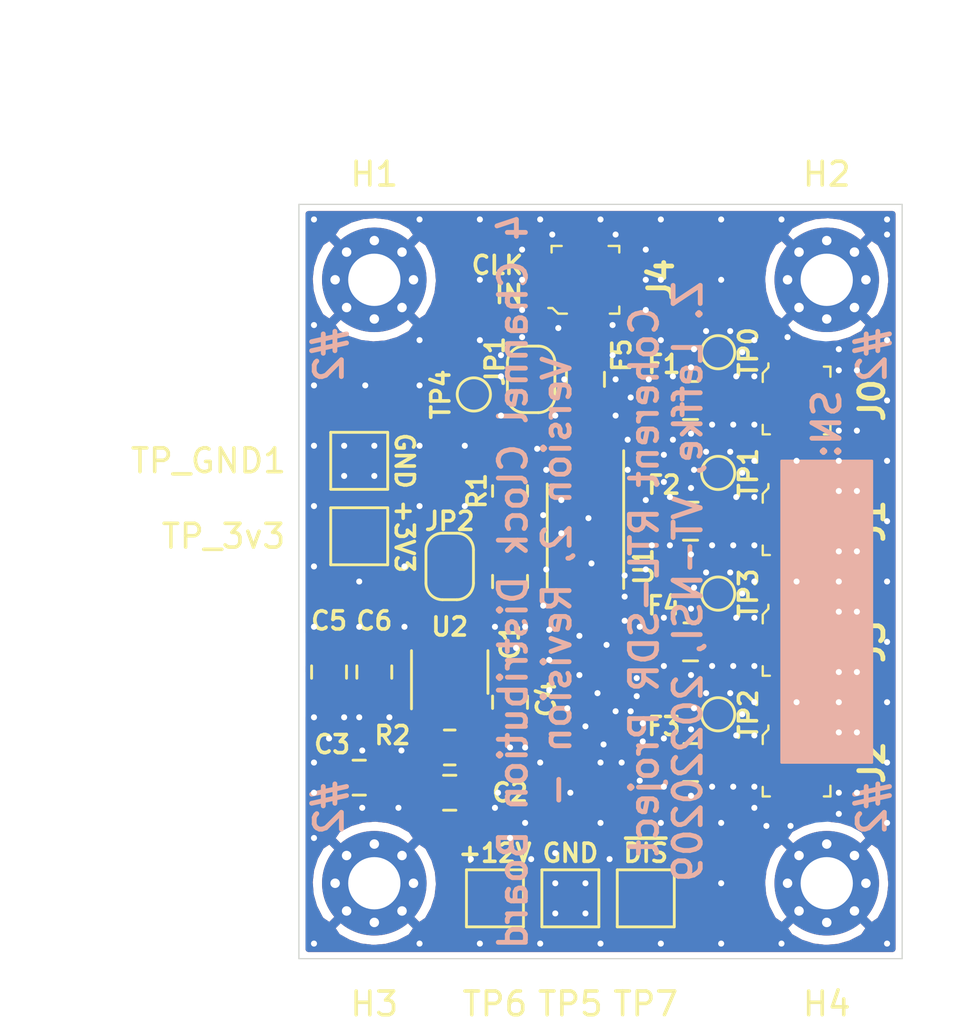
<source format=kicad_pcb>
(kicad_pcb (version 20171130) (host pcbnew 5.1.12-84ad8e8a86~92~ubuntu20.04.1)

  (general
    (thickness 1.6)
    (drawings 19)
    (tracks 496)
    (zones 0)
    (modules 36)
    (nets 18)
  )

  (page USLetter)
  (title_block
    (title "4 Channel Clock Distribution Board, V1")
    (date 2021-03-14)
    (rev -)
    (company "Amateur Radio / Phased Arrays")
    (comment 1 "Coherent RTL-SDR Projects")
    (comment 2 creativecommons.org/licenses/by/4.0/)
    (comment 3 "License: CC BY 4.0")
    (comment 4 "Author: Zach Leffke, KJ4QLP")
  )

  (layers
    (0 F.Cu signal)
    (31 B.Cu signal)
    (32 B.Adhes user)
    (33 F.Adhes user)
    (34 B.Paste user)
    (35 F.Paste user)
    (36 B.SilkS user)
    (37 F.SilkS user)
    (38 B.Mask user)
    (39 F.Mask user)
    (40 Dwgs.User user)
    (41 Cmts.User user)
    (42 Eco1.User user)
    (43 Eco2.User user)
    (44 Edge.Cuts user)
    (45 Margin user)
    (46 B.CrtYd user)
    (47 F.CrtYd user)
    (48 B.Fab user)
    (49 F.Fab user hide)
  )

  (setup
    (last_trace_width 0.1524)
    (user_trace_width 0.254)
    (user_trace_width 0.508)
    (user_trace_width 0.762)
    (user_trace_width 1.016)
    (trace_clearance 0.1524)
    (zone_clearance 0.254)
    (zone_45_only no)
    (trace_min 0.1524)
    (via_size 0.508)
    (via_drill 0.254)
    (via_min_size 0.508)
    (via_min_drill 0.254)
    (user_via 0.508 0.254)
    (uvia_size 0.508)
    (uvia_drill 0.254)
    (uvias_allowed no)
    (uvia_min_size 0.508)
    (uvia_min_drill 0.254)
    (edge_width 0.05)
    (segment_width 0.2)
    (pcb_text_width 0.3)
    (pcb_text_size 1.5 1.5)
    (mod_edge_width 0.12)
    (mod_text_size 1 1)
    (mod_text_width 0.15)
    (pad_size 1.524 1.524)
    (pad_drill 0.762)
    (pad_to_mask_clearance 0)
    (aux_axis_origin 0 0)
    (visible_elements FFFDFF7F)
    (pcbplotparams
      (layerselection 0x010fc_ffffffff)
      (usegerberextensions false)
      (usegerberattributes true)
      (usegerberadvancedattributes true)
      (creategerberjobfile true)
      (excludeedgelayer true)
      (linewidth 0.100000)
      (plotframeref false)
      (viasonmask false)
      (mode 1)
      (useauxorigin false)
      (hpglpennumber 1)
      (hpglpenspeed 20)
      (hpglpendiameter 15.000000)
      (psnegative false)
      (psa4output false)
      (plotreference true)
      (plotvalue true)
      (plotinvisibletext false)
      (padsonsilk false)
      (subtractmaskfromsilk false)
      (outputformat 1)
      (mirror false)
      (drillshape 1)
      (scaleselection 1)
      (outputdirectory ""))
  )

  (net 0 "")
  (net 1 +3V3)
  (net 2 GND)
  (net 3 "Net-(F1-Pad2)")
  (net 4 "Net-(F2-Pad2)")
  (net 5 "Net-(F3-Pad2)")
  (net 6 "Net-(F4-Pad2)")
  (net 7 "Net-(F5-Pad1)")
  (net 8 "Net-(F5-Pad2)")
  (net 9 "Net-(R1-Pad2)")
  (net 10 /Y0)
  (net 11 /Y1)
  (net 12 /Y2)
  (net 13 /Y3)
  (net 14 +12V)
  (net 15 "Net-(C4-Pad1)")
  (net 16 "Net-(C5-Pad1)")
  (net 17 "Net-(R2-Pad2)")

  (net_class Default "This is the default net class."
    (clearance 0.1524)
    (trace_width 0.1524)
    (via_dia 0.508)
    (via_drill 0.254)
    (uvia_dia 0.508)
    (uvia_drill 0.254)
    (diff_pair_width 0.254)
    (diff_pair_gap 0.254)
    (add_net +12V)
    (add_net +3V3)
    (add_net /Y0)
    (add_net /Y1)
    (add_net /Y2)
    (add_net /Y3)
    (add_net GND)
    (add_net "Net-(C4-Pad1)")
    (add_net "Net-(C5-Pad1)")
    (add_net "Net-(F1-Pad2)")
    (add_net "Net-(F2-Pad2)")
    (add_net "Net-(F3-Pad2)")
    (add_net "Net-(F4-Pad2)")
    (add_net "Net-(F5-Pad1)")
    (add_net "Net-(F5-Pad2)")
    (add_net "Net-(R1-Pad2)")
    (add_net "Net-(R2-Pad2)")
  )

  (module Jumper:SolderJumper-2_P1.3mm_Open_RoundedPad1.0x1.5mm (layer F.Cu) (tedit 5B391E66) (tstamp 604F926B)
    (at 133.35 78.74 90)
    (descr "SMD Solder Jumper, 1x1.5mm, rounded Pads, 0.3mm gap, open")
    (tags "solder jumper open")
    (path /607555FF)
    (attr virtual)
    (fp_text reference JP2 (at 1.905 0 180) (layer F.SilkS)
      (effects (font (size 0.762 0.762) (thickness 0.1524)))
    )
    (fp_text value VREG (at 0 1.9 90) (layer F.Fab)
      (effects (font (size 1 1) (thickness 0.15)))
    )
    (fp_line (start 1.65 1.25) (end -1.65 1.25) (layer F.CrtYd) (width 0.05))
    (fp_line (start 1.65 1.25) (end 1.65 -1.25) (layer F.CrtYd) (width 0.05))
    (fp_line (start -1.65 -1.25) (end -1.65 1.25) (layer F.CrtYd) (width 0.05))
    (fp_line (start -1.65 -1.25) (end 1.65 -1.25) (layer F.CrtYd) (width 0.05))
    (fp_line (start -0.7 -1) (end 0.7 -1) (layer F.SilkS) (width 0.12))
    (fp_line (start 1.4 -0.3) (end 1.4 0.3) (layer F.SilkS) (width 0.12))
    (fp_line (start 0.7 1) (end -0.7 1) (layer F.SilkS) (width 0.12))
    (fp_line (start -1.4 0.3) (end -1.4 -0.3) (layer F.SilkS) (width 0.12))
    (fp_arc (start -0.7 -0.3) (end -0.7 -1) (angle -90) (layer F.SilkS) (width 0.12))
    (fp_arc (start -0.7 0.3) (end -1.4 0.3) (angle -90) (layer F.SilkS) (width 0.12))
    (fp_arc (start 0.7 0.3) (end 0.7 1) (angle -90) (layer F.SilkS) (width 0.12))
    (fp_arc (start 0.7 -0.3) (end 1.4 -0.3) (angle -90) (layer F.SilkS) (width 0.12))
    (pad 2 smd custom (at 0.65 0 90) (size 1 0.5) (layers F.Cu F.Mask)
      (net 1 +3V3) (zone_connect 2)
      (options (clearance outline) (anchor rect))
      (primitives
        (gr_circle (center 0 0.25) (end 0.5 0.25) (width 0))
        (gr_circle (center 0 -0.25) (end 0.5 -0.25) (width 0))
        (gr_poly (pts
           (xy 0 -0.75) (xy -0.5 -0.75) (xy -0.5 0.75) (xy 0 0.75)) (width 0))
      ))
    (pad 1 smd custom (at -0.65 0 90) (size 1 0.5) (layers F.Cu F.Mask)
      (net 16 "Net-(C5-Pad1)") (zone_connect 2)
      (options (clearance outline) (anchor rect))
      (primitives
        (gr_circle (center 0 0.25) (end 0.5 0.25) (width 0))
        (gr_circle (center 0 -0.25) (end 0.5 -0.25) (width 0))
        (gr_poly (pts
           (xy 0 -0.75) (xy 0.5 -0.75) (xy 0.5 0.75) (xy 0 0.75)) (width 0))
      ))
  )

  (module TestPoint:TestPoint_Pad_2.0x2.0mm (layer F.Cu) (tedit 5A0F774F) (tstamp 604FB9A2)
    (at 141.605 92.71)
    (descr "SMD rectangular pad as test Point, square 2.0mm side length")
    (tags "test point SMD pad rectangle square")
    (path /607C7AA9)
    (attr virtual)
    (fp_text reference TP7 (at 0 4.445) (layer F.SilkS)
      (effects (font (size 1 1) (thickness 0.15)))
    )
    (fp_text value TestPoint (at 0 2.05) (layer F.Fab)
      (effects (font (size 1 1) (thickness 0.15)))
    )
    (fp_line (start 1.5 1.5) (end -1.5 1.5) (layer F.CrtYd) (width 0.05))
    (fp_line (start 1.5 1.5) (end 1.5 -1.5) (layer F.CrtYd) (width 0.05))
    (fp_line (start -1.5 -1.5) (end -1.5 1.5) (layer F.CrtYd) (width 0.05))
    (fp_line (start -1.5 -1.5) (end 1.5 -1.5) (layer F.CrtYd) (width 0.05))
    (fp_line (start -1.2 1.2) (end -1.2 -1.2) (layer F.SilkS) (width 0.12))
    (fp_line (start 1.2 1.2) (end -1.2 1.2) (layer F.SilkS) (width 0.12))
    (fp_line (start 1.2 -1.2) (end 1.2 1.2) (layer F.SilkS) (width 0.12))
    (fp_line (start -1.2 -1.2) (end 1.2 -1.2) (layer F.SilkS) (width 0.12))
    (fp_text user %R (at 0 -2) (layer F.Fab)
      (effects (font (size 1 1) (thickness 0.15)))
    )
    (pad 1 smd rect (at 0 0) (size 2 2) (layers F.Cu F.Mask)
      (net 17 "Net-(R2-Pad2)"))
  )

  (module TestPoint:TestPoint_Pad_D1.0mm (layer F.Cu) (tedit 5A0F774F) (tstamp 604FABD0)
    (at 134.366 71.501 180)
    (descr "SMD pad as test Point, diameter 1.0mm")
    (tags "test point SMD pad")
    (path /607A9E24)
    (attr virtual)
    (fp_text reference TP4 (at 1.397 0 90) (layer F.SilkS)
      (effects (font (size 0.762 0.762) (thickness 0.1524)))
    )
    (fp_text value TestPoint (at 0 1.55) (layer F.Fab)
      (effects (font (size 1 1) (thickness 0.15)))
    )
    (fp_circle (center 0 0) (end 0 0.7) (layer F.SilkS) (width 0.12))
    (fp_circle (center 0 0) (end 1 0) (layer F.CrtYd) (width 0.05))
    (fp_text user %R (at 0 -1.45) (layer F.Fab)
      (effects (font (size 1 1) (thickness 0.15)))
    )
    (pad 1 smd circle (at 0 0 180) (size 1 1) (layers F.Cu F.Mask)
      (net 8 "Net-(F5-Pad2)"))
  )

  (module Package_TO_SOT_SMD:SOT-23-5 (layer F.Cu) (tedit 5A02FF57) (tstamp 604F936B)
    (at 133.35 83.185 90)
    (descr "5-pin SOT23 package")
    (tags SOT-23-5)
    (path /606F24CF)
    (attr smd)
    (fp_text reference U2 (at 1.905 0 180) (layer F.SilkS)
      (effects (font (size 0.762 0.762) (thickness 0.1524)))
    )
    (fp_text value SPX3819M5-L-3-3 (at 0 2.9 90) (layer F.Fab)
      (effects (font (size 1 1) (thickness 0.15)))
    )
    (fp_line (start 0.9 -1.55) (end 0.9 1.55) (layer F.Fab) (width 0.1))
    (fp_line (start 0.9 1.55) (end -0.9 1.55) (layer F.Fab) (width 0.1))
    (fp_line (start -0.9 -0.9) (end -0.9 1.55) (layer F.Fab) (width 0.1))
    (fp_line (start 0.9 -1.55) (end -0.25 -1.55) (layer F.Fab) (width 0.1))
    (fp_line (start -0.9 -0.9) (end -0.25 -1.55) (layer F.Fab) (width 0.1))
    (fp_line (start -1.9 1.8) (end -1.9 -1.8) (layer F.CrtYd) (width 0.05))
    (fp_line (start 1.9 1.8) (end -1.9 1.8) (layer F.CrtYd) (width 0.05))
    (fp_line (start 1.9 -1.8) (end 1.9 1.8) (layer F.CrtYd) (width 0.05))
    (fp_line (start -1.9 -1.8) (end 1.9 -1.8) (layer F.CrtYd) (width 0.05))
    (fp_line (start 0.9 -1.61) (end -1.55 -1.61) (layer F.SilkS) (width 0.12))
    (fp_line (start -0.9 1.61) (end 0.9 1.61) (layer F.SilkS) (width 0.12))
    (fp_text user %R (at 0 0) (layer F.Fab)
      (effects (font (size 0.5 0.5) (thickness 0.075)))
    )
    (pad 5 smd rect (at 1.1 -0.95 90) (size 1.06 0.65) (layers F.Cu F.Paste F.Mask)
      (net 16 "Net-(C5-Pad1)"))
    (pad 4 smd rect (at 1.1 0.95 90) (size 1.06 0.65) (layers F.Cu F.Paste F.Mask)
      (net 15 "Net-(C4-Pad1)"))
    (pad 3 smd rect (at -1.1 0.95 90) (size 1.06 0.65) (layers F.Cu F.Paste F.Mask)
      (net 17 "Net-(R2-Pad2)"))
    (pad 2 smd rect (at -1.1 0 90) (size 1.06 0.65) (layers F.Cu F.Paste F.Mask)
      (net 2 GND))
    (pad 1 smd rect (at -1.1 -0.95 90) (size 1.06 0.65) (layers F.Cu F.Paste F.Mask)
      (net 14 +12V))
    (model ${KISYS3DMOD}/Package_TO_SOT_SMD.3dshapes/SOT-23-5.wrl
      (at (xyz 0 0 0))
      (scale (xyz 1 1 1))
      (rotate (xyz 0 0 0))
    )
  )

  (module TestPoint:TestPoint_Pad_2.0x2.0mm (layer F.Cu) (tedit 5A0F774F) (tstamp 604F92F0)
    (at 138.43 92.71)
    (descr "SMD rectangular pad as test Point, square 2.0mm side length")
    (tags "test point SMD pad rectangle square")
    (path /607509CC)
    (attr virtual)
    (fp_text reference TP5 (at 0 4.445) (layer F.SilkS)
      (effects (font (size 1 1) (thickness 0.15)))
    )
    (fp_text value TestPoint (at 0 2.05) (layer F.Fab)
      (effects (font (size 1 1) (thickness 0.15)))
    )
    (fp_line (start 1.5 1.5) (end -1.5 1.5) (layer F.CrtYd) (width 0.05))
    (fp_line (start 1.5 1.5) (end 1.5 -1.5) (layer F.CrtYd) (width 0.05))
    (fp_line (start -1.5 -1.5) (end -1.5 1.5) (layer F.CrtYd) (width 0.05))
    (fp_line (start -1.5 -1.5) (end 1.5 -1.5) (layer F.CrtYd) (width 0.05))
    (fp_line (start -1.2 1.2) (end -1.2 -1.2) (layer F.SilkS) (width 0.12))
    (fp_line (start 1.2 1.2) (end -1.2 1.2) (layer F.SilkS) (width 0.12))
    (fp_line (start 1.2 -1.2) (end 1.2 1.2) (layer F.SilkS) (width 0.12))
    (fp_line (start -1.2 -1.2) (end 1.2 -1.2) (layer F.SilkS) (width 0.12))
    (fp_text user %R (at 0 -2) (layer F.Fab)
      (effects (font (size 1 1) (thickness 0.15)))
    )
    (pad 1 smd rect (at 0 0) (size 2 2) (layers F.Cu F.Mask)
      (net 2 GND))
  )

  (module TestPoint:TestPoint_Pad_2.0x2.0mm (layer F.Cu) (tedit 5A0F774F) (tstamp 604F92E2)
    (at 135.255 92.71)
    (descr "SMD rectangular pad as test Point, square 2.0mm side length")
    (tags "test point SMD pad rectangle square")
    (path /6074B38A)
    (attr virtual)
    (fp_text reference TP6 (at 0 4.445) (layer F.SilkS)
      (effects (font (size 1 1) (thickness 0.15)))
    )
    (fp_text value TestPoint (at 0 2.05) (layer F.Fab)
      (effects (font (size 1 1) (thickness 0.15)))
    )
    (fp_line (start 1.5 1.5) (end -1.5 1.5) (layer F.CrtYd) (width 0.05))
    (fp_line (start 1.5 1.5) (end 1.5 -1.5) (layer F.CrtYd) (width 0.05))
    (fp_line (start -1.5 -1.5) (end -1.5 1.5) (layer F.CrtYd) (width 0.05))
    (fp_line (start -1.5 -1.5) (end 1.5 -1.5) (layer F.CrtYd) (width 0.05))
    (fp_line (start -1.2 1.2) (end -1.2 -1.2) (layer F.SilkS) (width 0.12))
    (fp_line (start 1.2 1.2) (end -1.2 1.2) (layer F.SilkS) (width 0.12))
    (fp_line (start 1.2 -1.2) (end 1.2 1.2) (layer F.SilkS) (width 0.12))
    (fp_line (start -1.2 -1.2) (end 1.2 -1.2) (layer F.SilkS) (width 0.12))
    (fp_text user %R (at 0 -2) (layer F.Fab)
      (effects (font (size 1 1) (thickness 0.15)))
    )
    (pad 1 smd rect (at 0 0) (size 2 2) (layers F.Cu F.Mask)
      (net 14 +12V))
  )

  (module Resistor_SMD:R_0805_2012Metric (layer F.Cu) (tedit 5F68FEEE) (tstamp 604F929C)
    (at 133.35 86.36)
    (descr "Resistor SMD 0805 (2012 Metric), square (rectangular) end terminal, IPC_7351 nominal, (Body size source: IPC-SM-782 page 72, https://www.pcb-3d.com/wordpress/wp-content/uploads/ipc-sm-782a_amendment_1_and_2.pdf), generated with kicad-footprint-generator")
    (tags resistor)
    (path /607368DA)
    (attr smd)
    (fp_text reference R2 (at -2.413 -0.508) (layer F.SilkS)
      (effects (font (size 0.762 0.762) (thickness 0.1524)))
    )
    (fp_text value 100k (at 0 1.65) (layer F.Fab)
      (effects (font (size 1 1) (thickness 0.15)))
    )
    (fp_line (start 1.68 0.95) (end -1.68 0.95) (layer F.CrtYd) (width 0.05))
    (fp_line (start 1.68 -0.95) (end 1.68 0.95) (layer F.CrtYd) (width 0.05))
    (fp_line (start -1.68 -0.95) (end 1.68 -0.95) (layer F.CrtYd) (width 0.05))
    (fp_line (start -1.68 0.95) (end -1.68 -0.95) (layer F.CrtYd) (width 0.05))
    (fp_line (start -0.227064 0.735) (end 0.227064 0.735) (layer F.SilkS) (width 0.12))
    (fp_line (start -0.227064 -0.735) (end 0.227064 -0.735) (layer F.SilkS) (width 0.12))
    (fp_line (start 1 0.625) (end -1 0.625) (layer F.Fab) (width 0.1))
    (fp_line (start 1 -0.625) (end 1 0.625) (layer F.Fab) (width 0.1))
    (fp_line (start -1 -0.625) (end 1 -0.625) (layer F.Fab) (width 0.1))
    (fp_line (start -1 0.625) (end -1 -0.625) (layer F.Fab) (width 0.1))
    (fp_text user %R (at 0 0) (layer F.Fab)
      (effects (font (size 0.5 0.5) (thickness 0.08)))
    )
    (pad 2 smd roundrect (at 0.9125 0) (size 1.025 1.4) (layers F.Cu F.Paste F.Mask) (roundrect_rratio 0.243902)
      (net 17 "Net-(R2-Pad2)"))
    (pad 1 smd roundrect (at -0.9125 0) (size 1.025 1.4) (layers F.Cu F.Paste F.Mask) (roundrect_rratio 0.243902)
      (net 14 +12V))
    (model ${KISYS3DMOD}/Resistor_SMD.3dshapes/R_0805_2012Metric.wrl
      (at (xyz 0 0 0))
      (scale (xyz 1 1 1))
      (rotate (xyz 0 0 0))
    )
  )

  (module Capacitor_SMD:C_0805_2012Metric (layer F.Cu) (tedit 5F68FEEE) (tstamp 604F9A94)
    (at 130.175 83.185 270)
    (descr "Capacitor SMD 0805 (2012 Metric), square (rectangular) end terminal, IPC_7351 nominal, (Body size source: IPC-SM-782 page 76, https://www.pcb-3d.com/wordpress/wp-content/uploads/ipc-sm-782a_amendment_1_and_2.pdf, https://docs.google.com/spreadsheets/d/1BsfQQcO9C6DZCsRaXUlFlo91Tg2WpOkGARC1WS5S8t0/edit?usp=sharing), generated with kicad-footprint-generator")
    (tags capacitor)
    (path /60746049)
    (attr smd)
    (fp_text reference C6 (at -2.159 0 180) (layer F.SilkS)
      (effects (font (size 0.762 0.762) (thickness 0.1524)))
    )
    (fp_text value 0.1uF (at 0 1.68 90) (layer F.Fab)
      (effects (font (size 1 1) (thickness 0.15)))
    )
    (fp_line (start 1.7 0.98) (end -1.7 0.98) (layer F.CrtYd) (width 0.05))
    (fp_line (start 1.7 -0.98) (end 1.7 0.98) (layer F.CrtYd) (width 0.05))
    (fp_line (start -1.7 -0.98) (end 1.7 -0.98) (layer F.CrtYd) (width 0.05))
    (fp_line (start -1.7 0.98) (end -1.7 -0.98) (layer F.CrtYd) (width 0.05))
    (fp_line (start -0.261252 0.735) (end 0.261252 0.735) (layer F.SilkS) (width 0.12))
    (fp_line (start -0.261252 -0.735) (end 0.261252 -0.735) (layer F.SilkS) (width 0.12))
    (fp_line (start 1 0.625) (end -1 0.625) (layer F.Fab) (width 0.1))
    (fp_line (start 1 -0.625) (end 1 0.625) (layer F.Fab) (width 0.1))
    (fp_line (start -1 -0.625) (end 1 -0.625) (layer F.Fab) (width 0.1))
    (fp_line (start -1 0.625) (end -1 -0.625) (layer F.Fab) (width 0.1))
    (fp_text user %R (at 0 0 90) (layer F.Fab)
      (effects (font (size 0.5 0.5) (thickness 0.08)))
    )
    (pad 2 smd roundrect (at 0.95 0 270) (size 1 1.45) (layers F.Cu F.Paste F.Mask) (roundrect_rratio 0.25)
      (net 2 GND))
    (pad 1 smd roundrect (at -0.95 0 270) (size 1 1.45) (layers F.Cu F.Paste F.Mask) (roundrect_rratio 0.25)
      (net 16 "Net-(C5-Pad1)"))
    (model ${KISYS3DMOD}/Capacitor_SMD.3dshapes/C_0805_2012Metric.wrl
      (at (xyz 0 0 0))
      (scale (xyz 1 1 1))
      (rotate (xyz 0 0 0))
    )
  )

  (module Capacitor_SMD:C_0805_2012Metric (layer F.Cu) (tedit 5F68FEEE) (tstamp 604F900A)
    (at 128.27 83.185 270)
    (descr "Capacitor SMD 0805 (2012 Metric), square (rectangular) end terminal, IPC_7351 nominal, (Body size source: IPC-SM-782 page 76, https://www.pcb-3d.com/wordpress/wp-content/uploads/ipc-sm-782a_amendment_1_and_2.pdf, https://docs.google.com/spreadsheets/d/1BsfQQcO9C6DZCsRaXUlFlo91Tg2WpOkGARC1WS5S8t0/edit?usp=sharing), generated with kicad-footprint-generator")
    (tags capacitor)
    (path /6074593D)
    (attr smd)
    (fp_text reference C5 (at -2.159 0 180) (layer F.SilkS)
      (effects (font (size 0.762 0.762) (thickness 0.1524)))
    )
    (fp_text value 10uF (at 0 1.68 90) (layer F.Fab)
      (effects (font (size 1 1) (thickness 0.15)))
    )
    (fp_line (start 1.7 0.98) (end -1.7 0.98) (layer F.CrtYd) (width 0.05))
    (fp_line (start 1.7 -0.98) (end 1.7 0.98) (layer F.CrtYd) (width 0.05))
    (fp_line (start -1.7 -0.98) (end 1.7 -0.98) (layer F.CrtYd) (width 0.05))
    (fp_line (start -1.7 0.98) (end -1.7 -0.98) (layer F.CrtYd) (width 0.05))
    (fp_line (start -0.261252 0.735) (end 0.261252 0.735) (layer F.SilkS) (width 0.12))
    (fp_line (start -0.261252 -0.735) (end 0.261252 -0.735) (layer F.SilkS) (width 0.12))
    (fp_line (start 1 0.625) (end -1 0.625) (layer F.Fab) (width 0.1))
    (fp_line (start 1 -0.625) (end 1 0.625) (layer F.Fab) (width 0.1))
    (fp_line (start -1 -0.625) (end 1 -0.625) (layer F.Fab) (width 0.1))
    (fp_line (start -1 0.625) (end -1 -0.625) (layer F.Fab) (width 0.1))
    (fp_text user %R (at 0 0 90) (layer F.Fab)
      (effects (font (size 0.5 0.5) (thickness 0.08)))
    )
    (pad 2 smd roundrect (at 0.95 0 270) (size 1 1.45) (layers F.Cu F.Paste F.Mask) (roundrect_rratio 0.25)
      (net 2 GND))
    (pad 1 smd roundrect (at -0.95 0 270) (size 1 1.45) (layers F.Cu F.Paste F.Mask) (roundrect_rratio 0.25)
      (net 16 "Net-(C5-Pad1)"))
    (model ${KISYS3DMOD}/Capacitor_SMD.3dshapes/C_0805_2012Metric.wrl
      (at (xyz 0 0 0))
      (scale (xyz 1 1 1))
      (rotate (xyz 0 0 0))
    )
  )

  (module Capacitor_SMD:C_0805_2012Metric (layer F.Cu) (tedit 5F68FEEE) (tstamp 604F8FF9)
    (at 135.89 84.455 270)
    (descr "Capacitor SMD 0805 (2012 Metric), square (rectangular) end terminal, IPC_7351 nominal, (Body size source: IPC-SM-782 page 76, https://www.pcb-3d.com/wordpress/wp-content/uploads/ipc-sm-782a_amendment_1_and_2.pdf, https://docs.google.com/spreadsheets/d/1BsfQQcO9C6DZCsRaXUlFlo91Tg2WpOkGARC1WS5S8t0/edit?usp=sharing), generated with kicad-footprint-generator")
    (tags capacitor)
    (path /60745109)
    (attr smd)
    (fp_text reference C4 (at -0.127 -1.524 90) (layer F.SilkS)
      (effects (font (size 0.762 0.762) (thickness 0.1524)))
    )
    (fp_text value 0.1uF (at 0 1.68 90) (layer F.Fab)
      (effects (font (size 1 1) (thickness 0.15)))
    )
    (fp_line (start 1.7 0.98) (end -1.7 0.98) (layer F.CrtYd) (width 0.05))
    (fp_line (start 1.7 -0.98) (end 1.7 0.98) (layer F.CrtYd) (width 0.05))
    (fp_line (start -1.7 -0.98) (end 1.7 -0.98) (layer F.CrtYd) (width 0.05))
    (fp_line (start -1.7 0.98) (end -1.7 -0.98) (layer F.CrtYd) (width 0.05))
    (fp_line (start -0.261252 0.735) (end 0.261252 0.735) (layer F.SilkS) (width 0.12))
    (fp_line (start -0.261252 -0.735) (end 0.261252 -0.735) (layer F.SilkS) (width 0.12))
    (fp_line (start 1 0.625) (end -1 0.625) (layer F.Fab) (width 0.1))
    (fp_line (start 1 -0.625) (end 1 0.625) (layer F.Fab) (width 0.1))
    (fp_line (start -1 -0.625) (end 1 -0.625) (layer F.Fab) (width 0.1))
    (fp_line (start -1 0.625) (end -1 -0.625) (layer F.Fab) (width 0.1))
    (fp_text user %R (at 0 0 90) (layer F.Fab)
      (effects (font (size 0.5 0.5) (thickness 0.08)))
    )
    (pad 2 smd roundrect (at 0.95 0 270) (size 1 1.45) (layers F.Cu F.Paste F.Mask) (roundrect_rratio 0.25)
      (net 2 GND))
    (pad 1 smd roundrect (at -0.95 0 270) (size 1 1.45) (layers F.Cu F.Paste F.Mask) (roundrect_rratio 0.25)
      (net 15 "Net-(C4-Pad1)"))
    (model ${KISYS3DMOD}/Capacitor_SMD.3dshapes/C_0805_2012Metric.wrl
      (at (xyz 0 0 0))
      (scale (xyz 1 1 1))
      (rotate (xyz 0 0 0))
    )
  )

  (module Capacitor_SMD:C_0805_2012Metric (layer F.Cu) (tedit 5F68FEEE) (tstamp 604F8FE8)
    (at 129.54 87.63 180)
    (descr "Capacitor SMD 0805 (2012 Metric), square (rectangular) end terminal, IPC_7351 nominal, (Body size source: IPC-SM-782 page 76, https://www.pcb-3d.com/wordpress/wp-content/uploads/ipc-sm-782a_amendment_1_and_2.pdf, https://docs.google.com/spreadsheets/d/1BsfQQcO9C6DZCsRaXUlFlo91Tg2WpOkGARC1WS5S8t0/edit?usp=sharing), generated with kicad-footprint-generator")
    (tags capacitor)
    (path /60736EE7)
    (attr smd)
    (fp_text reference C3 (at 1.143 1.397) (layer F.SilkS)
      (effects (font (size 0.762 0.762) (thickness 0.1524)))
    )
    (fp_text value 0.1uF (at 0 1.68) (layer F.Fab)
      (effects (font (size 1 1) (thickness 0.15)))
    )
    (fp_line (start 1.7 0.98) (end -1.7 0.98) (layer F.CrtYd) (width 0.05))
    (fp_line (start 1.7 -0.98) (end 1.7 0.98) (layer F.CrtYd) (width 0.05))
    (fp_line (start -1.7 -0.98) (end 1.7 -0.98) (layer F.CrtYd) (width 0.05))
    (fp_line (start -1.7 0.98) (end -1.7 -0.98) (layer F.CrtYd) (width 0.05))
    (fp_line (start -0.261252 0.735) (end 0.261252 0.735) (layer F.SilkS) (width 0.12))
    (fp_line (start -0.261252 -0.735) (end 0.261252 -0.735) (layer F.SilkS) (width 0.12))
    (fp_line (start 1 0.625) (end -1 0.625) (layer F.Fab) (width 0.1))
    (fp_line (start 1 -0.625) (end 1 0.625) (layer F.Fab) (width 0.1))
    (fp_line (start -1 -0.625) (end 1 -0.625) (layer F.Fab) (width 0.1))
    (fp_line (start -1 0.625) (end -1 -0.625) (layer F.Fab) (width 0.1))
    (fp_text user %R (at 0 0) (layer F.Fab)
      (effects (font (size 0.5 0.5) (thickness 0.08)))
    )
    (pad 2 smd roundrect (at 0.95 0 180) (size 1 1.45) (layers F.Cu F.Paste F.Mask) (roundrect_rratio 0.25)
      (net 2 GND))
    (pad 1 smd roundrect (at -0.95 0 180) (size 1 1.45) (layers F.Cu F.Paste F.Mask) (roundrect_rratio 0.25)
      (net 14 +12V))
    (model ${KISYS3DMOD}/Capacitor_SMD.3dshapes/C_0805_2012Metric.wrl
      (at (xyz 0 0 0))
      (scale (xyz 1 1 1))
      (rotate (xyz 0 0 0))
    )
  )

  (module Capacitor_SMD:C_0805_2012Metric (layer F.Cu) (tedit 5F68FEEE) (tstamp 604F8FD7)
    (at 133.35 88.265)
    (descr "Capacitor SMD 0805 (2012 Metric), square (rectangular) end terminal, IPC_7351 nominal, (Body size source: IPC-SM-782 page 76, https://www.pcb-3d.com/wordpress/wp-content/uploads/ipc-sm-782a_amendment_1_and_2.pdf, https://docs.google.com/spreadsheets/d/1BsfQQcO9C6DZCsRaXUlFlo91Tg2WpOkGARC1WS5S8t0/edit?usp=sharing), generated with kicad-footprint-generator")
    (tags capacitor)
    (path /6073794A)
    (attr smd)
    (fp_text reference C2 (at 2.54 0) (layer F.SilkS)
      (effects (font (size 0.762 0.762) (thickness 0.1524)))
    )
    (fp_text value 1uF (at 0 1.68) (layer F.Fab)
      (effects (font (size 1 1) (thickness 0.15)))
    )
    (fp_line (start 1.7 0.98) (end -1.7 0.98) (layer F.CrtYd) (width 0.05))
    (fp_line (start 1.7 -0.98) (end 1.7 0.98) (layer F.CrtYd) (width 0.05))
    (fp_line (start -1.7 -0.98) (end 1.7 -0.98) (layer F.CrtYd) (width 0.05))
    (fp_line (start -1.7 0.98) (end -1.7 -0.98) (layer F.CrtYd) (width 0.05))
    (fp_line (start -0.261252 0.735) (end 0.261252 0.735) (layer F.SilkS) (width 0.12))
    (fp_line (start -0.261252 -0.735) (end 0.261252 -0.735) (layer F.SilkS) (width 0.12))
    (fp_line (start 1 0.625) (end -1 0.625) (layer F.Fab) (width 0.1))
    (fp_line (start 1 -0.625) (end 1 0.625) (layer F.Fab) (width 0.1))
    (fp_line (start -1 -0.625) (end 1 -0.625) (layer F.Fab) (width 0.1))
    (fp_line (start -1 0.625) (end -1 -0.625) (layer F.Fab) (width 0.1))
    (fp_text user %R (at 0 0) (layer F.Fab)
      (effects (font (size 0.5 0.5) (thickness 0.08)))
    )
    (pad 2 smd roundrect (at 0.95 0) (size 1 1.45) (layers F.Cu F.Paste F.Mask) (roundrect_rratio 0.25)
      (net 2 GND))
    (pad 1 smd roundrect (at -0.95 0) (size 1 1.45) (layers F.Cu F.Paste F.Mask) (roundrect_rratio 0.25)
      (net 14 +12V))
    (model ${KISYS3DMOD}/Capacitor_SMD.3dshapes/C_0805_2012Metric.wrl
      (at (xyz 0 0 0))
      (scale (xyz 1 1 1))
      (rotate (xyz 0 0 0))
    )
  )

  (module MountingHole:MountingHole_2.2mm_M2_Pad_Via (layer F.Cu) (tedit 56DDB9C7) (tstamp 604F82CB)
    (at 149.225 92.075)
    (descr "Mounting Hole 2.2mm, M2")
    (tags "mounting hole 2.2mm m2")
    (path /606810EE)
    (attr virtual)
    (fp_text reference H4 (at 0 5.08) (layer F.SilkS)
      (effects (font (size 1 1) (thickness 0.15)))
    )
    (fp_text value MountingHole_Pad (at 0 3.2) (layer F.Fab)
      (effects (font (size 1 1) (thickness 0.15)))
    )
    (fp_circle (center 0 0) (end 2.45 0) (layer F.CrtYd) (width 0.05))
    (fp_circle (center 0 0) (end 2.2 0) (layer Cmts.User) (width 0.15))
    (fp_text user %R (at 0.3 0) (layer F.Fab)
      (effects (font (size 1 1) (thickness 0.15)))
    )
    (pad 1 thru_hole circle (at 1.166726 -1.166726) (size 0.7 0.7) (drill 0.4) (layers *.Cu *.Mask)
      (net 2 GND))
    (pad 1 thru_hole circle (at 0 -1.65) (size 0.7 0.7) (drill 0.4) (layers *.Cu *.Mask)
      (net 2 GND))
    (pad 1 thru_hole circle (at -1.166726 -1.166726) (size 0.7 0.7) (drill 0.4) (layers *.Cu *.Mask)
      (net 2 GND))
    (pad 1 thru_hole circle (at -1.65 0) (size 0.7 0.7) (drill 0.4) (layers *.Cu *.Mask)
      (net 2 GND))
    (pad 1 thru_hole circle (at -1.166726 1.166726) (size 0.7 0.7) (drill 0.4) (layers *.Cu *.Mask)
      (net 2 GND))
    (pad 1 thru_hole circle (at 0 1.65) (size 0.7 0.7) (drill 0.4) (layers *.Cu *.Mask)
      (net 2 GND))
    (pad 1 thru_hole circle (at 1.166726 1.166726) (size 0.7 0.7) (drill 0.4) (layers *.Cu *.Mask)
      (net 2 GND))
    (pad 1 thru_hole circle (at 1.65 0) (size 0.7 0.7) (drill 0.4) (layers *.Cu *.Mask)
      (net 2 GND))
    (pad 1 thru_hole circle (at 0 0) (size 4.4 4.4) (drill 2.2) (layers *.Cu *.Mask)
      (net 2 GND))
  )

  (module MountingHole:MountingHole_2.2mm_M2_Pad_Via (layer F.Cu) (tedit 56DDB9C7) (tstamp 604F82BB)
    (at 130.175 92.075)
    (descr "Mounting Hole 2.2mm, M2")
    (tags "mounting hole 2.2mm m2")
    (path /6067FEEA)
    (attr virtual)
    (fp_text reference H3 (at 0 5.08) (layer F.SilkS)
      (effects (font (size 1 1) (thickness 0.15)))
    )
    (fp_text value MountingHole_Pad (at 0 3.2) (layer F.Fab)
      (effects (font (size 1 1) (thickness 0.15)))
    )
    (fp_circle (center 0 0) (end 2.45 0) (layer F.CrtYd) (width 0.05))
    (fp_circle (center 0 0) (end 2.2 0) (layer Cmts.User) (width 0.15))
    (fp_text user %R (at 0.3 0) (layer F.Fab)
      (effects (font (size 1 1) (thickness 0.15)))
    )
    (pad 1 thru_hole circle (at 1.166726 -1.166726) (size 0.7 0.7) (drill 0.4) (layers *.Cu *.Mask)
      (net 2 GND))
    (pad 1 thru_hole circle (at 0 -1.65) (size 0.7 0.7) (drill 0.4) (layers *.Cu *.Mask)
      (net 2 GND))
    (pad 1 thru_hole circle (at -1.166726 -1.166726) (size 0.7 0.7) (drill 0.4) (layers *.Cu *.Mask)
      (net 2 GND))
    (pad 1 thru_hole circle (at -1.65 0) (size 0.7 0.7) (drill 0.4) (layers *.Cu *.Mask)
      (net 2 GND))
    (pad 1 thru_hole circle (at -1.166726 1.166726) (size 0.7 0.7) (drill 0.4) (layers *.Cu *.Mask)
      (net 2 GND))
    (pad 1 thru_hole circle (at 0 1.65) (size 0.7 0.7) (drill 0.4) (layers *.Cu *.Mask)
      (net 2 GND))
    (pad 1 thru_hole circle (at 1.166726 1.166726) (size 0.7 0.7) (drill 0.4) (layers *.Cu *.Mask)
      (net 2 GND))
    (pad 1 thru_hole circle (at 1.65 0) (size 0.7 0.7) (drill 0.4) (layers *.Cu *.Mask)
      (net 2 GND))
    (pad 1 thru_hole circle (at 0 0) (size 4.4 4.4) (drill 2.2) (layers *.Cu *.Mask)
      (net 2 GND))
  )

  (module Jumper:SolderJumper-2_P1.3mm_Open_RoundedPad1.0x1.5mm (layer F.Cu) (tedit 5B391E66) (tstamp 604F68A9)
    (at 136.779 70.866 270)
    (descr "SMD Solder Jumper, 1x1.5mm, rounded Pads, 0.3mm gap, open")
    (tags "solder jumper open")
    (path /6052745E)
    (attr virtual)
    (fp_text reference JP1 (at -0.762 1.524 90) (layer F.SilkS)
      (effects (font (size 0.762 0.762) (thickness 0.1524)))
    )
    (fp_text value CLKIN_FILT_BYPASS (at 0 1.9 90) (layer F.Fab)
      (effects (font (size 1 1) (thickness 0.15)))
    )
    (fp_line (start 1.65 1.25) (end -1.65 1.25) (layer F.CrtYd) (width 0.05))
    (fp_line (start 1.65 1.25) (end 1.65 -1.25) (layer F.CrtYd) (width 0.05))
    (fp_line (start -1.65 -1.25) (end -1.65 1.25) (layer F.CrtYd) (width 0.05))
    (fp_line (start -1.65 -1.25) (end 1.65 -1.25) (layer F.CrtYd) (width 0.05))
    (fp_line (start -0.7 -1) (end 0.7 -1) (layer F.SilkS) (width 0.12))
    (fp_line (start 1.4 -0.3) (end 1.4 0.3) (layer F.SilkS) (width 0.12))
    (fp_line (start 0.7 1) (end -0.7 1) (layer F.SilkS) (width 0.12))
    (fp_line (start -1.4 0.3) (end -1.4 -0.3) (layer F.SilkS) (width 0.12))
    (fp_arc (start -0.7 -0.3) (end -0.7 -1) (angle -90) (layer F.SilkS) (width 0.12))
    (fp_arc (start -0.7 0.3) (end -1.4 0.3) (angle -90) (layer F.SilkS) (width 0.12))
    (fp_arc (start 0.7 0.3) (end 0.7 1) (angle -90) (layer F.SilkS) (width 0.12))
    (fp_arc (start 0.7 -0.3) (end 1.4 -0.3) (angle -90) (layer F.SilkS) (width 0.12))
    (pad 2 smd custom (at 0.65 0 270) (size 1 0.5) (layers F.Cu F.Mask)
      (net 8 "Net-(F5-Pad2)") (zone_connect 2)
      (options (clearance outline) (anchor rect))
      (primitives
        (gr_circle (center 0 0.25) (end 0.5 0.25) (width 0))
        (gr_circle (center 0 -0.25) (end 0.5 -0.25) (width 0))
        (gr_poly (pts
           (xy 0 -0.75) (xy -0.5 -0.75) (xy -0.5 0.75) (xy 0 0.75)) (width 0))
      ))
    (pad 1 smd custom (at -0.65 0 270) (size 1 0.5) (layers F.Cu F.Mask)
      (net 7 "Net-(F5-Pad1)") (zone_connect 2)
      (options (clearance outline) (anchor rect))
      (primitives
        (gr_circle (center 0 0.25) (end 0.5 0.25) (width 0))
        (gr_circle (center 0 -0.25) (end 0.5 -0.25) (width 0))
        (gr_poly (pts
           (xy 0 -0.75) (xy 0.5 -0.75) (xy 0.5 0.75) (xy 0 0.75)) (width 0))
      ))
  )

  (module TestPoint:TestPoint_Pad_2.0x2.0mm (layer F.Cu) (tedit 5A0F774F) (tstamp 604EE923)
    (at 129.54 74.295)
    (descr "SMD rectangular pad as test Point, square 2.0mm side length")
    (tags "test point SMD pad rectangle square")
    (path /60576219)
    (attr virtual)
    (fp_text reference TP_GND1 (at -6.35 0) (layer F.SilkS)
      (effects (font (size 1 1) (thickness 0.15)))
    )
    (fp_text value TestPoint (at 0 2.05) (layer F.Fab)
      (effects (font (size 1 1) (thickness 0.15)))
    )
    (fp_line (start 1.5 1.5) (end -1.5 1.5) (layer F.CrtYd) (width 0.05))
    (fp_line (start 1.5 1.5) (end 1.5 -1.5) (layer F.CrtYd) (width 0.05))
    (fp_line (start -1.5 -1.5) (end -1.5 1.5) (layer F.CrtYd) (width 0.05))
    (fp_line (start -1.5 -1.5) (end 1.5 -1.5) (layer F.CrtYd) (width 0.05))
    (fp_line (start -1.2 1.2) (end -1.2 -1.2) (layer F.SilkS) (width 0.12))
    (fp_line (start 1.2 1.2) (end -1.2 1.2) (layer F.SilkS) (width 0.12))
    (fp_line (start 1.2 -1.2) (end 1.2 1.2) (layer F.SilkS) (width 0.12))
    (fp_line (start -1.2 -1.2) (end 1.2 -1.2) (layer F.SilkS) (width 0.12))
    (fp_text user %R (at 0 -2) (layer F.Fab)
      (effects (font (size 1 1) (thickness 0.15)))
    )
    (pad 1 smd rect (at 0 0) (size 2 2) (layers F.Cu F.Mask)
      (net 2 GND))
  )

  (module TestPoint:TestPoint_Pad_2.0x2.0mm (layer F.Cu) (tedit 5A0F774F) (tstamp 604EE915)
    (at 129.54 77.47)
    (descr "SMD rectangular pad as test Point, square 2.0mm side length")
    (tags "test point SMD pad rectangle square")
    (path /60556D1E)
    (attr virtual)
    (fp_text reference TP_3v3 (at -5.715 0) (layer F.SilkS)
      (effects (font (size 1 1) (thickness 0.15)))
    )
    (fp_text value TestPoint (at 0 2.05) (layer F.Fab)
      (effects (font (size 1 1) (thickness 0.15)))
    )
    (fp_line (start 1.5 1.5) (end -1.5 1.5) (layer F.CrtYd) (width 0.05))
    (fp_line (start 1.5 1.5) (end 1.5 -1.5) (layer F.CrtYd) (width 0.05))
    (fp_line (start -1.5 -1.5) (end -1.5 1.5) (layer F.CrtYd) (width 0.05))
    (fp_line (start -1.5 -1.5) (end 1.5 -1.5) (layer F.CrtYd) (width 0.05))
    (fp_line (start -1.2 1.2) (end -1.2 -1.2) (layer F.SilkS) (width 0.12))
    (fp_line (start 1.2 1.2) (end -1.2 1.2) (layer F.SilkS) (width 0.12))
    (fp_line (start 1.2 -1.2) (end 1.2 1.2) (layer F.SilkS) (width 0.12))
    (fp_line (start -1.2 -1.2) (end 1.2 -1.2) (layer F.SilkS) (width 0.12))
    (fp_text user %R (at 0 -2) (layer F.Fab)
      (effects (font (size 1 1) (thickness 0.15)))
    )
    (pad 1 smd rect (at 0 0) (size 2 2) (layers F.Cu F.Mask)
      (net 1 +3V3))
  )

  (module MountingHole:MountingHole_2.2mm_M2_Pad_Via (layer F.Cu) (tedit 56DDB9C7) (tstamp 604F4C55)
    (at 149.225 66.675)
    (descr "Mounting Hole 2.2mm, M2")
    (tags "mounting hole 2.2mm m2")
    (path /60620102)
    (attr virtual)
    (fp_text reference H2 (at 0 -4.445) (layer F.SilkS)
      (effects (font (size 1 1) (thickness 0.15)))
    )
    (fp_text value MountingHole_Pad (at 0 3.2) (layer F.Fab)
      (effects (font (size 1 1) (thickness 0.15)))
    )
    (fp_circle (center 0 0) (end 2.45 0) (layer F.CrtYd) (width 0.05))
    (fp_circle (center 0 0) (end 2.2 0) (layer Cmts.User) (width 0.15))
    (fp_text user %R (at 0.3 0) (layer F.Fab)
      (effects (font (size 1 1) (thickness 0.15)))
    )
    (pad 1 thru_hole circle (at 1.166726 -1.166726) (size 0.7 0.7) (drill 0.4) (layers *.Cu *.Mask)
      (net 2 GND))
    (pad 1 thru_hole circle (at 0 -1.65) (size 0.7 0.7) (drill 0.4) (layers *.Cu *.Mask)
      (net 2 GND))
    (pad 1 thru_hole circle (at -1.166726 -1.166726) (size 0.7 0.7) (drill 0.4) (layers *.Cu *.Mask)
      (net 2 GND))
    (pad 1 thru_hole circle (at -1.65 0) (size 0.7 0.7) (drill 0.4) (layers *.Cu *.Mask)
      (net 2 GND))
    (pad 1 thru_hole circle (at -1.166726 1.166726) (size 0.7 0.7) (drill 0.4) (layers *.Cu *.Mask)
      (net 2 GND))
    (pad 1 thru_hole circle (at 0 1.65) (size 0.7 0.7) (drill 0.4) (layers *.Cu *.Mask)
      (net 2 GND))
    (pad 1 thru_hole circle (at 1.166726 1.166726) (size 0.7 0.7) (drill 0.4) (layers *.Cu *.Mask)
      (net 2 GND))
    (pad 1 thru_hole circle (at 1.65 0) (size 0.7 0.7) (drill 0.4) (layers *.Cu *.Mask)
      (net 2 GND))
    (pad 1 thru_hole circle (at 0 0) (size 4.4 4.4) (drill 2.2) (layers *.Cu *.Mask)
      (net 2 GND))
  )

  (module MountingHole:MountingHole_2.2mm_M2_Pad_Via (layer F.Cu) (tedit 56DDB9C7) (tstamp 604F67FF)
    (at 130.175 66.675)
    (descr "Mounting Hole 2.2mm, M2")
    (tags "mounting hole 2.2mm m2")
    (path /605D3AEF)
    (attr virtual)
    (fp_text reference H1 (at 0 -4.445) (layer F.SilkS)
      (effects (font (size 1 1) (thickness 0.15)))
    )
    (fp_text value MountingHole_Pad (at 0 3.2) (layer F.Fab)
      (effects (font (size 1 1) (thickness 0.15)))
    )
    (fp_circle (center 0 0) (end 2.45 0) (layer F.CrtYd) (width 0.05))
    (fp_circle (center 0 0) (end 2.2 0) (layer Cmts.User) (width 0.15))
    (fp_text user %R (at 0.3 0) (layer F.Fab)
      (effects (font (size 1 1) (thickness 0.15)))
    )
    (pad 1 thru_hole circle (at 1.166726 -1.166726) (size 0.7 0.7) (drill 0.4) (layers *.Cu *.Mask)
      (net 2 GND))
    (pad 1 thru_hole circle (at 0 -1.65) (size 0.7 0.7) (drill 0.4) (layers *.Cu *.Mask)
      (net 2 GND))
    (pad 1 thru_hole circle (at -1.166726 -1.166726) (size 0.7 0.7) (drill 0.4) (layers *.Cu *.Mask)
      (net 2 GND))
    (pad 1 thru_hole circle (at -1.65 0) (size 0.7 0.7) (drill 0.4) (layers *.Cu *.Mask)
      (net 2 GND))
    (pad 1 thru_hole circle (at -1.166726 1.166726) (size 0.7 0.7) (drill 0.4) (layers *.Cu *.Mask)
      (net 2 GND))
    (pad 1 thru_hole circle (at 0 1.65) (size 0.7 0.7) (drill 0.4) (layers *.Cu *.Mask)
      (net 2 GND))
    (pad 1 thru_hole circle (at 1.166726 1.166726) (size 0.7 0.7) (drill 0.4) (layers *.Cu *.Mask)
      (net 2 GND))
    (pad 1 thru_hole circle (at 1.65 0) (size 0.7 0.7) (drill 0.4) (layers *.Cu *.Mask)
      (net 2 GND))
    (pad 1 thru_hole circle (at 0 0) (size 4.4 4.4) (drill 2.2) (layers *.Cu *.Mask)
      (net 2 GND))
  )

  (module TestPoint:TestPoint_Pad_D1.0mm (layer F.Cu) (tedit 5A0F774F) (tstamp 604F3A2C)
    (at 144.653 79.883)
    (descr "SMD pad as test Point, diameter 1.0mm")
    (tags "test point SMD pad")
    (path /605E52D8)
    (attr virtual)
    (fp_text reference TP3 (at 1.27 0 270) (layer F.SilkS)
      (effects (font (size 0.762 0.762) (thickness 0.1524)))
    )
    (fp_text value TestPoint (at 0 1.55) (layer F.Fab)
      (effects (font (size 1 1) (thickness 0.15)))
    )
    (fp_circle (center 0 0) (end 0 0.7) (layer F.SilkS) (width 0.12))
    (fp_circle (center 0 0) (end 1 0) (layer F.CrtYd) (width 0.05))
    (fp_text user %R (at 8.89 -1.27) (layer F.Fab)
      (effects (font (size 1 1) (thickness 0.15)))
    )
    (pad 1 smd circle (at 0 0) (size 1 1) (layers F.Cu F.Mask)
      (net 6 "Net-(F4-Pad2)"))
  )

  (module TestPoint:TestPoint_Pad_D1.0mm (layer F.Cu) (tedit 5A0F774F) (tstamp 604FAC8F)
    (at 144.653 84.963)
    (descr "SMD pad as test Point, diameter 1.0mm")
    (tags "test point SMD pad")
    (path /605E44A3)
    (attr virtual)
    (fp_text reference TP2 (at 1.27 0 90) (layer F.SilkS)
      (effects (font (size 0.762 0.762) (thickness 0.1524)))
    )
    (fp_text value TestPoint (at 0 1.55) (layer F.Fab)
      (effects (font (size 1 1) (thickness 0.15)))
    )
    (fp_circle (center 0 0) (end 0 0.7) (layer F.SilkS) (width 0.12))
    (fp_circle (center 0 0) (end 1 0) (layer F.CrtYd) (width 0.05))
    (fp_text user %R (at 0 -1.45) (layer F.Fab)
      (effects (font (size 1 1) (thickness 0.15)))
    )
    (pad 1 smd circle (at 0 0) (size 1 1) (layers F.Cu F.Mask)
      (net 5 "Net-(F3-Pad2)"))
  )

  (module TestPoint:TestPoint_Pad_D1.0mm (layer F.Cu) (tedit 5A0F774F) (tstamp 604F3A1C)
    (at 144.653 74.803)
    (descr "SMD pad as test Point, diameter 1.0mm")
    (tags "test point SMD pad")
    (path /605E3F58)
    (attr virtual)
    (fp_text reference TP1 (at 1.27 0 90) (layer F.SilkS)
      (effects (font (size 0.762 0.762) (thickness 0.1524)))
    )
    (fp_text value TestPoint (at 0 1.55) (layer F.Fab)
      (effects (font (size 1 1) (thickness 0.15)))
    )
    (fp_circle (center 0 0) (end 0 0.7) (layer F.SilkS) (width 0.12))
    (fp_circle (center 0 0) (end 1 0) (layer F.CrtYd) (width 0.05))
    (fp_text user %R (at 9.017 -1.27) (layer F.Fab)
      (effects (font (size 1 1) (thickness 0.15)))
    )
    (pad 1 smd circle (at 0 0) (size 1 1) (layers F.Cu F.Mask)
      (net 4 "Net-(F2-Pad2)"))
  )

  (module TestPoint:TestPoint_Pad_D1.0mm (layer F.Cu) (tedit 5A0F774F) (tstamp 604F2F95)
    (at 144.653 69.723)
    (descr "SMD pad as test Point, diameter 1.0mm")
    (tags "test point SMD pad")
    (path /605DEE69)
    (attr virtual)
    (fp_text reference TP0 (at 1.27 0 90) (layer F.SilkS)
      (effects (font (size 0.762 0.762) (thickness 0.1524)))
    )
    (fp_text value TestPoint (at 0 1.55) (layer F.Fab)
      (effects (font (size 1 1) (thickness 0.15)))
    )
    (fp_circle (center 0 0) (end 0 0.7) (layer F.SilkS) (width 0.12))
    (fp_circle (center 0 0) (end 1 0) (layer F.CrtYd) (width 0.05))
    (fp_text user %R (at 9.017 -0.508) (layer F.Fab)
      (effects (font (size 1 1) (thickness 0.15)))
    )
    (pad 1 smd circle (at 0 0) (size 1 1) (layers F.Cu F.Mask)
      (net 3 "Net-(F1-Pad2)"))
  )

  (module Package_SO:TSSOP-8_4.4x3mm_P0.65mm (layer F.Cu) (tedit 5E476F32) (tstamp 604F04E9)
    (at 139.065 77.47 270)
    (descr "TSSOP, 8 Pin (JEDEC MO-153 Var AA https://www.jedec.org/document_search?search_api_views_fulltext=MO-153), generated with kicad-footprint-generator ipc_gullwing_generator.py")
    (tags "TSSOP SO")
    (path /604E8286)
    (attr smd)
    (fp_text reference U1 (at 1.27 -2.45 90) (layer F.SilkS)
      (effects (font (size 0.762 0.762) (thickness 0.1524)))
    )
    (fp_text value 5PB1104PGxx (at 0 2.45 90) (layer F.Fab)
      (effects (font (size 1 1) (thickness 0.15)))
    )
    (fp_line (start 3.85 -1.75) (end -3.85 -1.75) (layer F.CrtYd) (width 0.05))
    (fp_line (start 3.85 1.75) (end 3.85 -1.75) (layer F.CrtYd) (width 0.05))
    (fp_line (start -3.85 1.75) (end 3.85 1.75) (layer F.CrtYd) (width 0.05))
    (fp_line (start -3.85 -1.75) (end -3.85 1.75) (layer F.CrtYd) (width 0.05))
    (fp_line (start -2.2 -0.75) (end -1.45 -1.5) (layer F.Fab) (width 0.1))
    (fp_line (start -2.2 1.5) (end -2.2 -0.75) (layer F.Fab) (width 0.1))
    (fp_line (start 2.2 1.5) (end -2.2 1.5) (layer F.Fab) (width 0.1))
    (fp_line (start 2.2 -1.5) (end 2.2 1.5) (layer F.Fab) (width 0.1))
    (fp_line (start -1.45 -1.5) (end 2.2 -1.5) (layer F.Fab) (width 0.1))
    (fp_line (start 0 -1.61) (end -3.6 -1.61) (layer F.SilkS) (width 0.12))
    (fp_line (start 0 -1.61) (end 2.2 -1.61) (layer F.SilkS) (width 0.12))
    (fp_line (start 0 1.61) (end -2.2 1.61) (layer F.SilkS) (width 0.12))
    (fp_line (start 0 1.61) (end 2.2 1.61) (layer F.SilkS) (width 0.12))
    (fp_text user %R (at -1.143 0.762 90) (layer F.Fab)
      (effects (font (size 1 1) (thickness 0.15)))
    )
    (pad 8 smd roundrect (at 2.8625 -0.975 270) (size 1.475 0.4) (layers F.Cu F.Paste F.Mask) (roundrect_rratio 0.25)
      (net 11 /Y1))
    (pad 7 smd roundrect (at 2.8625 -0.325 270) (size 1.475 0.4) (layers F.Cu F.Paste F.Mask) (roundrect_rratio 0.25)
      (net 13 /Y3))
    (pad 6 smd roundrect (at 2.8625 0.325 270) (size 1.475 0.4) (layers F.Cu F.Paste F.Mask) (roundrect_rratio 0.25)
      (net 1 +3V3))
    (pad 5 smd roundrect (at 2.8625 0.975 270) (size 1.475 0.4) (layers F.Cu F.Paste F.Mask) (roundrect_rratio 0.25)
      (net 12 /Y2))
    (pad 4 smd roundrect (at -2.8625 0.975 270) (size 1.475 0.4) (layers F.Cu F.Paste F.Mask) (roundrect_rratio 0.25)
      (net 2 GND))
    (pad 3 smd roundrect (at -2.8625 0.325 270) (size 1.475 0.4) (layers F.Cu F.Paste F.Mask) (roundrect_rratio 0.25)
      (net 10 /Y0))
    (pad 2 smd roundrect (at -2.8625 -0.325 270) (size 1.475 0.4) (layers F.Cu F.Paste F.Mask) (roundrect_rratio 0.25)
      (net 9 "Net-(R1-Pad2)"))
    (pad 1 smd roundrect (at -2.8625 -0.975 270) (size 1.475 0.4) (layers F.Cu F.Paste F.Mask) (roundrect_rratio 0.25)
      (net 8 "Net-(F5-Pad2)"))
    (model ${KISYS3DMOD}/Package_SO.3dshapes/TSSOP-8_4.4x3mm_P0.65mm.wrl
      (at (xyz 0 0 0))
      (scale (xyz 1 1 1))
      (rotate (xyz 0 0 0))
    )
  )

  (module Resistor_SMD:R_0805_2012Metric (layer F.Cu) (tedit 5F68FEEE) (tstamp 604EE386)
    (at 135.89 75.565 90)
    (descr "Resistor SMD 0805 (2012 Metric), square (rectangular) end terminal, IPC_7351 nominal, (Body size source: IPC-SM-782 page 72, https://www.pcb-3d.com/wordpress/wp-content/uploads/ipc-sm-782a_amendment_1_and_2.pdf), generated with kicad-footprint-generator")
    (tags resistor)
    (path /6052E495)
    (attr smd)
    (fp_text reference R1 (at 0 -1.397 90) (layer F.SilkS)
      (effects (font (size 0.762 0.762) (thickness 0.1524)))
    )
    (fp_text value 100k (at 0 1.65 90) (layer F.Fab)
      (effects (font (size 1 1) (thickness 0.15)))
    )
    (fp_line (start 1.68 0.95) (end -1.68 0.95) (layer F.CrtYd) (width 0.05))
    (fp_line (start 1.68 -0.95) (end 1.68 0.95) (layer F.CrtYd) (width 0.05))
    (fp_line (start -1.68 -0.95) (end 1.68 -0.95) (layer F.CrtYd) (width 0.05))
    (fp_line (start -1.68 0.95) (end -1.68 -0.95) (layer F.CrtYd) (width 0.05))
    (fp_line (start -0.227064 0.735) (end 0.227064 0.735) (layer F.SilkS) (width 0.12))
    (fp_line (start -0.227064 -0.735) (end 0.227064 -0.735) (layer F.SilkS) (width 0.12))
    (fp_line (start 1 0.625) (end -1 0.625) (layer F.Fab) (width 0.1))
    (fp_line (start 1 -0.625) (end 1 0.625) (layer F.Fab) (width 0.1))
    (fp_line (start -1 -0.625) (end 1 -0.625) (layer F.Fab) (width 0.1))
    (fp_line (start -1 0.625) (end -1 -0.625) (layer F.Fab) (width 0.1))
    (fp_text user %R (at 0 -0.254 90) (layer F.Fab)
      (effects (font (size 0.5 0.5) (thickness 0.08)))
    )
    (pad 2 smd roundrect (at 0.9125 0 90) (size 1.025 1.4) (layers F.Cu F.Paste F.Mask) (roundrect_rratio 0.243902)
      (net 9 "Net-(R1-Pad2)"))
    (pad 1 smd roundrect (at -0.9125 0 90) (size 1.025 1.4) (layers F.Cu F.Paste F.Mask) (roundrect_rratio 0.243902)
      (net 1 +3V3))
    (model ${KISYS3DMOD}/Resistor_SMD.3dshapes/R_0805_2012Metric.wrl
      (at (xyz 0 0 0))
      (scale (xyz 1 1 1))
      (rotate (xyz 0 0 0))
    )
  )

  (module digikey-footprints:Molex_734120114_UMC_RF_CONN_Vertical (layer F.Cu) (tedit 5D2892B1) (tstamp 604F5D74)
    (at 139.065 66.675)
    (path /604EBAC3)
    (attr smd)
    (fp_text reference J4 (at 3.175 0 90) (layer F.SilkS)
      (effects (font (size 1.016 1.016) (thickness 0.2032)))
    )
    (fp_text value CLKIN (at 0.2 3.175) (layer F.Fab)
      (effects (font (size 1 1) (thickness 0.15)))
    )
    (fp_line (start -1.3 -1.3) (end 1.3 -1.3) (layer F.Fab) (width 0.1))
    (fp_line (start 1.3 -1.3) (end 1.3 1.3) (layer F.Fab) (width 0.1))
    (fp_line (start 1.3 1.3) (end -1.09728 1.3) (layer F.Fab) (width 0.1))
    (fp_line (start -1.3 -1.3) (end -1.3 1.09982) (layer F.Fab) (width 0.1))
    (fp_line (start 1.425 -1.425) (end 1.425 -1.15) (layer F.SilkS) (width 0.1))
    (fp_line (start 0.975 -1.425) (end 1.425 -1.425) (layer F.SilkS) (width 0.1))
    (fp_line (start -1.425 -1.425) (end -1.425 -1.15) (layer F.SilkS) (width 0.1))
    (fp_line (start -1 -1.425) (end -1.425 -1.425) (layer F.SilkS) (width 0.1))
    (fp_line (start 1.425 1.425) (end 1.025 1.425) (layer F.SilkS) (width 0.1))
    (fp_line (start 1.425 1.125) (end 1.425 1.425) (layer F.SilkS) (width 0.1))
    (fp_line (start -2.25 -2.25) (end 2.25 -2.25) (layer F.CrtYd) (width 0.05))
    (fp_line (start 2.25 -2.25) (end 2.25 2.25) (layer F.CrtYd) (width 0.05))
    (fp_line (start 2.25 2.25) (end -2.25 2.25) (layer F.CrtYd) (width 0.05))
    (fp_line (start -2.25 2.25) (end -2.25 -2.25) (layer F.CrtYd) (width 0.05))
    (fp_line (start -1.29794 1.09982) (end -1.09728 1.30048) (layer F.Fab) (width 0.1))
    (fp_line (start -1.14554 1.425) (end -0.77978 1.425) (layer F.SilkS) (width 0.1))
    (fp_line (start -1.38524 1.1927) (end -1.16524 1.4097) (layer F.SilkS) (width 0.1))
    (fp_line (start -1.5621 1.18762) (end -1.39446 1.18762) (layer F.SilkS) (width 0.1))
    (fp_text user %R (at -0.05 -0.125) (layer F.Fab)
      (effects (font (size 0.5 0.5) (thickness 0.025)))
    )
    (pad 1 smd rect (at -1.5 0) (size 1 2.2) (layers F.Cu F.Paste F.Mask)
      (net 2 GND))
    (pad 1 smd rect (at 1.5 0) (size 1 2.2) (layers F.Cu F.Paste F.Mask)
      (net 2 GND))
    (pad 2 smd rect (at 0 1.5) (size 1 1) (layers F.Cu F.Paste F.Mask)
      (net 7 "Net-(F5-Pad1)"))
    (pad 1 smd rect (at 0 -1.5) (size 1 1) (layers F.Cu F.Paste F.Mask)
      (net 2 GND))
  )

  (module digikey-footprints:Molex_734120114_UMC_RF_CONN_Vertical (layer F.Cu) (tedit 5D2892B1) (tstamp 604EF059)
    (at 147.955 81.915 270)
    (path /604EA742)
    (attr smd)
    (fp_text reference J3 (at 0 -3.175 90) (layer F.SilkS)
      (effects (font (size 1.016 1.016) (thickness 0.2032)))
    )
    (fp_text value Y3 (at 0.2 3.175 90) (layer F.Fab)
      (effects (font (size 1 1) (thickness 0.15)))
    )
    (fp_line (start -1.3 -1.3) (end 1.3 -1.3) (layer F.Fab) (width 0.1))
    (fp_line (start 1.3 -1.3) (end 1.3 1.3) (layer F.Fab) (width 0.1))
    (fp_line (start 1.3 1.3) (end -1.09728 1.3) (layer F.Fab) (width 0.1))
    (fp_line (start -1.3 -1.3) (end -1.3 1.09982) (layer F.Fab) (width 0.1))
    (fp_line (start 1.425 -1.425) (end 1.425 -1.15) (layer F.SilkS) (width 0.1))
    (fp_line (start 0.975 -1.425) (end 1.425 -1.425) (layer F.SilkS) (width 0.1))
    (fp_line (start -1.425 -1.425) (end -1.425 -1.15) (layer F.SilkS) (width 0.1))
    (fp_line (start -1 -1.425) (end -1.425 -1.425) (layer F.SilkS) (width 0.1))
    (fp_line (start 1.425 1.425) (end 1.025 1.425) (layer F.SilkS) (width 0.1))
    (fp_line (start 1.425 1.125) (end 1.425 1.425) (layer F.SilkS) (width 0.1))
    (fp_line (start -2.25 -2.25) (end 2.25 -2.25) (layer F.CrtYd) (width 0.05))
    (fp_line (start 2.25 -2.25) (end 2.25 2.25) (layer F.CrtYd) (width 0.05))
    (fp_line (start 2.25 2.25) (end -2.25 2.25) (layer F.CrtYd) (width 0.05))
    (fp_line (start -2.25 2.25) (end -2.25 -2.25) (layer F.CrtYd) (width 0.05))
    (fp_line (start -1.29794 1.09982) (end -1.09728 1.30048) (layer F.Fab) (width 0.1))
    (fp_line (start -1.14554 1.425) (end -0.77978 1.425) (layer F.SilkS) (width 0.1))
    (fp_line (start -1.38524 1.1927) (end -1.16524 1.4097) (layer F.SilkS) (width 0.1))
    (fp_line (start -1.5621 1.18762) (end -1.39446 1.18762) (layer F.SilkS) (width 0.1))
    (fp_text user %R (at -0.05 -0.125 90) (layer F.Fab)
      (effects (font (size 0.5 0.5) (thickness 0.025)))
    )
    (pad 1 smd rect (at -1.5 0 270) (size 1 2.2) (layers F.Cu F.Paste F.Mask)
      (net 2 GND))
    (pad 1 smd rect (at 1.5 0 270) (size 1 2.2) (layers F.Cu F.Paste F.Mask)
      (net 2 GND))
    (pad 2 smd rect (at 0 1.5 270) (size 1 1) (layers F.Cu F.Paste F.Mask)
      (net 6 "Net-(F4-Pad2)"))
    (pad 1 smd rect (at 0 -1.5 270) (size 1 1) (layers F.Cu F.Paste F.Mask)
      (net 2 GND))
  )

  (module digikey-footprints:Molex_734120114_UMC_RF_CONN_Vertical (layer F.Cu) (tedit 5D2892B1) (tstamp 604EE331)
    (at 147.955 86.995 270)
    (path /604EA397)
    (attr smd)
    (fp_text reference J2 (at 0 -3.175 90) (layer F.SilkS)
      (effects (font (size 1.016 1.016) (thickness 0.2032)))
    )
    (fp_text value Y2 (at 0.2 3.175 90) (layer F.Fab)
      (effects (font (size 1 1) (thickness 0.15)))
    )
    (fp_line (start -1.3 -1.3) (end 1.3 -1.3) (layer F.Fab) (width 0.1))
    (fp_line (start 1.3 -1.3) (end 1.3 1.3) (layer F.Fab) (width 0.1))
    (fp_line (start 1.3 1.3) (end -1.09728 1.3) (layer F.Fab) (width 0.1))
    (fp_line (start -1.3 -1.3) (end -1.3 1.09982) (layer F.Fab) (width 0.1))
    (fp_line (start 1.425 -1.425) (end 1.425 -1.15) (layer F.SilkS) (width 0.1))
    (fp_line (start 0.975 -1.425) (end 1.425 -1.425) (layer F.SilkS) (width 0.1))
    (fp_line (start -1.425 -1.425) (end -1.425 -1.15) (layer F.SilkS) (width 0.1))
    (fp_line (start -1 -1.425) (end -1.425 -1.425) (layer F.SilkS) (width 0.1))
    (fp_line (start 1.425 1.425) (end 1.025 1.425) (layer F.SilkS) (width 0.1))
    (fp_line (start 1.425 1.125) (end 1.425 1.425) (layer F.SilkS) (width 0.1))
    (fp_line (start -2.25 -2.25) (end 2.25 -2.25) (layer F.CrtYd) (width 0.05))
    (fp_line (start 2.25 -2.25) (end 2.25 2.25) (layer F.CrtYd) (width 0.05))
    (fp_line (start 2.25 2.25) (end -2.25 2.25) (layer F.CrtYd) (width 0.05))
    (fp_line (start -2.25 2.25) (end -2.25 -2.25) (layer F.CrtYd) (width 0.05))
    (fp_line (start -1.29794 1.09982) (end -1.09728 1.30048) (layer F.Fab) (width 0.1))
    (fp_line (start -1.14554 1.425) (end -0.77978 1.425) (layer F.SilkS) (width 0.1))
    (fp_line (start -1.38524 1.1927) (end -1.16524 1.4097) (layer F.SilkS) (width 0.1))
    (fp_line (start -1.5621 1.18762) (end -1.39446 1.18762) (layer F.SilkS) (width 0.1))
    (fp_text user %R (at -0.05 -0.125 90) (layer F.Fab)
      (effects (font (size 0.5 0.5) (thickness 0.025)))
    )
    (pad 1 smd rect (at -1.5 0 270) (size 1 2.2) (layers F.Cu F.Paste F.Mask)
      (net 2 GND))
    (pad 1 smd rect (at 1.5 0 270) (size 1 2.2) (layers F.Cu F.Paste F.Mask)
      (net 2 GND))
    (pad 2 smd rect (at 0 1.5 270) (size 1 1) (layers F.Cu F.Paste F.Mask)
      (net 5 "Net-(F3-Pad2)"))
    (pad 1 smd rect (at 0 -1.5 270) (size 1 1) (layers F.Cu F.Paste F.Mask)
      (net 2 GND))
  )

  (module digikey-footprints:Molex_734120114_UMC_RF_CONN_Vertical (layer F.Cu) (tedit 5D2892B1) (tstamp 604EE316)
    (at 147.955 76.835 270)
    (path /604E9D52)
    (attr smd)
    (fp_text reference J1 (at 0 -3.175 90) (layer F.SilkS)
      (effects (font (size 1.016 1.016) (thickness 0.2032)))
    )
    (fp_text value Y1 (at 0.2 3.175 90) (layer F.Fab)
      (effects (font (size 1 1) (thickness 0.15)))
    )
    (fp_line (start -1.3 -1.3) (end 1.3 -1.3) (layer F.Fab) (width 0.1))
    (fp_line (start 1.3 -1.3) (end 1.3 1.3) (layer F.Fab) (width 0.1))
    (fp_line (start 1.3 1.3) (end -1.09728 1.3) (layer F.Fab) (width 0.1))
    (fp_line (start -1.3 -1.3) (end -1.3 1.09982) (layer F.Fab) (width 0.1))
    (fp_line (start 1.425 -1.425) (end 1.425 -1.15) (layer F.SilkS) (width 0.1))
    (fp_line (start 0.975 -1.425) (end 1.425 -1.425) (layer F.SilkS) (width 0.1))
    (fp_line (start -1.425 -1.425) (end -1.425 -1.15) (layer F.SilkS) (width 0.1))
    (fp_line (start -1 -1.425) (end -1.425 -1.425) (layer F.SilkS) (width 0.1))
    (fp_line (start 1.425 1.425) (end 1.025 1.425) (layer F.SilkS) (width 0.1))
    (fp_line (start 1.425 1.125) (end 1.425 1.425) (layer F.SilkS) (width 0.1))
    (fp_line (start -2.25 -2.25) (end 2.25 -2.25) (layer F.CrtYd) (width 0.05))
    (fp_line (start 2.25 -2.25) (end 2.25 2.25) (layer F.CrtYd) (width 0.05))
    (fp_line (start 2.25 2.25) (end -2.25 2.25) (layer F.CrtYd) (width 0.05))
    (fp_line (start -2.25 2.25) (end -2.25 -2.25) (layer F.CrtYd) (width 0.05))
    (fp_line (start -1.29794 1.09982) (end -1.09728 1.30048) (layer F.Fab) (width 0.1))
    (fp_line (start -1.14554 1.425) (end -0.77978 1.425) (layer F.SilkS) (width 0.1))
    (fp_line (start -1.38524 1.1927) (end -1.16524 1.4097) (layer F.SilkS) (width 0.1))
    (fp_line (start -1.5621 1.18762) (end -1.39446 1.18762) (layer F.SilkS) (width 0.1))
    (fp_text user %R (at -0.05 -0.125 90) (layer F.Fab)
      (effects (font (size 0.5 0.5) (thickness 0.025)))
    )
    (pad 1 smd rect (at -1.5 0 270) (size 1 2.2) (layers F.Cu F.Paste F.Mask)
      (net 2 GND))
    (pad 1 smd rect (at 1.5 0 270) (size 1 2.2) (layers F.Cu F.Paste F.Mask)
      (net 2 GND))
    (pad 2 smd rect (at 0 1.5 270) (size 1 1) (layers F.Cu F.Paste F.Mask)
      (net 4 "Net-(F2-Pad2)"))
    (pad 1 smd rect (at 0 -1.5 270) (size 1 1) (layers F.Cu F.Paste F.Mask)
      (net 2 GND))
  )

  (module digikey-footprints:Molex_734120114_UMC_RF_CONN_Vertical (layer F.Cu) (tedit 5D2892B1) (tstamp 604EE2FB)
    (at 147.955 71.755 270)
    (path /604E95DA)
    (attr smd)
    (fp_text reference J0 (at 0 -3.175 90) (layer F.SilkS)
      (effects (font (size 1.016 1.016) (thickness 0.2032)))
    )
    (fp_text value Y0 (at 0.2 3.175 90) (layer F.Fab)
      (effects (font (size 1 1) (thickness 0.15)))
    )
    (fp_line (start -1.3 -1.3) (end 1.3 -1.3) (layer F.Fab) (width 0.1))
    (fp_line (start 1.3 -1.3) (end 1.3 1.3) (layer F.Fab) (width 0.1))
    (fp_line (start 1.3 1.3) (end -1.09728 1.3) (layer F.Fab) (width 0.1))
    (fp_line (start -1.3 -1.3) (end -1.3 1.09982) (layer F.Fab) (width 0.1))
    (fp_line (start 1.425 -1.425) (end 1.425 -1.15) (layer F.SilkS) (width 0.1))
    (fp_line (start 0.975 -1.425) (end 1.425 -1.425) (layer F.SilkS) (width 0.1))
    (fp_line (start -1.425 -1.425) (end -1.425 -1.15) (layer F.SilkS) (width 0.1))
    (fp_line (start -1 -1.425) (end -1.425 -1.425) (layer F.SilkS) (width 0.1))
    (fp_line (start 1.425 1.425) (end 1.025 1.425) (layer F.SilkS) (width 0.1))
    (fp_line (start 1.425 1.125) (end 1.425 1.425) (layer F.SilkS) (width 0.1))
    (fp_line (start -2.25 -2.25) (end 2.25 -2.25) (layer F.CrtYd) (width 0.05))
    (fp_line (start 2.25 -2.25) (end 2.25 2.25) (layer F.CrtYd) (width 0.05))
    (fp_line (start 2.25 2.25) (end -2.25 2.25) (layer F.CrtYd) (width 0.05))
    (fp_line (start -2.25 2.25) (end -2.25 -2.25) (layer F.CrtYd) (width 0.05))
    (fp_line (start -1.29794 1.09982) (end -1.09728 1.30048) (layer F.Fab) (width 0.1))
    (fp_line (start -1.14554 1.425) (end -0.77978 1.425) (layer F.SilkS) (width 0.1))
    (fp_line (start -1.38524 1.1927) (end -1.16524 1.4097) (layer F.SilkS) (width 0.1))
    (fp_line (start -1.5621 1.18762) (end -1.39446 1.18762) (layer F.SilkS) (width 0.1))
    (fp_text user %R (at -0.05 -0.125 90) (layer F.Fab)
      (effects (font (size 0.5 0.5) (thickness 0.025)))
    )
    (pad 1 smd rect (at -1.5 0 270) (size 1 2.2) (layers F.Cu F.Paste F.Mask)
      (net 2 GND))
    (pad 1 smd rect (at 1.5 0 270) (size 1 2.2) (layers F.Cu F.Paste F.Mask)
      (net 2 GND))
    (pad 2 smd rect (at 0 1.5 270) (size 1 1) (layers F.Cu F.Paste F.Mask)
      (net 3 "Net-(F1-Pad2)"))
    (pad 1 smd rect (at 0 -1.5 270) (size 1 1) (layers F.Cu F.Paste F.Mask)
      (net 2 GND))
  )

  (module kj4qlp:0805_3PC_Pad (layer F.Cu) (tedit 604DA283) (tstamp 604EF01F)
    (at 143.51 81.915)
    (path /604F0C15)
    (attr smd)
    (fp_text reference F4 (at -1.143 -1.524) (layer F.SilkS)
      (effects (font (size 0.762 0.762) (thickness 0.1524)))
    )
    (fp_text value MEM2012S35R0T001 (at 0 1.95) (layer F.Fab)
      (effects (font (size 1 1) (thickness 0.15)))
    )
    (fp_line (start -0.95 -0.675) (end -0.95 0.675) (layer F.Fab) (width 0.12))
    (fp_line (start 0.95 -0.675) (end 0.95 0.675) (layer F.Fab) (width 0.12))
    (fp_line (start -0.95 -0.68) (end 0.95 -0.68) (layer F.Fab) (width 0.12))
    (fp_line (start -0.95 0.68) (end 0.95 0.68) (layer F.Fab) (width 0.12))
    (fp_line (start -0.3 -0.8) (end 0.3 -0.8) (layer F.SilkS) (width 0.12))
    (fp_line (start -0.32 0.8) (end 0.28 0.8) (layer F.SilkS) (width 0.12))
    (fp_line (start -1.9 0.93) (end -1.9 -0.93) (layer F.CrtYd) (width 0.05))
    (fp_line (start 1.9 0.93) (end 1.9 -0.93) (layer F.CrtYd) (width 0.05))
    (fp_line (start -1.9 -0.93) (end 1.9 -0.93) (layer F.CrtYd) (width 0.05))
    (fp_line (start -1.9 0.93) (end 1.9 0.93) (layer F.CrtYd) (width 0.05))
    (pad 3 smd rect (at 0 0) (size 0.4 2) (layers F.Cu F.Paste F.Mask)
      (net 2 GND))
    (pad 1 smd trapezoid (at -1.15 0) (size 1 1) (layers F.Cu F.Paste F.Mask)
      (net 13 /Y3))
    (pad 2 smd rect (at 1.15 0) (size 1 1) (layers F.Cu F.Paste F.Mask)
      (net 6 "Net-(F4-Pad2)"))
  )

  (module kj4qlp:0805_3PC_Pad (layer F.Cu) (tedit 604DA283) (tstamp 604EE2CF)
    (at 143.51 86.995)
    (path /604F0668)
    (attr smd)
    (fp_text reference F3 (at -1.143 -1.524) (layer F.SilkS)
      (effects (font (size 0.762 0.762) (thickness 0.1524)))
    )
    (fp_text value MEM2012S35R0T001 (at 0 1.95) (layer F.Fab)
      (effects (font (size 1 1) (thickness 0.15)))
    )
    (fp_line (start -0.95 -0.675) (end -0.95 0.675) (layer F.Fab) (width 0.12))
    (fp_line (start 0.95 -0.675) (end 0.95 0.675) (layer F.Fab) (width 0.12))
    (fp_line (start -0.95 -0.68) (end 0.95 -0.68) (layer F.Fab) (width 0.12))
    (fp_line (start -0.95 0.68) (end 0.95 0.68) (layer F.Fab) (width 0.12))
    (fp_line (start -0.3 -0.8) (end 0.3 -0.8) (layer F.SilkS) (width 0.12))
    (fp_line (start -0.32 0.8) (end 0.28 0.8) (layer F.SilkS) (width 0.12))
    (fp_line (start -1.9 0.93) (end -1.9 -0.93) (layer F.CrtYd) (width 0.05))
    (fp_line (start 1.9 0.93) (end 1.9 -0.93) (layer F.CrtYd) (width 0.05))
    (fp_line (start -1.9 -0.93) (end 1.9 -0.93) (layer F.CrtYd) (width 0.05))
    (fp_line (start -1.9 0.93) (end 1.9 0.93) (layer F.CrtYd) (width 0.05))
    (pad 3 smd rect (at 0 0) (size 0.4 2) (layers F.Cu F.Paste F.Mask)
      (net 2 GND))
    (pad 1 smd trapezoid (at -1.15 0) (size 1 1) (layers F.Cu F.Paste F.Mask)
      (net 12 /Y2))
    (pad 2 smd rect (at 1.15 0) (size 1 1) (layers F.Cu F.Paste F.Mask)
      (net 5 "Net-(F3-Pad2)"))
  )

  (module kj4qlp:0805_3PC_Pad (layer F.Cu) (tedit 604DA283) (tstamp 604EE2BE)
    (at 139.065 70.866 270)
    (path /605298F8)
    (attr smd)
    (fp_text reference F5 (at -1.016 -1.524 90) (layer F.SilkS)
      (effects (font (size 0.762 0.762) (thickness 0.1524)))
    )
    (fp_text value MEM2012S35R0T001 (at 0 1.95 90) (layer F.Fab)
      (effects (font (size 1 1) (thickness 0.15)))
    )
    (fp_line (start -0.95 -0.675) (end -0.95 0.675) (layer F.Fab) (width 0.12))
    (fp_line (start 0.95 -0.675) (end 0.95 0.675) (layer F.Fab) (width 0.12))
    (fp_line (start -0.95 -0.68) (end 0.95 -0.68) (layer F.Fab) (width 0.12))
    (fp_line (start -0.95 0.68) (end 0.95 0.68) (layer F.Fab) (width 0.12))
    (fp_line (start -0.3 -0.8) (end 0.3 -0.8) (layer F.SilkS) (width 0.12))
    (fp_line (start -0.32 0.8) (end 0.28 0.8) (layer F.SilkS) (width 0.12))
    (fp_line (start -1.9 0.93) (end -1.9 -0.93) (layer F.CrtYd) (width 0.05))
    (fp_line (start 1.9 0.93) (end 1.9 -0.93) (layer F.CrtYd) (width 0.05))
    (fp_line (start -1.9 -0.93) (end 1.9 -0.93) (layer F.CrtYd) (width 0.05))
    (fp_line (start -1.9 0.93) (end 1.9 0.93) (layer F.CrtYd) (width 0.05))
    (pad 3 smd rect (at 0 0 270) (size 0.4 2) (layers F.Cu F.Paste F.Mask)
      (net 2 GND))
    (pad 1 smd trapezoid (at -1.15 0 270) (size 1 1) (layers F.Cu F.Paste F.Mask)
      (net 7 "Net-(F5-Pad1)"))
    (pad 2 smd rect (at 1.15 0 270) (size 1 1) (layers F.Cu F.Paste F.Mask)
      (net 8 "Net-(F5-Pad2)"))
  )

  (module kj4qlp:0805_3PC_Pad (layer F.Cu) (tedit 604DA283) (tstamp 604EE2AD)
    (at 143.51 76.835)
    (path /604EF854)
    (attr smd)
    (fp_text reference F2 (at -1.143 -1.524) (layer F.SilkS)
      (effects (font (size 0.762 0.762) (thickness 0.1524)))
    )
    (fp_text value MEM2012S35R0T001 (at 0 1.95) (layer F.Fab)
      (effects (font (size 1 1) (thickness 0.15)))
    )
    (fp_line (start -0.95 -0.675) (end -0.95 0.675) (layer F.Fab) (width 0.12))
    (fp_line (start 0.95 -0.675) (end 0.95 0.675) (layer F.Fab) (width 0.12))
    (fp_line (start -0.95 -0.68) (end 0.95 -0.68) (layer F.Fab) (width 0.12))
    (fp_line (start -0.95 0.68) (end 0.95 0.68) (layer F.Fab) (width 0.12))
    (fp_line (start -0.3 -0.8) (end 0.3 -0.8) (layer F.SilkS) (width 0.12))
    (fp_line (start -0.32 0.8) (end 0.28 0.8) (layer F.SilkS) (width 0.12))
    (fp_line (start -1.9 0.93) (end -1.9 -0.93) (layer F.CrtYd) (width 0.05))
    (fp_line (start 1.9 0.93) (end 1.9 -0.93) (layer F.CrtYd) (width 0.05))
    (fp_line (start -1.9 -0.93) (end 1.9 -0.93) (layer F.CrtYd) (width 0.05))
    (fp_line (start -1.9 0.93) (end 1.9 0.93) (layer F.CrtYd) (width 0.05))
    (pad 3 smd rect (at 0 0) (size 0.4 2) (layers F.Cu F.Paste F.Mask)
      (net 2 GND))
    (pad 1 smd trapezoid (at -1.15 0) (size 1 1) (layers F.Cu F.Paste F.Mask)
      (net 11 /Y1))
    (pad 2 smd rect (at 1.15 0) (size 1 1) (layers F.Cu F.Paste F.Mask)
      (net 4 "Net-(F2-Pad2)"))
  )

  (module kj4qlp:0805_3PC_Pad (layer F.Cu) (tedit 604DA283) (tstamp 604EE29C)
    (at 143.51 71.755)
    (path /604EF034)
    (attr smd)
    (fp_text reference F1 (at -1.143 -1.524) (layer F.SilkS)
      (effects (font (size 0.762 0.762) (thickness 0.1524)))
    )
    (fp_text value MEM2012S35R0T001 (at 0 1.95) (layer F.Fab)
      (effects (font (size 1 1) (thickness 0.15)))
    )
    (fp_line (start -0.95 -0.675) (end -0.95 0.675) (layer F.Fab) (width 0.12))
    (fp_line (start 0.95 -0.675) (end 0.95 0.675) (layer F.Fab) (width 0.12))
    (fp_line (start -0.95 -0.68) (end 0.95 -0.68) (layer F.Fab) (width 0.12))
    (fp_line (start -0.95 0.68) (end 0.95 0.68) (layer F.Fab) (width 0.12))
    (fp_line (start -0.3 -0.8) (end 0.3 -0.8) (layer F.SilkS) (width 0.12))
    (fp_line (start -0.32 0.8) (end 0.28 0.8) (layer F.SilkS) (width 0.12))
    (fp_line (start -1.9 0.93) (end -1.9 -0.93) (layer F.CrtYd) (width 0.05))
    (fp_line (start 1.9 0.93) (end 1.9 -0.93) (layer F.CrtYd) (width 0.05))
    (fp_line (start -1.9 -0.93) (end 1.9 -0.93) (layer F.CrtYd) (width 0.05))
    (fp_line (start -1.9 0.93) (end 1.9 0.93) (layer F.CrtYd) (width 0.05))
    (pad 3 smd rect (at 0 0) (size 0.4 2) (layers F.Cu F.Paste F.Mask)
      (net 2 GND))
    (pad 1 smd trapezoid (at -1.15 0) (size 1 1) (layers F.Cu F.Paste F.Mask)
      (net 10 /Y0))
    (pad 2 smd rect (at 1.15 0) (size 1 1) (layers F.Cu F.Paste F.Mask)
      (net 3 "Net-(F1-Pad2)"))
  )

  (module Capacitor_SMD:C_0805_2012Metric (layer F.Cu) (tedit 5F68FEEE) (tstamp 604F1BBE)
    (at 135.89 79.375 90)
    (descr "Capacitor SMD 0805 (2012 Metric), square (rectangular) end terminal, IPC_7351 nominal, (Body size source: IPC-SM-782 page 76, https://www.pcb-3d.com/wordpress/wp-content/uploads/ipc-sm-782a_amendment_1_and_2.pdf, https://docs.google.com/spreadsheets/d/1BsfQQcO9C6DZCsRaXUlFlo91Tg2WpOkGARC1WS5S8t0/edit?usp=sharing), generated with kicad-footprint-generator")
    (tags capacitor)
    (path /6054C57B)
    (attr smd)
    (fp_text reference C1 (at -2.54 0 90) (layer F.SilkS)
      (effects (font (size 0.762 0.762) (thickness 0.1524)))
    )
    (fp_text value 0.1uF (at 0 1.68 90) (layer F.Fab)
      (effects (font (size 1 1) (thickness 0.15)))
    )
    (fp_line (start 1.7 0.98) (end -1.7 0.98) (layer F.CrtYd) (width 0.05))
    (fp_line (start 1.7 -0.98) (end 1.7 0.98) (layer F.CrtYd) (width 0.05))
    (fp_line (start -1.7 -0.98) (end 1.7 -0.98) (layer F.CrtYd) (width 0.05))
    (fp_line (start -1.7 0.98) (end -1.7 -0.98) (layer F.CrtYd) (width 0.05))
    (fp_line (start -0.261252 0.735) (end 0.261252 0.735) (layer F.SilkS) (width 0.12))
    (fp_line (start -0.261252 -0.735) (end 0.261252 -0.735) (layer F.SilkS) (width 0.12))
    (fp_line (start 1 0.625) (end -1 0.625) (layer F.Fab) (width 0.1))
    (fp_line (start 1 -0.625) (end 1 0.625) (layer F.Fab) (width 0.1))
    (fp_line (start -1 -0.625) (end 1 -0.625) (layer F.Fab) (width 0.1))
    (fp_line (start -1 0.625) (end -1 -0.625) (layer F.Fab) (width 0.1))
    (fp_text user %R (at 0 0 90) (layer F.Fab)
      (effects (font (size 0.5 0.5) (thickness 0.08)))
    )
    (pad 2 smd roundrect (at 0.95 0 90) (size 1 1.45) (layers F.Cu F.Paste F.Mask) (roundrect_rratio 0.25)
      (net 1 +3V3))
    (pad 1 smd roundrect (at -0.95 0 90) (size 1 1.45) (layers F.Cu F.Paste F.Mask) (roundrect_rratio 0.25)
      (net 2 GND))
    (model ${KISYS3DMOD}/Capacitor_SMD.3dshapes/C_0805_2012Metric.wrl
      (at (xyz 0 0 0))
      (scale (xyz 1 1 1))
      (rotate (xyz 0 0 0))
    )
  )

  (gr_text "#2" (at 128.27 88.9 90) (layer B.SilkS) (tstamp 604FE0CA)
    (effects (font (size 1.143 1.143) (thickness 0.2032)) (justify mirror))
  )
  (gr_text "#2" (at 128.27 69.85 90) (layer B.SilkS) (tstamp 604FE0C8)
    (effects (font (size 1.143 1.143) (thickness 0.2032)) (justify mirror))
  )
  (gr_text "#2" (at 151.13 69.85 90) (layer B.SilkS) (tstamp 604FE0C4)
    (effects (font (size 1.143 1.143) (thickness 0.2032)) (justify mirror))
  )
  (gr_text "#2" (at 151.13 88.9 90) (layer B.SilkS) (tstamp 604FE0C2)
    (effects (font (size 1.143 1.143) (thickness 0.2032)) (justify mirror))
  )
  (dimension 25.4 (width 0.15) (layer Dwgs.User)
    (gr_text "1.0000 in" (at 118.08 79.375 270) (layer Dwgs.User)
      (effects (font (size 1 1) (thickness 0.15)))
    )
    (feature1 (pts (xy 130.175 92.075) (xy 118.793579 92.075)))
    (feature2 (pts (xy 130.175 66.675) (xy 118.793579 66.675)))
    (crossbar (pts (xy 119.38 66.675) (xy 119.38 92.075)))
    (arrow1a (pts (xy 119.38 92.075) (xy 118.793579 90.948496)))
    (arrow1b (pts (xy 119.38 92.075) (xy 119.966421 90.948496)))
    (arrow2a (pts (xy 119.38 66.675) (xy 118.793579 67.801504)))
    (arrow2b (pts (xy 119.38 66.675) (xy 119.966421 67.801504)))
  )
  (gr_text SN: (at 149.225 74.295 90) (layer B.SilkS) (tstamp 604FDEA3)
    (effects (font (size 1.143 1.143) (thickness 0.2032)) (justify right mirror))
  )
  (gr_poly (pts (xy 151.13 86.995) (xy 147.32 86.995) (xy 147.32 74.295) (xy 151.13 74.295)) (layer B.SilkS) (width 0.1))
  (gr_text "CLK\nIN" (at 136.525 66.675) (layer F.SilkS) (tstamp 604FDB70)
    (effects (font (size 0.762 0.762) (thickness 0.1524)) (justify right))
  )
  (gr_text "4 Channel Clock Distribution Board\nVersion 2, Revision -\n\nCoherent RTL-SDR Project\nZ. Leffke, VT-NSI, 20220209" (at 139.7 79.375 90) (layer B.SilkS) (tstamp 604FDDAF)
    (effects (font (size 1.143 1.143) (thickness 0.2032)) (justify mirror))
  )
  (dimension 19.05 (width 0.15) (layer Dwgs.User)
    (gr_text "0.7500 in" (at 139.7 55.596) (layer Dwgs.User)
      (effects (font (size 1 1) (thickness 0.15)))
    )
    (feature1 (pts (xy 149.225 66.675) (xy 149.225 56.309579)))
    (feature2 (pts (xy 130.175 66.675) (xy 130.175 56.309579)))
    (crossbar (pts (xy 130.175 56.896) (xy 149.225 56.896)))
    (arrow1a (pts (xy 149.225 56.896) (xy 148.098496 57.482421)))
    (arrow1b (pts (xy 149.225 56.896) (xy 148.098496 56.309579)))
    (arrow2a (pts (xy 130.175 56.896) (xy 131.301504 57.482421)))
    (arrow2b (pts (xy 130.175 56.896) (xy 131.301504 56.309579)))
  )
  (gr_text ~DIS (at 141.605 90.805) (layer F.SilkS) (tstamp 604FBA4D)
    (effects (font (size 0.762 0.762) (thickness 0.1524)))
  )
  (gr_text GND (at 131.445 74.295 -90) (layer F.SilkS) (tstamp 604FA397)
    (effects (font (size 0.762 0.762) (thickness 0.1524)))
  )
  (gr_text +3V3 (at 131.445 77.47 270) (layer F.SilkS) (tstamp 604FA366)
    (effects (font (size 0.762 0.762) (thickness 0.1524)))
  )
  (gr_text GND (at 138.43 90.805) (layer F.SilkS) (tstamp 604FA2CD)
    (effects (font (size 0.762 0.762) (thickness 0.1524)))
  )
  (gr_text +12V (at 135.255 90.805) (layer F.SilkS)
    (effects (font (size 0.762 0.762) (thickness 0.1524)))
  )
  (gr_line (start 127 95.25) (end 127 63.5) (layer Edge.Cuts) (width 0.05) (tstamp 604EEAA2))
  (gr_line (start 152.4 95.25) (end 127 95.25) (layer Edge.Cuts) (width 0.05) (tstamp 604EF08E))
  (gr_line (start 152.4 63.5) (end 152.4 95.25) (layer Edge.Cuts) (width 0.05) (tstamp 604EF091))
  (gr_line (start 127 63.5) (end 152.4 63.5) (layer Edge.Cuts) (width 0.05))

  (segment (start 135.89 78.425) (end 135.89 77.47) (width 0.762) (layer F.Cu) (net 1))
  (segment (start 135.89 76.4775) (end 135.89 77.47) (width 0.762) (layer F.Cu) (net 1))
  (segment (start 138.74 80.3325) (end 138.74 79.177) (width 0.254) (layer F.Cu) (net 1))
  (segment (start 135.89 77.47) (end 137.033 77.47) (width 0.254) (layer F.Cu) (net 1))
  (segment (start 137.287 77.724) (end 137.16 77.597) (width 0.254) (layer F.Cu) (net 1))
  (segment (start 137.033 77.47) (end 137.287 77.724) (width 0.254) (layer F.Cu) (net 1))
  (segment (start 138.74 79.177) (end 137.287 77.724) (width 0.254) (layer F.Cu) (net 1))
  (segment (start 133.35 78.09) (end 133.35 77.47) (width 0.508) (layer F.Cu) (net 1))
  (segment (start 133.35 77.47) (end 135.89 77.47) (width 0.762) (layer F.Cu) (net 1))
  (segment (start 129.54 77.47) (end 133.35 77.47) (width 0.762) (layer F.Cu) (net 1))
  (via (at 138.049 75.946) (size 0.508) (drill 0.254) (layers F.Cu B.Cu) (net 2))
  (via (at 137.414 74.676) (size 0.508) (drill 0.254) (layers F.Cu B.Cu) (net 2) (tstamp 604F1FB7))
  (via (at 143.51 75.438) (size 0.508) (drill 0.254) (layers F.Cu B.Cu) (net 2) (tstamp 604F1FB9))
  (via (at 143.51 78.232) (size 0.508) (drill 0.254) (layers F.Cu B.Cu) (net 2) (tstamp 604F1FBB))
  (via (at 143.51 80.518) (size 0.508) (drill 0.254) (layers F.Cu B.Cu) (net 2) (tstamp 604F401A))
  (via (at 143.51 83.312) (size 0.508) (drill 0.254) (layers F.Cu B.Cu) (net 2) (tstamp 604F401C))
  (via (at 143.51 85.598) (size 0.508) (drill 0.254) (layers F.Cu B.Cu) (net 2) (tstamp 604F401F))
  (via (at 143.51 88.392) (size 0.508) (drill 0.254) (layers F.Cu B.Cu) (net 2) (tstamp 604F4021))
  (via (at 143.51 73.152) (size 0.508) (drill 0.254) (layers F.Cu B.Cu) (net 2) (tstamp 604F4033))
  (via (at 143.51 70.358) (size 0.508) (drill 0.254) (layers F.Cu B.Cu) (net 2) (tstamp 604F4035))
  (via (at 140.843 74.676) (size 0.508) (drill 0.254) (layers F.Cu B.Cu) (net 2))
  (via (at 140.843 73.406) (size 0.508) (drill 0.254) (layers F.Cu B.Cu) (net 2))
  (via (at 140.335 72.39) (size 0.508) (drill 0.254) (layers F.Cu B.Cu) (net 2) (tstamp 604F42F8))
  (via (at 140.97 71.628) (size 0.508) (drill 0.254) (layers F.Cu B.Cu) (net 2) (tstamp 604F42FA))
  (via (at 141.732 70.866) (size 0.508) (drill 0.254) (layers F.Cu B.Cu) (net 2) (tstamp 604F42FC))
  (via (at 142.748 70.739) (size 0.508) (drill 0.254) (layers F.Cu B.Cu) (net 2) (tstamp 604F4301))
  (via (at 141.605 75.946) (size 0.508) (drill 0.254) (layers F.Cu B.Cu) (net 2) (tstamp 604F4303))
  (via (at 142.367 75.184) (size 0.508) (drill 0.254) (layers F.Cu B.Cu) (net 2) (tstamp 604F4305))
  (via (at 142.367 74.041) (size 0.508) (drill 0.254) (layers F.Cu B.Cu) (net 2) (tstamp 604F4307))
  (via (at 142.748 73.406) (size 0.508) (drill 0.254) (layers F.Cu B.Cu) (net 2) (tstamp 604F4309))
  (via (at 144.399 72.771) (size 0.508) (drill 0.254) (layers F.Cu B.Cu) (net 2) (tstamp 604F430B))
  (via (at 145.288 72.771) (size 0.508) (drill 0.254) (layers F.Cu B.Cu) (net 2) (tstamp 604F430D))
  (via (at 142.621 75.819) (size 0.508) (drill 0.254) (layers F.Cu B.Cu) (net 2) (tstamp 604F4337))
  (via (at 142.621 77.851) (size 0.508) (drill 0.254) (layers F.Cu B.Cu) (net 2) (tstamp 604F4339))
  (via (at 141.859 77.851) (size 0.508) (drill 0.254) (layers F.Cu B.Cu) (net 2) (tstamp 604F433B))
  (via (at 140.716 79.121) (size 0.508) (drill 0.254) (layers F.Cu B.Cu) (net 2) (tstamp 604F433D))
  (via (at 141.605 78.867) (size 0.508) (drill 0.254) (layers F.Cu B.Cu) (net 2) (tstamp 604F433F))
  (via (at 141.224 83.439) (size 0.508) (drill 0.254) (layers F.Cu B.Cu) (net 2) (tstamp 604F4341))
  (via (at 140.716 80.01) (size 0.508) (drill 0.254) (layers F.Cu B.Cu) (net 2) (tstamp 604F4343))
  (via (at 146.177 82.931) (size 0.508) (drill 0.254) (layers F.Cu B.Cu) (net 2) (tstamp 604F4349))
  (via (at 142.367 80.899) (size 0.508) (drill 0.254) (layers F.Cu B.Cu) (net 2) (tstamp 604F434B))
  (via (at 143.637 79.629) (size 0.508) (drill 0.254) (layers F.Cu B.Cu) (net 2) (tstamp 604F4350))
  (via (at 144.145 78.994) (size 0.508) (drill 0.254) (layers F.Cu B.Cu) (net 2) (tstamp 604F4352))
  (via (at 145.161 78.994) (size 0.508) (drill 0.254) (layers F.Cu B.Cu) (net 2) (tstamp 604F4354))
  (via (at 145.669 79.883) (size 0.508) (drill 0.254) (layers F.Cu B.Cu) (net 2) (tstamp 604F489A))
  (via (at 145.415 80.899) (size 0.508) (drill 0.254) (layers F.Cu B.Cu) (net 2) (tstamp 604F4358))
  (via (at 146.177 80.899) (size 0.508) (drill 0.254) (layers F.Cu B.Cu) (net 2) (tstamp 604F435A))
  (via (at 146.177 79.375) (size 0.508) (drill 0.254) (layers F.Cu B.Cu) (net 2) (tstamp 604F435C))
  (via (at 146.177 77.851) (size 0.508) (drill 0.254) (layers F.Cu B.Cu) (net 2) (tstamp 604F435E))
  (via (at 140.716 81.026) (size 0.508) (drill 0.254) (layers F.Cu B.Cu) (net 2) (tstamp 604F45C5))
  (via (at 141.351 81.28) (size 0.508) (drill 0.254) (layers F.Cu B.Cu) (net 2) (tstamp 604F45C7))
  (via (at 138.811 81.661) (size 0.508) (drill 0.254) (layers F.Cu B.Cu) (net 2) (tstamp 604F45C9))
  (via (at 138.811 83.312) (size 0.508) (drill 0.254) (layers F.Cu B.Cu) (net 2) (tstamp 604F45CB))
  (via (at 144.399 82.931) (size 0.508) (drill 0.254) (layers F.Cu B.Cu) (net 2) (tstamp 604F45CD))
  (via (at 139.573 84.074) (size 0.508) (drill 0.254) (layers F.Cu B.Cu) (net 2) (tstamp 604F45CF))
  (via (at 140.335 84.836) (size 0.508) (drill 0.254) (layers F.Cu B.Cu) (net 2) (tstamp 604F45D1))
  (via (at 140.97 84.836) (size 0.508) (drill 0.254) (layers F.Cu B.Cu) (net 2) (tstamp 604F45D3))
  (via (at 141.478 86.106) (size 0.508) (drill 0.254) (layers F.Cu B.Cu) (net 2) (tstamp 604F45D5))
  (via (at 141.478 85.344) (size 0.508) (drill 0.254) (layers F.Cu B.Cu) (net 2) (tstamp 604F45DA))
  (via (at 137.541 82.677) (size 0.508) (drill 0.254) (layers F.Cu B.Cu) (net 2) (tstamp 604F45DC))
  (via (at 142.367 85.979) (size 0.508) (drill 0.254) (layers F.Cu B.Cu) (net 2) (tstamp 604F45DE))
  (via (at 139.954 82.042) (size 0.508) (drill 0.254) (layers F.Cu B.Cu) (net 2) (tstamp 604F4684))
  (via (at 141.224 84.201) (size 0.508) (drill 0.254) (layers F.Cu B.Cu) (net 2) (tstamp 604F46C6))
  (via (at 142.367 82.931) (size 0.508) (drill 0.254) (layers F.Cu B.Cu) (net 2) (tstamp 604F46C8))
  (via (at 146.177 84.455) (size 0.508) (drill 0.254) (layers F.Cu B.Cu) (net 2) (tstamp 604F46CD))
  (via (at 146.177 85.852) (size 0.508) (drill 0.254) (layers F.Cu B.Cu) (net 2) (tstamp 604F46CF))
  (via (at 145.288 82.931) (size 0.508) (drill 0.254) (layers F.Cu B.Cu) (net 2) (tstamp 604F46D1))
  (via (at 145.288 77.851) (size 0.508) (drill 0.254) (layers F.Cu B.Cu) (net 2) (tstamp 604F46D3))
  (via (at 144.399 77.851) (size 0.508) (drill 0.254) (layers F.Cu B.Cu) (net 2) (tstamp 604F46D5))
  (via (at 144.399 88.011) (size 0.508) (drill 0.254) (layers F.Cu B.Cu) (net 2) (tstamp 604F46D7))
  (via (at 146.177 88.011) (size 0.508) (drill 0.254) (layers F.Cu B.Cu) (net 2) (tstamp 604F46D9))
  (via (at 145.288 88.011) (size 0.508) (drill 0.254) (layers F.Cu B.Cu) (net 2) (tstamp 604F46DB))
  (via (at 145.415 85.852) (size 0.508) (drill 0.254) (layers F.Cu B.Cu) (net 2) (tstamp 604F46DD))
  (via (at 142.367 88.011) (size 0.508) (drill 0.254) (layers F.Cu B.Cu) (net 2) (tstamp 604F4706))
  (via (at 137.541 83.947) (size 0.508) (drill 0.254) (layers F.Cu B.Cu) (net 2) (tstamp 604F4721))
  (via (at 138.303 84.709) (size 0.508) (drill 0.254) (layers F.Cu B.Cu) (net 2) (tstamp 604F4723))
  (via (at 139.065 85.471) (size 0.508) (drill 0.254) (layers F.Cu B.Cu) (net 2) (tstamp 604F4725))
  (via (at 139.827 86.233) (size 0.508) (drill 0.254) (layers F.Cu B.Cu) (net 2) (tstamp 604F4759))
  (via (at 140.589 86.995) (size 0.508) (drill 0.254) (layers F.Cu B.Cu) (net 2) (tstamp 604F475B))
  (via (at 141.351 87.757) (size 0.508) (drill 0.254) (layers F.Cu B.Cu) (net 2) (tstamp 604F475D))
  (via (at 137.541 81.407) (size 0.508) (drill 0.254) (layers F.Cu B.Cu) (net 2) (tstamp 604F4761))
  (via (at 136.525 81.28) (size 0.508) (drill 0.254) (layers F.Cu B.Cu) (net 2) (tstamp 604F4763))
  (via (at 135.255 81.28) (size 0.508) (drill 0.254) (layers F.Cu B.Cu) (net 2) (tstamp 604F4765))
  (via (at 137.287 80.391) (size 0.508) (drill 0.254) (layers F.Cu B.Cu) (net 2) (tstamp 604F4767))
  (via (at 137.414 78.867) (size 0.508) (drill 0.254) (layers F.Cu B.Cu) (net 2) (tstamp 604F4769))
  (via (at 139.319 78.613) (size 0.508) (drill 0.254) (layers F.Cu B.Cu) (net 2) (tstamp 604F476B))
  (via (at 138.049 77.343) (size 0.508) (drill 0.254) (layers F.Cu B.Cu) (net 2) (tstamp 604F476D))
  (via (at 139.192 76.708) (size 0.508) (drill 0.254) (layers F.Cu B.Cu) (net 2) (tstamp 604F478B))
  (via (at 137.033 73.787) (size 0.508) (drill 0.254) (layers F.Cu B.Cu) (net 2) (tstamp 604F478D))
  (via (at 137.287 76.581) (size 0.508) (drill 0.254) (layers F.Cu B.Cu) (net 2) (tstamp 604F478F))
  (via (at 146.177 75.819) (size 0.508) (drill 0.254) (layers F.Cu B.Cu) (net 2) (tstamp 604F47E1))
  (via (at 146.177 74.295) (size 0.508) (drill 0.254) (layers F.Cu B.Cu) (net 2) (tstamp 604F47E3))
  (via (at 146.177 72.771) (size 0.508) (drill 0.254) (layers F.Cu B.Cu) (net 2) (tstamp 604F47E5))
  (via (at 145.415 75.819) (size 0.508) (drill 0.254) (layers F.Cu B.Cu) (net 2) (tstamp 604F4809))
  (via (at 145.415 70.739) (size 0.508) (drill 0.254) (layers F.Cu B.Cu) (net 2) (tstamp 604F480B))
  (via (at 146.177 70.739) (size 0.508) (drill 0.254) (layers F.Cu B.Cu) (net 2) (tstamp 604F480D))
  (via (at 146.177 69.215) (size 0.508) (drill 0.254) (layers F.Cu B.Cu) (net 2) (tstamp 604F480F))
  (via (at 143.637 69.596) (size 0.508) (drill 0.254) (layers F.Cu B.Cu) (net 2) (tstamp 604F4811))
  (via (at 144.145 68.834) (size 0.508) (drill 0.254) (layers F.Cu B.Cu) (net 2) (tstamp 604F4813))
  (via (at 145.161 68.834) (size 0.508) (drill 0.254) (layers F.Cu B.Cu) (net 2) (tstamp 604F4815))
  (via (at 145.669 69.723) (size 0.508) (drill 0.254) (layers F.Cu B.Cu) (net 2) (tstamp 604F4817))
  (via (at 143.637 74.676) (size 0.508) (drill 0.254) (layers F.Cu B.Cu) (net 2) (tstamp 604F4840))
  (via (at 144.145 73.914) (size 0.508) (drill 0.254) (layers F.Cu B.Cu) (net 2) (tstamp 604F4841))
  (via (at 145.161 73.914) (size 0.508) (drill 0.254) (layers F.Cu B.Cu) (net 2) (tstamp 604F4844))
  (via (at 145.669 74.803) (size 0.508) (drill 0.254) (layers F.Cu B.Cu) (net 2) (tstamp 604F4845))
  (via (at 143.637 84.709) (size 0.508) (drill 0.254) (layers F.Cu B.Cu) (net 2) (tstamp 604F53E1))
  (via (at 144.145 84.074) (size 0.508) (drill 0.254) (layers F.Cu B.Cu) (net 2) (tstamp 604F53E2))
  (via (at 145.161 84.074) (size 0.508) (drill 0.254) (layers F.Cu B.Cu) (net 2) (tstamp 604F53F6))
  (via (at 145.669 84.963) (size 0.508) (drill 0.254) (layers F.Cu B.Cu) (net 2) (tstamp 604F53F8))
  (via (at 135.89 86.36) (size 0.508) (drill 0.254) (layers F.Cu B.Cu) (net 2) (tstamp 604FBBC2))
  (via (at 136.525 86.36) (size 0.508) (drill 0.254) (layers F.Cu B.Cu) (net 2) (tstamp 604FBBC4))
  (via (at 135.255 88.9) (size 0.508) (drill 0.254) (layers F.Cu B.Cu) (net 2) (tstamp 604FBBC6))
  (via (at 127.635 88.265) (size 0.508) (drill 0.254) (layers F.Cu B.Cu) (net 2) (tstamp 604FBBC8))
  (via (at 127.635 86.995) (size 0.508) (drill 0.254) (layers F.Cu B.Cu) (net 2) (tstamp 604FBBCA))
  (via (at 127.635 85.09) (size 0.508) (drill 0.254) (layers F.Cu B.Cu) (net 2) (tstamp 604FBBCC))
  (via (at 128.905 85.09) (size 0.508) (drill 0.254) (layers F.Cu B.Cu) (net 2) (tstamp 604FBBCE))
  (via (at 129.54 85.09) (size 0.508) (drill 0.254) (layers F.Cu B.Cu) (net 2) (tstamp 604FBBD0))
  (via (at 130.81 85.09) (size 0.508) (drill 0.254) (layers F.Cu B.Cu) (net 2) (tstamp 604FBBD2))
  (via (at 137.795 92.075) (size 0.508) (drill 0.254) (layers F.Cu B.Cu) (net 2) (tstamp 604FBBD4))
  (via (at 139.065 92.075) (size 0.508) (drill 0.254) (layers F.Cu B.Cu) (net 2) (tstamp 604FBBD6))
  (via (at 139.065 93.345) (size 0.508) (drill 0.254) (layers F.Cu B.Cu) (net 2) (tstamp 604FBBD8))
  (via (at 137.795 93.345) (size 0.508) (drill 0.254) (layers F.Cu B.Cu) (net 2) (tstamp 604FBBDE))
  (via (at 128.905 73.66) (size 0.508) (drill 0.254) (layers F.Cu B.Cu) (net 2) (tstamp 604FBD4C))
  (via (at 130.175 73.66) (size 0.508) (drill 0.254) (layers F.Cu B.Cu) (net 2) (tstamp 604FBD4E))
  (via (at 130.175 74.93) (size 0.508) (drill 0.254) (layers F.Cu B.Cu) (net 2) (tstamp 604FBD50))
  (via (at 128.905 74.93) (size 0.508) (drill 0.254) (layers F.Cu B.Cu) (net 2) (tstamp 604FBD52))
  (via (at 136.144 82.169) (size 0.508) (drill 0.254) (layers F.Cu B.Cu) (net 2) (tstamp 604FBE4E))
  (via (at 135.382 88.265) (size 0.508) (drill 0.254) (layers F.Cu B.Cu) (net 2) (tstamp 604FBE50))
  (via (at 151.765 64.135) (size 0.508) (drill 0.254) (layers F.Cu B.Cu) (net 2) (tstamp 604FBE53))
  (via (at 151.765 64.77) (size 0.508) (drill 0.254) (layers F.Cu B.Cu) (net 2) (tstamp 604FBE58))
  (via (at 151.765 69.215) (size 0.508) (drill 0.254) (layers F.Cu B.Cu) (net 2) (tstamp 604FBE5A))
  (via (at 151.765 71.755) (size 0.508) (drill 0.254) (layers F.Cu B.Cu) (net 2) (tstamp 604FBE5C))
  (via (at 151.765 74.295) (size 0.508) (drill 0.254) (layers F.Cu B.Cu) (net 2) (tstamp 604FBE5E))
  (via (at 151.765 76.835) (size 0.508) (drill 0.254) (layers F.Cu B.Cu) (net 2) (tstamp 604FBE60))
  (via (at 151.765 79.375) (size 0.508) (drill 0.254) (layers F.Cu B.Cu) (net 2) (tstamp 604FBE62))
  (via (at 151.765 81.915) (size 0.508) (drill 0.254) (layers F.Cu B.Cu) (net 2) (tstamp 604FBE64))
  (via (at 151.765 84.455) (size 0.508) (drill 0.254) (layers F.Cu B.Cu) (net 2) (tstamp 604FBE66))
  (via (at 151.765 86.995) (size 0.508) (drill 0.254) (layers F.Cu B.Cu) (net 2) (tstamp 604FBE68))
  (via (at 151.765 89.535) (size 0.508) (drill 0.254) (layers F.Cu B.Cu) (net 2) (tstamp 604FBE6A))
  (via (at 139.7 64.135) (size 0.508) (drill 0.254) (layers F.Cu B.Cu) (net 2) (tstamp 604FBE77))
  (via (at 144.78 64.135) (size 0.508) (drill 0.254) (layers F.Cu B.Cu) (net 2) (tstamp 604FBE78))
  (via (at 147.32 64.135) (size 0.508) (drill 0.254) (layers F.Cu B.Cu) (net 2) (tstamp 604FBE79))
  (via (at 142.24 64.135) (size 0.508) (drill 0.254) (layers F.Cu B.Cu) (net 2) (tstamp 604FBE7A))
  (via (at 134.62 64.135) (size 0.508) (drill 0.254) (layers F.Cu B.Cu) (net 2) (tstamp 604FBE84))
  (via (at 132.08 64.135) (size 0.508) (drill 0.254) (layers F.Cu B.Cu) (net 2) (tstamp 604FBE85))
  (via (at 137.16 64.135) (size 0.508) (drill 0.254) (layers F.Cu B.Cu) (net 2) (tstamp 604FBE86))
  (via (at 134.62 94.615) (size 0.508) (drill 0.254) (layers F.Cu B.Cu) (net 2) (tstamp 604FBE92))
  (via (at 142.24 94.615) (size 0.508) (drill 0.254) (layers F.Cu B.Cu) (net 2) (tstamp 604FBE93))
  (via (at 132.08 94.615) (size 0.508) (drill 0.254) (layers F.Cu B.Cu) (net 2) (tstamp 604FBE94))
  (via (at 139.7 94.615) (size 0.508) (drill 0.254) (layers F.Cu B.Cu) (net 2) (tstamp 604FBE95))
  (via (at 137.16 94.615) (size 0.508) (drill 0.254) (layers F.Cu B.Cu) (net 2) (tstamp 604FBE96))
  (via (at 147.32 94.615) (size 0.508) (drill 0.254) (layers F.Cu B.Cu) (net 2) (tstamp 604FBE97))
  (via (at 144.78 94.615) (size 0.508) (drill 0.254) (layers F.Cu B.Cu) (net 2) (tstamp 604FBE98))
  (via (at 140.335 70.866) (size 0.508) (drill 0.254) (layers F.Cu B.Cu) (net 2) (tstamp 604FCFBD))
  (via (at 140.208 69.85) (size 0.508) (drill 0.254) (layers F.Cu B.Cu) (net 2) (tstamp 604FCFB6))
  (via (at 127.635 68.58) (size 0.508) (drill 0.254) (layers F.Cu B.Cu) (net 2) (tstamp 604FCFCF))
  (via (at 127.635 71.12) (size 0.508) (drill 0.254) (layers F.Cu B.Cu) (net 2) (tstamp 604FCFD1))
  (via (at 127.635 73.66) (size 0.508) (drill 0.254) (layers F.Cu B.Cu) (net 2) (tstamp 604FCFD3))
  (via (at 127.635 76.2) (size 0.508) (drill 0.254) (layers F.Cu B.Cu) (net 2) (tstamp 604FCFD5))
  (via (at 127.635 78.74) (size 0.508) (drill 0.254) (layers F.Cu B.Cu) (net 2) (tstamp 604FCFD7))
  (via (at 127.635 81.28) (size 0.508) (drill 0.254) (layers F.Cu B.Cu) (net 2) (tstamp 604FCFD9))
  (via (at 134.62 66.675) (size 0.508) (drill 0.254) (layers F.Cu B.Cu) (net 2) (tstamp 604FD110))
  (via (at 134.62 69.215) (size 0.508) (drill 0.254) (layers F.Cu B.Cu) (net 2) (tstamp 604FD112))
  (via (at 132.08 69.215) (size 0.508) (drill 0.254) (layers F.Cu B.Cu) (net 2) (tstamp 604FD114))
  (via (at 129.794 71.12) (size 0.508) (drill 0.254) (layers F.Cu B.Cu) (net 2) (tstamp 604FD116))
  (via (at 142.24 66.675) (size 0.508) (drill 0.254) (layers F.Cu B.Cu) (net 2) (tstamp 604FD118))
  (via (at 144.78 66.675) (size 0.508) (drill 0.254) (layers F.Cu B.Cu) (net 2) (tstamp 604FD11A))
  (via (at 135.509 72.39) (size 0.508) (drill 0.254) (layers F.Cu B.Cu) (net 2) (tstamp 604FD11C))
  (via (at 132.08 71.12) (size 0.508) (drill 0.254) (layers F.Cu B.Cu) (net 2) (tstamp 604FD11E))
  (via (at 144.78 92.075) (size 0.508) (drill 0.254) (layers F.Cu B.Cu) (net 2) (tstamp 604FD128))
  (via (at 144.78 89.535) (size 0.508) (drill 0.254) (layers F.Cu B.Cu) (net 2) (tstamp 604FD12A))
  (via (at 142.24 89.535) (size 0.508) (drill 0.254) (layers F.Cu B.Cu) (net 2) (tstamp 604FD12C))
  (via (at 139.7 89.535) (size 0.508) (drill 0.254) (layers F.Cu B.Cu) (net 2) (tstamp 604FD12E))
  (via (at 139.7 86.995) (size 0.508) (drill 0.254) (layers F.Cu B.Cu) (net 2) (tstamp 604FD130))
  (via (at 137.16 86.995) (size 0.508) (drill 0.254) (layers F.Cu B.Cu) (net 2) (tstamp 604FD132))
  (via (at 138.43 88.265) (size 0.508) (drill 0.254) (layers F.Cu B.Cu) (net 2) (tstamp 604FD134))
  (via (at 151.765 94.615) (size 0.508) (drill 0.254) (layers F.Cu B.Cu) (net 2) (tstamp 604FD136))
  (via (at 127.635 94.615) (size 0.508) (drill 0.254) (layers F.Cu B.Cu) (net 2) (tstamp 604FD138))
  (via (at 127.635 90.17) (size 0.508) (drill 0.254) (layers F.Cu B.Cu) (net 2) (tstamp 604FD13A))
  (via (at 127.635 64.135) (size 0.508) (drill 0.254) (layers F.Cu B.Cu) (net 2) (tstamp 604FD13D))
  (via (at 150.495 80.645) (size 0.508) (drill 0.254) (layers F.Cu B.Cu) (net 2) (tstamp 604FD144))
  (via (at 150.495 70.485) (size 0.508) (drill 0.254) (layers F.Cu B.Cu) (net 2) (tstamp 604FD145))
  (via (at 150.495 85.725) (size 0.508) (drill 0.254) (layers F.Cu B.Cu) (net 2) (tstamp 604FD146))
  (via (at 150.495 83.185) (size 0.508) (drill 0.254) (layers F.Cu B.Cu) (net 2) (tstamp 604FD147))
  (via (at 150.495 75.565) (size 0.508) (drill 0.254) (layers F.Cu B.Cu) (net 2) (tstamp 604FD148))
  (via (at 150.495 78.105) (size 0.508) (drill 0.254) (layers F.Cu B.Cu) (net 2) (tstamp 604FD149))
  (via (at 150.495 73.025) (size 0.508) (drill 0.254) (layers F.Cu B.Cu) (net 2) (tstamp 604FD14A))
  (via (at 150.495 88.265) (size 0.508) (drill 0.254) (layers F.Cu B.Cu) (net 2) (tstamp 604FD153))
  (via (at 132.08 73.66) (size 0.508) (drill 0.254) (layers F.Cu B.Cu) (net 2) (tstamp 604FD158))
  (via (at 132.08 76.2) (size 0.508) (drill 0.254) (layers F.Cu B.Cu) (net 2) (tstamp 604FD15A))
  (via (at 133.985 76.2) (size 0.508) (drill 0.254) (layers F.Cu B.Cu) (net 2) (tstamp 604FD15F))
  (via (at 133.985 73.66) (size 0.508) (drill 0.254) (layers F.Cu B.Cu) (net 2) (tstamp 604FD161))
  (via (at 131.445 78.74) (size 0.508) (drill 0.254) (layers F.Cu B.Cu) (net 2) (tstamp 604FD172))
  (via (at 131.445 81.28) (size 0.508) (drill 0.254) (layers F.Cu B.Cu) (net 2) (tstamp 604FD174))
  (via (at 129.54 81.28) (size 0.508) (drill 0.254) (layers F.Cu B.Cu) (net 2) (tstamp 604FD181))
  (via (at 129.54 79.375) (size 0.508) (drill 0.254) (layers F.Cu B.Cu) (net 2) (tstamp 604FD178))
  (via (at 137.795 90.805) (size 0.508) (drill 0.254) (layers F.Cu B.Cu) (net 2) (tstamp 604FD187))
  (via (at 136.525 89.535) (size 0.508) (drill 0.254) (layers F.Cu B.Cu) (net 2) (tstamp 604FD189))
  (via (at 135.89 90.17) (size 0.508) (drill 0.254) (layers F.Cu B.Cu) (net 2) (tstamp 604FD18B))
  (via (at 136.779 91.059) (size 0.508) (drill 0.254) (layers F.Cu B.Cu) (net 2) (tstamp 604FD192))
  (via (at 140.081 91.059) (size 0.508) (drill 0.254) (layers F.Cu B.Cu) (net 2) (tstamp 604FD194))
  (via (at 134.239 91.059) (size 0.508) (drill 0.254) (layers F.Cu B.Cu) (net 2) (tstamp 604FD197))
  (via (at 129.667 88.9) (size 0.508) (drill 0.254) (layers F.Cu B.Cu) (net 2) (tstamp 604FD199))
  (via (at 131.191 88.9) (size 0.508) (drill 0.254) (layers F.Cu B.Cu) (net 2) (tstamp 604FD19B))
  (via (at 129.667 86.487) (size 0.508) (drill 0.254) (layers F.Cu B.Cu) (net 2) (tstamp 604FD1A0))
  (via (at 131.318 86.487) (size 0.508) (drill 0.254) (layers F.Cu B.Cu) (net 2) (tstamp 604FD1A2))
  (via (at 128.27 85.979) (size 0.508) (drill 0.254) (layers F.Cu B.Cu) (net 2) (tstamp 604FD1A4))
  (via (at 147.955 74.295) (size 0.508) (drill 0.254) (layers F.Cu B.Cu) (net 2) (tstamp 604FDD05))
  (via (at 149.733 74.295) (size 0.508) (drill 0.254) (layers F.Cu B.Cu) (net 2) (tstamp 604FDD07))
  (via (at 147.955 79.375) (size 0.508) (drill 0.254) (layers F.Cu B.Cu) (net 2) (tstamp 604FDD09))
  (via (at 147.955 84.455) (size 0.508) (drill 0.254) (layers F.Cu B.Cu) (net 2) (tstamp 604FDD0B))
  (via (at 149.733 84.455) (size 0.508) (drill 0.254) (layers F.Cu B.Cu) (net 2) (tstamp 604FDD0D))
  (via (at 149.733 79.375) (size 0.508) (drill 0.254) (layers F.Cu B.Cu) (net 2) (tstamp 604FDD0F))
  (via (at 146.177 88.9) (size 0.508) (drill 0.254) (layers F.Cu B.Cu) (net 2) (tstamp 604FDD11))
  (via (at 147.701 89.662) (size 0.508) (drill 0.254) (layers F.Cu B.Cu) (net 2) (tstamp 604FDD14))
  (via (at 146.685 89.662) (size 0.508) (drill 0.254) (layers F.Cu B.Cu) (net 2) (tstamp 604FDD16))
  (via (at 149.733 88.265) (size 0.508) (drill 0.254) (layers F.Cu B.Cu) (net 2) (tstamp 604FDD19))
  (via (at 149.733 89.154) (size 0.508) (drill 0.254) (layers F.Cu B.Cu) (net 2) (tstamp 604FDD1B))
  (via (at 149.733 85.725) (size 0.508) (drill 0.254) (layers F.Cu B.Cu) (net 2) (tstamp 604FDD1D))
  (via (at 149.733 83.185) (size 0.508) (drill 0.254) (layers F.Cu B.Cu) (net 2) (tstamp 604FDD1F))
  (via (at 149.733 80.645) (size 0.508) (drill 0.254) (layers F.Cu B.Cu) (net 2) (tstamp 604FDD21))
  (via (at 149.733 78.105) (size 0.508) (drill 0.254) (layers F.Cu B.Cu) (net 2) (tstamp 604FDD23))
  (via (at 149.733 75.565) (size 0.508) (drill 0.254) (layers F.Cu B.Cu) (net 2) (tstamp 604FDD2A))
  (via (at 149.733 73.025) (size 0.508) (drill 0.254) (layers F.Cu B.Cu) (net 2) (tstamp 604FDD2E))
  (via (at 149.733 70.485) (size 0.508) (drill 0.254) (layers F.Cu B.Cu) (net 2) (tstamp 604FDD31))
  (via (at 149.733 69.596) (size 0.508) (drill 0.254) (layers F.Cu B.Cu) (net 2) (tstamp 604FDD33))
  (via (at 147.574 69.088) (size 0.508) (drill 0.254) (layers F.Cu B.Cu) (net 2) (tstamp 604FDD35))
  (via (at 136.398 66.675) (size 0.508) (drill 0.254) (layers F.Cu B.Cu) (net 2) (tstamp 604FDD63))
  (via (at 136.398 65.405) (size 0.508) (drill 0.254) (layers F.Cu B.Cu) (net 2) (tstamp 604FDD68))
  (via (at 136.398 67.945) (size 0.508) (drill 0.254) (layers F.Cu B.Cu) (net 2) (tstamp 604FDD6A))
  (via (at 141.605 66.675) (size 0.508) (drill 0.254) (layers F.Cu B.Cu) (net 2) (tstamp 604FDD6C))
  (via (at 141.605 65.405) (size 0.508) (drill 0.254) (layers F.Cu B.Cu) (net 2) (tstamp 604FDD6E))
  (via (at 141.605 67.945) (size 0.508) (drill 0.254) (layers F.Cu B.Cu) (net 2) (tstamp 604FDD70))
  (via (at 137.922 68.707) (size 0.508) (drill 0.254) (layers F.Cu B.Cu) (net 2) (tstamp 604FDD77))
  (via (at 136.398 69.088) (size 0.508) (drill 0.254) (layers F.Cu B.Cu) (net 2) (tstamp 604FDD79))
  (via (at 135.509 69.85) (size 0.508) (drill 0.254) (layers F.Cu B.Cu) (net 2) (tstamp 604FDD7B))
  (via (at 140.208 68.58) (size 0.508) (drill 0.254) (layers F.Cu B.Cu) (net 2) (tstamp 604FDD7D))
  (via (at 140.335 64.77) (size 0.508) (drill 0.254) (layers F.Cu B.Cu) (net 2) (tstamp 604FDD82))
  (via (at 137.668 64.77) (size 0.508) (drill 0.254) (layers F.Cu B.Cu) (net 2) (tstamp 604FDD84))
  (via (at 142.24 69.215) (size 0.508) (drill 0.254) (layers F.Cu B.Cu) (net 2) (tstamp 604FDD8B))
  (via (at 138.176 70.866) (size 0.508) (drill 0.254) (layers F.Cu B.Cu) (net 2) (tstamp 604FE572))
  (via (at 135.509 70.739) (size 0.508) (drill 0.254) (layers F.Cu B.Cu) (net 2) (tstamp 604FE727))
  (via (at 137.795 72.39) (size 0.508) (drill 0.254) (layers F.Cu B.Cu) (net 2) (tstamp 604FE729))
  (segment (start 144.653 69.723) (end 144.653 71.755) (width 0.254) (layer F.Cu) (net 3))
  (segment (start 144.66 71.755) (end 146.431 71.755) (width 0.762) (layer F.Cu) (net 3))
  (segment (start 144.66 76.835) (end 144.78 76.835) (width 0.254) (layer F.Cu) (net 4))
  (segment (start 144.653 74.803) (end 144.653 76.835) (width 0.254) (layer F.Cu) (net 4))
  (segment (start 144.66 76.835) (end 146.05 76.835) (width 0.762) (layer F.Cu) (net 4))
  (segment (start 146.455 76.835) (end 146.05 76.835) (width 0.762) (layer F.Cu) (net 4))
  (segment (start 144.653 84.963) (end 144.653 86.995) (width 0.254) (layer F.Cu) (net 5))
  (segment (start 144.66 86.995) (end 146.05 86.995) (width 0.762) (layer F.Cu) (net 5))
  (segment (start 146.455 86.995) (end 146.05 86.995) (width 0.762) (layer F.Cu) (net 5))
  (segment (start 144.653 79.883) (end 144.653 81.915) (width 0.254) (layer F.Cu) (net 6))
  (segment (start 144.78 81.915) (end 144.66 81.915) (width 0.762) (layer F.Cu) (net 6))
  (segment (start 146.455 81.915) (end 144.78 81.915) (width 0.762) (layer F.Cu) (net 6))
  (segment (start 139.065 69.716) (end 139.065 69.335) (width 0.254) (layer F.Cu) (net 7))
  (segment (start 139.065 68.175) (end 139.065 69.716) (width 0.762) (layer F.Cu) (net 7))
  (segment (start 136.779 70.216) (end 137.937 70.216) (width 0.254) (layer F.Cu) (net 7))
  (segment (start 137.937 70.216) (end 138.176 69.977) (width 0.254) (layer F.Cu) (net 7))
  (segment (start 139.065 69.716) (end 138.945 69.716) (width 0.254) (layer F.Cu) (net 7))
  (segment (start 138.684 69.977) (end 138.176 69.977) (width 0.254) (layer F.Cu) (net 7))
  (segment (start 138.945 69.716) (end 138.684 69.977) (width 0.254) (layer F.Cu) (net 7))
  (segment (start 140.04 73.365) (end 140.04 74.6075) (width 0.254) (layer F.Cu) (net 8))
  (segment (start 140.04 73.365) (end 139.065 72.39) (width 0.254) (layer F.Cu) (net 8))
  (segment (start 139.065 72.016) (end 139.065 72.39) (width 0.254) (layer F.Cu) (net 8))
  (segment (start 136.779 71.516) (end 137.937 71.516) (width 0.254) (layer F.Cu) (net 8))
  (segment (start 137.937 71.516) (end 138.176 71.755) (width 0.254) (layer F.Cu) (net 8))
  (segment (start 139.065 72.016) (end 139.065 72.009) (width 0.254) (layer F.Cu) (net 8))
  (segment (start 138.811 71.755) (end 138.176 71.755) (width 0.254) (layer F.Cu) (net 8))
  (segment (start 139.065 72.009) (end 138.811 71.755) (width 0.254) (layer F.Cu) (net 8))
  (segment (start 134.381 71.516) (end 134.366 71.501) (width 0.508) (layer F.Cu) (net 8))
  (segment (start 136.779 71.516) (end 134.381 71.516) (width 0.508) (layer F.Cu) (net 8))
  (segment (start 139.39 74.6075) (end 139.39 73.477) (width 0.254) (layer F.Cu) (net 9))
  (segment (start 139.39 73.477) (end 138.938 73.025) (width 0.254) (layer F.Cu) (net 9))
  (segment (start 135.89 74.6525) (end 135.89 73.66) (width 0.254) (layer F.Cu) (net 9))
  (segment (start 136.525 73.025) (end 138.938 73.025) (width 0.254) (layer F.Cu) (net 9))
  (segment (start 135.89 73.66) (end 136.525 73.025) (width 0.254) (layer F.Cu) (net 9))
  (segment (start 141.605 72.009) (end 141.605 71.882) (width 0.254) (layer F.Cu) (net 10))
  (segment (start 141.549586 72.167366) (end 141.579847 72.119206) (width 0.254) (layer F.Cu) (net 10))
  (segment (start 141.461207 72.237846) (end 141.509367 72.207585) (width 0.254) (layer F.Cu) (net 10))
  (segment (start 141.407521 72.256631) (end 141.461207 72.237846) (width 0.254) (layer F.Cu) (net 10))
  (segment (start 141.271506 72.263) (end 141.351 72.263) (width 0.254) (layer F.Cu) (net 10))
  (segment (start 141.214986 72.269368) (end 141.271506 72.263) (width 0.254) (layer F.Cu) (net 10))
  (segment (start 141.509367 72.207585) (end 141.549586 72.167366) (width 0.254) (layer F.Cu) (net 10))
  (segment (start 141.1613 72.288153) (end 141.214986 72.269368) (width 0.254) (layer F.Cu) (net 10))
  (segment (start 141.04266 72.406793) (end 141.072921 72.358633) (width 0.254) (layer F.Cu) (net 10))
  (segment (start 141.017506 72.517) (end 141.023875 72.460479) (width 0.254) (layer F.Cu) (net 10))
  (segment (start 141.023875 72.460479) (end 141.04266 72.406793) (width 0.254) (layer F.Cu) (net 10))
  (segment (start 141.072921 72.675366) (end 141.04266 72.627206) (width 0.254) (layer F.Cu) (net 10))
  (segment (start 141.11314 72.715585) (end 141.072921 72.675366) (width 0.254) (layer F.Cu) (net 10))
  (segment (start 141.1613 72.745846) (end 141.11314 72.715585) (width 0.254) (layer F.Cu) (net 10))
  (segment (start 142.192494 73.025) (end 142.186125 72.968479) (width 0.254) (layer F.Cu) (net 10))
  (segment (start 141.598632 72.06552) (end 141.605 72.009) (width 0.254) (layer F.Cu) (net 10))
  (segment (start 141.04266 72.627206) (end 141.023875 72.57352) (width 0.254) (layer F.Cu) (net 10))
  (segment (start 141.660414 73.374633) (end 141.700633 73.334414) (width 0.254) (layer F.Cu) (net 10))
  (segment (start 141.605 73.533) (end 141.611368 73.476479) (width 0.254) (layer F.Cu) (net 10))
  (segment (start 141.995014 73.272631) (end 142.0487 73.253846) (width 0.254) (layer F.Cu) (net 10))
  (segment (start 141.802479 73.285368) (end 141.859 73.279) (width 0.254) (layer F.Cu) (net 10))
  (segment (start 141.605 75.057) (end 141.605 73.533) (width 0.254) (layer F.Cu) (net 10))
  (segment (start 141.630153 73.422793) (end 141.660414 73.374633) (width 0.254) (layer F.Cu) (net 10))
  (segment (start 141.859 73.279) (end 141.938494 73.279) (width 0.254) (layer F.Cu) (net 10))
  (segment (start 141.611368 73.476479) (end 141.630153 73.422793) (width 0.254) (layer F.Cu) (net 10))
  (segment (start 140.589 76.073) (end 141.605 75.057) (width 0.254) (layer F.Cu) (net 10))
  (segment (start 141.579847 72.119206) (end 141.598632 72.06552) (width 0.254) (layer F.Cu) (net 10))
  (segment (start 142.16734 73.135206) (end 142.186125 73.08152) (width 0.254) (layer F.Cu) (net 10))
  (segment (start 141.938494 72.771) (end 141.271506 72.771) (width 0.254) (layer F.Cu) (net 10))
  (segment (start 139.192 76.073) (end 140.589 76.073) (width 0.254) (layer F.Cu) (net 10))
  (segment (start 138.74 75.621) (end 139.192 76.073) (width 0.254) (layer F.Cu) (net 10))
  (segment (start 141.11314 72.318414) (end 141.1613 72.288153) (width 0.254) (layer F.Cu) (net 10))
  (segment (start 142.0487 73.253846) (end 142.09686 73.223585) (width 0.254) (layer F.Cu) (net 10))
  (segment (start 141.700633 73.334414) (end 141.748793 73.304153) (width 0.254) (layer F.Cu) (net 10))
  (segment (start 141.072921 72.358633) (end 141.11314 72.318414) (width 0.254) (layer F.Cu) (net 10))
  (segment (start 141.214986 72.764631) (end 141.1613 72.745846) (width 0.254) (layer F.Cu) (net 10))
  (segment (start 138.74 74.6075) (end 138.74 75.621) (width 0.254) (layer F.Cu) (net 10))
  (segment (start 141.938494 73.279) (end 141.995014 73.272631) (width 0.254) (layer F.Cu) (net 10))
  (segment (start 141.995014 72.777368) (end 141.938494 72.771) (width 0.254) (layer F.Cu) (net 10))
  (segment (start 142.16734 72.914793) (end 142.137079 72.866633) (width 0.254) (layer F.Cu) (net 10))
  (segment (start 142.09686 73.223585) (end 142.137079 73.183366) (width 0.254) (layer F.Cu) (net 10))
  (segment (start 141.023875 72.57352) (end 141.017506 72.517) (width 0.254) (layer F.Cu) (net 10))
  (segment (start 142.137079 73.183366) (end 142.16734 73.135206) (width 0.254) (layer F.Cu) (net 10))
  (segment (start 141.605 71.882) (end 141.732 71.755) (width 0.254) (layer F.Cu) (net 10))
  (segment (start 141.351 72.263) (end 141.407521 72.256631) (width 0.254) (layer F.Cu) (net 10))
  (segment (start 142.186125 73.08152) (end 142.192494 73.025) (width 0.254) (layer F.Cu) (net 10))
  (segment (start 142.186125 72.968479) (end 142.16734 72.914793) (width 0.254) (layer F.Cu) (net 10))
  (segment (start 141.748793 73.304153) (end 141.802479 73.285368) (width 0.254) (layer F.Cu) (net 10))
  (segment (start 142.09686 72.826414) (end 142.0487 72.796153) (width 0.254) (layer F.Cu) (net 10))
  (segment (start 141.732 71.755) (end 142.36 71.755) (width 0.254) (layer F.Cu) (net 10))
  (segment (start 142.0487 72.796153) (end 141.995014 72.777368) (width 0.254) (layer F.Cu) (net 10))
  (segment (start 142.137079 72.866633) (end 142.09686 72.826414) (width 0.254) (layer F.Cu) (net 10))
  (segment (start 141.271506 72.771) (end 141.214986 72.764631) (width 0.254) (layer F.Cu) (net 10))
  (segment (start 140.04 79.131199) (end 140.04 80.3325) (width 0.254) (layer F.Cu) (net 11))
  (segment (start 140.095415 78.495633) (end 140.065154 78.543793) (width 0.254) (layer F.Cu) (net 11))
  (segment (start 140.135634 78.455414) (end 140.095415 78.495633) (width 0.254) (layer F.Cu) (net 11))
  (segment (start 140.183794 78.425153) (end 140.135634 78.455414) (width 0.254) (layer F.Cu) (net 11))
  (segment (start 140.23748 78.406368) (end 140.183794 78.425153) (width 0.254) (layer F.Cu) (net 11))
  (segment (start 140.294 78.4) (end 140.23748 78.406368) (width 0.254) (layer F.Cu) (net 11))
  (segment (start 141.042415 78.4) (end 140.294 78.4) (width 0.254) (layer F.Cu) (net 11))
  (segment (start 141.200782 78.344585) (end 141.152622 78.374846) (width 0.254) (layer F.Cu) (net 11))
  (segment (start 140.065154 78.543793) (end 140.046369 78.597479) (width 0.254) (layer F.Cu) (net 11))
  (segment (start 141.241001 78.304366) (end 141.200782 78.344585) (width 0.254) (layer F.Cu) (net 11))
  (segment (start 141.271262 78.256206) (end 141.241001 78.304366) (width 0.254) (layer F.Cu) (net 11))
  (segment (start 140.046369 78.597479) (end 140.04 78.654) (width 0.254) (layer F.Cu) (net 11))
  (segment (start 141.296415 78.146) (end 141.290047 78.20252) (width 0.254) (layer F.Cu) (net 11))
  (segment (start 141.290047 78.089479) (end 141.296415 78.146) (width 0.254) (layer F.Cu) (net 11))
  (segment (start 141.271262 78.035793) (end 141.290047 78.089479) (width 0.254) (layer F.Cu) (net 11))
  (segment (start 141.290047 78.20252) (end 141.271262 78.256206) (width 0.254) (layer F.Cu) (net 11))
  (segment (start 141.241001 77.987633) (end 141.271262 78.035793) (width 0.254) (layer F.Cu) (net 11))
  (segment (start 141.200782 77.947414) (end 141.241001 77.987633) (width 0.254) (layer F.Cu) (net 11))
  (segment (start 138.838999 77.479633) (end 138.808738 77.527793) (width 0.254) (layer F.Cu) (net 11))
  (segment (start 138.808738 77.527793) (end 138.789953 77.581479) (width 0.254) (layer F.Cu) (net 11))
  (segment (start 138.981064 77.390368) (end 138.927378 77.409153) (width 0.254) (layer F.Cu) (net 11))
  (segment (start 140.081 76.835) (end 140.04 76.876) (width 0.254) (layer F.Cu) (net 11))
  (segment (start 139.84252 77.377631) (end 139.786 77.384) (width 0.254) (layer F.Cu) (net 11))
  (segment (start 138.838999 77.796366) (end 138.879218 77.836585) (width 0.254) (layer F.Cu) (net 11))
  (segment (start 139.896206 77.358846) (end 139.84252 77.377631) (width 0.254) (layer F.Cu) (net 11))
  (segment (start 140.014846 77.240206) (end 139.984585 77.288366) (width 0.254) (layer F.Cu) (net 11))
  (segment (start 141.098936 77.898368) (end 141.152622 77.917153) (width 0.254) (layer F.Cu) (net 11))
  (segment (start 140.033631 77.18652) (end 140.014846 77.240206) (width 0.254) (layer F.Cu) (net 11))
  (segment (start 141.042415 77.892) (end 141.098936 77.898368) (width 0.254) (layer F.Cu) (net 11))
  (segment (start 140.04 76.876) (end 140.04 77.13) (width 0.254) (layer F.Cu) (net 11))
  (segment (start 140.04 77.13) (end 140.033631 77.18652) (width 0.254) (layer F.Cu) (net 11))
  (segment (start 138.981064 77.885631) (end 139.037585 77.892) (width 0.254) (layer F.Cu) (net 11))
  (segment (start 142.36 76.835) (end 140.081 76.835) (width 0.254) (layer F.Cu) (net 11))
  (segment (start 138.927378 77.409153) (end 138.879218 77.439414) (width 0.254) (layer F.Cu) (net 11))
  (segment (start 141.152622 78.374846) (end 141.098936 78.393631) (width 0.254) (layer F.Cu) (net 11))
  (segment (start 141.152622 77.917153) (end 141.200782 77.947414) (width 0.254) (layer F.Cu) (net 11))
  (segment (start 139.944366 77.328585) (end 139.896206 77.358846) (width 0.254) (layer F.Cu) (net 11))
  (segment (start 139.786 77.384) (end 139.037585 77.384) (width 0.254) (layer F.Cu) (net 11))
  (segment (start 138.879218 77.439414) (end 138.838999 77.479633) (width 0.254) (layer F.Cu) (net 11))
  (segment (start 140.04 78.654) (end 140.04 79.131199) (width 0.254) (layer F.Cu) (net 11))
  (segment (start 141.098936 78.393631) (end 141.042415 78.4) (width 0.254) (layer F.Cu) (net 11))
  (segment (start 138.789953 77.581479) (end 138.783585 77.638) (width 0.254) (layer F.Cu) (net 11))
  (segment (start 138.783585 77.638) (end 138.789953 77.69452) (width 0.254) (layer F.Cu) (net 11))
  (segment (start 138.789953 77.69452) (end 138.808738 77.748206) (width 0.254) (layer F.Cu) (net 11))
  (segment (start 138.808738 77.748206) (end 138.838999 77.796366) (width 0.254) (layer F.Cu) (net 11))
  (segment (start 139.037585 77.384) (end 138.981064 77.390368) (width 0.254) (layer F.Cu) (net 11))
  (segment (start 138.879218 77.836585) (end 138.927378 77.866846) (width 0.254) (layer F.Cu) (net 11))
  (segment (start 138.927378 77.866846) (end 138.981064 77.885631) (width 0.254) (layer F.Cu) (net 11))
  (segment (start 139.984585 77.288366) (end 139.944366 77.328585) (width 0.254) (layer F.Cu) (net 11))
  (segment (start 139.037585 77.892) (end 141.042415 77.892) (width 0.254) (layer F.Cu) (net 11))
  (segment (start 140.042047 85.550041) (end 139.997578 85.514578) (width 0.254) (layer F.Cu) (net 12))
  (segment (start 140.093292 85.574719) (end 140.042047 85.550041) (width 0.254) (layer F.Cu) (net 12))
  (segment (start 140.761103 85.828685) (end 140.796566 85.784216) (width 0.254) (layer F.Cu) (net 12))
  (segment (start 140.821244 85.732971) (end 140.833901 85.677519) (width 0.254) (layer F.Cu) (net 12))
  (segment (start 138.09 83.607) (end 138.09 80.3325) (width 0.254) (layer F.Cu) (net 12))
  (segment (start 140.761103 85.469475) (end 140.716634 85.434012) (width 0.254) (layer F.Cu) (net 12))
  (segment (start 140.553058 85.396677) (end 140.497606 85.409333) (width 0.254) (layer F.Cu) (net 12))
  (segment (start 140.497606 85.409333) (end 140.446361 85.434012) (width 0.254) (layer F.Cu) (net 12))
  (segment (start 140.148744 85.587376) (end 140.093292 85.574719) (width 0.254) (layer F.Cu) (net 12))
  (segment (start 140.796566 85.784216) (end 140.821244 85.732971) (width 0.254) (layer F.Cu) (net 12))
  (segment (start 140.643202 86.024955) (end 140.655858 85.969503) (width 0.254) (layer F.Cu) (net 12))
  (segment (start 140.655858 85.969503) (end 140.680537 85.918258) (width 0.254) (layer F.Cu) (net 12))
  (segment (start 142.36 86.995) (end 141.478 86.995) (width 0.254) (layer F.Cu) (net 12))
  (segment (start 140.665388 85.409333) (end 140.609936 85.396677) (width 0.254) (layer F.Cu) (net 12))
  (segment (start 140.655858 86.137285) (end 140.643202 86.081833) (width 0.254) (layer F.Cu) (net 12))
  (segment (start 140.716 85.873789) (end 140.761103 85.828685) (width 0.254) (layer F.Cu) (net 12))
  (segment (start 140.643202 86.081833) (end 140.643202 86.024955) (width 0.254) (layer F.Cu) (net 12))
  (segment (start 140.680537 86.188531) (end 140.655858 86.137285) (width 0.254) (layer F.Cu) (net 12))
  (segment (start 140.833901 85.677519) (end 140.833901 85.620641) (width 0.254) (layer F.Cu) (net 12))
  (segment (start 140.680537 85.918258) (end 140.716 85.873789) (width 0.254) (layer F.Cu) (net 12))
  (segment (start 140.716 86.233) (end 140.680537 86.188531) (width 0.254) (layer F.Cu) (net 12))
  (segment (start 140.833901 85.620641) (end 140.821244 85.565189) (width 0.254) (layer F.Cu) (net 12))
  (segment (start 141.478 86.995) (end 140.716 86.233) (width 0.254) (layer F.Cu) (net 12))
  (segment (start 140.312319 85.550041) (end 140.261074 85.574719) (width 0.254) (layer F.Cu) (net 12))
  (segment (start 140.796566 85.513944) (end 140.761103 85.469475) (width 0.254) (layer F.Cu) (net 12))
  (segment (start 139.997578 85.514578) (end 138.09 83.607) (width 0.254) (layer F.Cu) (net 12))
  (segment (start 140.716634 85.434012) (end 140.665388 85.409333) (width 0.254) (layer F.Cu) (net 12))
  (segment (start 140.821244 85.565189) (end 140.796566 85.513944) (width 0.254) (layer F.Cu) (net 12))
  (segment (start 140.609936 85.396677) (end 140.553058 85.396677) (width 0.254) (layer F.Cu) (net 12))
  (segment (start 140.446361 85.434012) (end 140.401892 85.469475) (width 0.254) (layer F.Cu) (net 12))
  (segment (start 140.401892 85.469475) (end 140.356788 85.514578) (width 0.254) (layer F.Cu) (net 12))
  (segment (start 140.356788 85.514578) (end 140.312319 85.550041) (width 0.254) (layer F.Cu) (net 12))
  (segment (start 140.261074 85.574719) (end 140.205622 85.587376) (width 0.254) (layer F.Cu) (net 12))
  (segment (start 140.205622 85.587376) (end 140.148744 85.587376) (width 0.254) (layer F.Cu) (net 12))
  (segment (start 139.39 82.748) (end 139.39 80.3325) (width 0.254) (layer F.Cu) (net 13))
  (segment (start 139.88352 82.810369) (end 139.827 82.804) (width 0.254) (layer F.Cu) (net 13))
  (segment (start 139.985366 82.859415) (end 139.937206 82.829154) (width 0.254) (layer F.Cu) (net 13))
  (segment (start 140.081 83.792559) (end 140.081 83.058) (width 0.254) (layer F.Cu) (net 13))
  (segment (start 139.827 82.804) (end 139.446 82.804) (width 0.254) (layer F.Cu) (net 13))
  (segment (start 139.937206 82.829154) (end 139.88352 82.810369) (width 0.254) (layer F.Cu) (net 13))
  (segment (start 140.087368 83.84908) (end 140.081 83.792559) (width 0.254) (layer F.Cu) (net 13))
  (segment (start 140.106153 83.902766) (end 140.087368 83.84908) (width 0.254) (layer F.Cu) (net 13))
  (segment (start 140.136414 83.950926) (end 140.106153 83.902766) (width 0.254) (layer F.Cu) (net 13))
  (segment (start 140.176633 83.991145) (end 140.136414 83.950926) (width 0.254) (layer F.Cu) (net 13))
  (segment (start 140.224793 84.021406) (end 140.176633 83.991145) (width 0.254) (layer F.Cu) (net 13))
  (segment (start 140.055846 82.947794) (end 140.025585 82.899634) (width 0.254) (layer F.Cu) (net 13))
  (segment (start 140.39152 84.040191) (end 140.335 84.046559) (width 0.254) (layer F.Cu) (net 13))
  (segment (start 140.445206 84.021406) (end 140.39152 84.040191) (width 0.254) (layer F.Cu) (net 13))
  (segment (start 140.493366 83.991145) (end 140.445206 84.021406) (width 0.254) (layer F.Cu) (net 13))
  (segment (start 139.446 82.804) (end 139.39 82.748) (width 0.254) (layer F.Cu) (net 13))
  (segment (start 140.335 84.046559) (end 140.278479 84.040191) (width 0.254) (layer F.Cu) (net 13))
  (segment (start 140.533585 83.950926) (end 140.493366 83.991145) (width 0.254) (layer F.Cu) (net 13))
  (segment (start 140.563846 83.902766) (end 140.533585 83.950926) (width 0.254) (layer F.Cu) (net 13))
  (segment (start 140.843 81.711441) (end 140.786479 81.717809) (width 0.254) (layer F.Cu) (net 13))
  (segment (start 140.582631 83.84908) (end 140.563846 83.902766) (width 0.254) (layer F.Cu) (net 13))
  (segment (start 141.103368 82.60652) (end 141.097 82.55) (width 0.254) (layer F.Cu) (net 13))
  (segment (start 141.097 82.55) (end 141.097 81.965441) (width 0.254) (layer F.Cu) (net 13))
  (segment (start 140.684633 81.766855) (end 140.644414 81.807074) (width 0.254) (layer F.Cu) (net 13))
  (segment (start 141.294479 82.797631) (end 141.240793 82.778846) (width 0.254) (layer F.Cu) (net 13))
  (segment (start 141.351 82.804) (end 141.294479 82.797631) (width 0.254) (layer F.Cu) (net 13))
  (segment (start 140.89952 81.717809) (end 140.843 81.711441) (width 0.254) (layer F.Cu) (net 13))
  (segment (start 141.240793 82.778846) (end 141.192633 82.748585) (width 0.254) (layer F.Cu) (net 13))
  (segment (start 141.605 82.677) (end 141.478 82.804) (width 0.254) (layer F.Cu) (net 13))
  (segment (start 141.122153 82.660206) (end 141.103368 82.60652) (width 0.254) (layer F.Cu) (net 13))
  (segment (start 140.278479 84.040191) (end 140.224793 84.021406) (width 0.254) (layer F.Cu) (net 13))
  (segment (start 140.595368 81.90892) (end 140.589 81.965441) (width 0.254) (layer F.Cu) (net 13))
  (segment (start 141.605 82.042) (end 141.605 82.677) (width 0.254) (layer F.Cu) (net 13))
  (segment (start 140.732793 81.736594) (end 140.684633 81.766855) (width 0.254) (layer F.Cu) (net 13))
  (segment (start 141.192633 82.748585) (end 141.152414 82.708366) (width 0.254) (layer F.Cu) (net 13))
  (segment (start 141.097 81.965441) (end 141.090631 81.90892) (width 0.254) (layer F.Cu) (net 13))
  (segment (start 141.152414 82.708366) (end 141.122153 82.660206) (width 0.254) (layer F.Cu) (net 13))
  (segment (start 141.071846 81.855234) (end 141.041585 81.807074) (width 0.254) (layer F.Cu) (net 13))
  (segment (start 142.36 81.915) (end 141.732 81.915) (width 0.254) (layer F.Cu) (net 13))
  (segment (start 141.001366 81.766855) (end 140.953206 81.736594) (width 0.254) (layer F.Cu) (net 13))
  (segment (start 140.025585 82.899634) (end 139.985366 82.859415) (width 0.254) (layer F.Cu) (net 13))
  (segment (start 140.081 83.058) (end 140.074631 83.00148) (width 0.254) (layer F.Cu) (net 13))
  (segment (start 141.090631 81.90892) (end 141.071846 81.855234) (width 0.254) (layer F.Cu) (net 13))
  (segment (start 140.786479 81.717809) (end 140.732793 81.736594) (width 0.254) (layer F.Cu) (net 13))
  (segment (start 140.614153 81.855234) (end 140.595368 81.90892) (width 0.254) (layer F.Cu) (net 13))
  (segment (start 141.478 82.804) (end 141.351 82.804) (width 0.254) (layer F.Cu) (net 13))
  (segment (start 141.732 81.915) (end 141.605 82.042) (width 0.254) (layer F.Cu) (net 13))
  (segment (start 141.041585 81.807074) (end 141.001366 81.766855) (width 0.254) (layer F.Cu) (net 13))
  (segment (start 140.953206 81.736594) (end 140.89952 81.717809) (width 0.254) (layer F.Cu) (net 13))
  (segment (start 140.589 83.792559) (end 140.582631 83.84908) (width 0.254) (layer F.Cu) (net 13))
  (segment (start 140.644414 81.807074) (end 140.614153 81.855234) (width 0.254) (layer F.Cu) (net 13))
  (segment (start 140.074631 83.00148) (end 140.055846 82.947794) (width 0.254) (layer F.Cu) (net 13))
  (segment (start 140.589 81.965441) (end 140.589 83.792559) (width 0.254) (layer F.Cu) (net 13))
  (segment (start 132.4 88.265) (end 132.4 89.22) (width 0.508) (layer F.Cu) (net 14))
  (segment (start 132.4 89.22) (end 133.35 90.17) (width 0.508) (layer F.Cu) (net 14))
  (segment (start 133.35 90.17) (end 134.62 90.17) (width 0.508) (layer F.Cu) (net 14))
  (segment (start 135.255 90.805) (end 135.255 93.345) (width 0.508) (layer F.Cu) (net 14))
  (segment (start 134.62 90.17) (end 135.255 90.805) (width 0.508) (layer F.Cu) (net 14))
  (segment (start 132.4 86.3975) (end 132.4375 86.36) (width 0.508) (layer F.Cu) (net 14))
  (segment (start 132.4 86.3225) (end 132.4375 86.36) (width 0.508) (layer F.Cu) (net 14))
  (segment (start 132.4 84.285) (end 132.4 86.3225) (width 0.508) (layer F.Cu) (net 14))
  (segment (start 132.4 87.31) (end 131.765 87.31) (width 0.508) (layer F.Cu) (net 14))
  (segment (start 132.4 88.265) (end 132.4 87.31) (width 0.508) (layer F.Cu) (net 14))
  (segment (start 132.4 87.31) (end 132.4 86.3975) (width 0.508) (layer F.Cu) (net 14))
  (segment (start 131.445 87.63) (end 130.49 87.63) (width 0.508) (layer F.Cu) (net 14))
  (segment (start 131.765 87.31) (end 131.445 87.63) (width 0.508) (layer F.Cu) (net 14))
  (segment (start 134.3 82.085) (end 134.79 82.085) (width 0.508) (layer F.Cu) (net 15))
  (segment (start 135.89 83.185) (end 135.89 83.505) (width 0.508) (layer F.Cu) (net 15))
  (segment (start 134.79 82.085) (end 135.89 83.185) (width 0.508) (layer F.Cu) (net 15))
  (segment (start 130.325 82.085) (end 130.175 82.235) (width 0.508) (layer F.Cu) (net 16))
  (segment (start 132.4 82.085) (end 130.325 82.085) (width 0.508) (layer F.Cu) (net 16))
  (segment (start 130.175 82.235) (end 128.27 82.235) (width 0.508) (layer F.Cu) (net 16))
  (segment (start 132.4 82.085) (end 132.4 81.595) (width 0.508) (layer F.Cu) (net 16))
  (segment (start 133.35 80.645) (end 133.35 79.39) (width 0.508) (layer F.Cu) (net 16))
  (segment (start 132.4 81.595) (end 133.35 80.645) (width 0.508) (layer F.Cu) (net 16))
  (segment (start 134.2625 86.36) (end 134.62 86.36) (width 0.254) (layer F.Cu) (net 17))
  (segment (start 134.62 86.36) (end 138.43 90.17) (width 0.254) (layer F.Cu) (net 17))
  (segment (start 138.43 90.17) (end 140.97 90.17) (width 0.254) (layer F.Cu) (net 17))
  (segment (start 141.605 90.805) (end 141.605 93.345) (width 0.254) (layer F.Cu) (net 17))
  (segment (start 140.97 90.17) (end 141.605 90.805) (width 0.254) (layer F.Cu) (net 17))
  (segment (start 134.3 86.3225) (end 134.2625 86.36) (width 0.508) (layer F.Cu) (net 17))
  (segment (start 134.3 84.285) (end 134.3 86.3225) (width 0.508) (layer F.Cu) (net 17))

  (zone (net 0) (net_name "") (layer F.Cu) (tstamp 0) (hatch edge 0.508)
    (connect_pads (clearance 0.254))
    (min_thickness 0.254)
    (keepout (tracks not_allowed) (vias not_allowed) (copperpour not_allowed))
    (fill (arc_segments 32) (thermal_gap 0.381) (thermal_bridge_width 0.381))
    (polygon
      (pts
        (xy 148.717 77.47) (xy 147.193 77.47) (xy 147.193 76.2) (xy 148.717 76.2)
      )
    )
  )
  (zone (net 0) (net_name "") (layer F.Cu) (tstamp 0) (hatch edge 0.508)
    (connect_pads (clearance 0.254))
    (min_thickness 0.254)
    (keepout (tracks not_allowed) (vias not_allowed) (copperpour not_allowed))
    (fill (arc_segments 32) (thermal_gap 0.381) (thermal_bridge_width 0.381))
    (polygon
      (pts
        (xy 148.717 72.39) (xy 147.193 72.39) (xy 147.193 71.12) (xy 148.717 71.12)
      )
    )
  )
  (zone (net 0) (net_name "") (layer F.Cu) (tstamp 0) (hatch edge 0.508)
    (connect_pads (clearance 0.254))
    (min_thickness 0.254)
    (keepout (tracks not_allowed) (vias not_allowed) (copperpour not_allowed))
    (fill (arc_segments 32) (thermal_gap 0.381) (thermal_bridge_width 0.381))
    (polygon
      (pts
        (xy 148.717 82.55) (xy 147.193 82.55) (xy 147.193 81.28) (xy 148.717 81.28)
      )
    )
  )
  (zone (net 0) (net_name "") (layer F.Cu) (tstamp 0) (hatch edge 0.508)
    (connect_pads (clearance 0.254))
    (min_thickness 0.254)
    (keepout (tracks not_allowed) (vias not_allowed) (copperpour not_allowed))
    (fill (arc_segments 32) (thermal_gap 0.381) (thermal_bridge_width 0.381))
    (polygon
      (pts
        (xy 148.717 87.63) (xy 147.193 87.63) (xy 147.193 86.36) (xy 148.717 86.36)
      )
    )
  )
  (zone (net 2) (net_name GND) (layer F.Cu) (tstamp 0) (hatch edge 0.508)
    (connect_pads (clearance 0.254))
    (min_thickness 0.254)
    (fill yes (arc_segments 32) (thermal_gap 0.381) (thermal_bridge_width 0.381))
    (polygon
      (pts
        (xy 152.4 95.25) (xy 127 95.25) (xy 127 63.5) (xy 152.4 63.5)
      )
    )
    (filled_polygon
      (pts
        (xy 151.994001 94.844) (xy 127.406 94.844) (xy 127.406 93.95366) (xy 128.386143 93.95366) (xy 128.627384 94.313144)
        (xy 129.093762 94.572063) (xy 129.60169 94.735022) (xy 130.13165 94.795757) (xy 130.663276 94.751936) (xy 131.176139 94.605242)
        (xy 131.650528 94.361311) (xy 131.722616 94.313144) (xy 131.963857 93.95366) (xy 131.814712 93.804515) (xy 131.814712 93.804514)
        (xy 131.341726 93.331529) (xy 131.0547 93.044503) (xy 130.778938 92.76874) (xy 130.778937 92.76874) (xy 130.175 92.164803)
        (xy 129.571063 92.76874) (xy 129.571062 92.76874) (xy 129.2953 93.044503) (xy 129.008274 93.331529) (xy 128.535288 93.804514)
        (xy 128.535288 93.804515) (xy 128.386143 93.95366) (xy 127.406 93.95366) (xy 127.406 92.03165) (xy 127.454243 92.03165)
        (xy 127.498064 92.563276) (xy 127.644758 93.076139) (xy 127.888689 93.550528) (xy 127.936856 93.622616) (xy 128.29634 93.863857)
        (xy 128.445485 93.714712) (xy 128.445486 93.714712) (xy 128.918471 93.241726) (xy 129.008274 93.151923) (xy 129.48126 92.678938)
        (xy 129.48126 92.678937) (xy 130.085197 92.075) (xy 130.264803 92.075) (xy 130.86874 92.678937) (xy 130.86874 92.678938)
        (xy 131.341726 93.151923) (xy 131.431529 93.241726) (xy 131.904514 93.714712) (xy 131.904515 93.714712) (xy 132.05366 93.863857)
        (xy 132.413144 93.622616) (xy 132.672063 93.156238) (xy 132.835022 92.64831) (xy 132.895757 92.11835) (xy 132.851936 91.586724)
        (xy 132.705242 91.073861) (xy 132.461311 90.599472) (xy 132.413144 90.527384) (xy 132.05366 90.286143) (xy 131.904515 90.435288)
        (xy 131.904514 90.435288) (xy 131.661803 90.678) (xy 131.341726 90.998077) (xy 130.86874 91.471062) (xy 130.86874 91.471063)
        (xy 130.264803 92.075) (xy 130.085197 92.075) (xy 129.48126 91.471063) (xy 129.48126 91.471062) (xy 129.008274 90.998077)
        (xy 128.688197 90.678) (xy 128.445486 90.435288) (xy 128.445485 90.435288) (xy 128.29634 90.286143) (xy 127.936856 90.527384)
        (xy 127.677937 90.993762) (xy 127.514978 91.50169) (xy 127.454243 92.03165) (xy 127.406 92.03165) (xy 127.406 90.19634)
        (xy 128.386143 90.19634) (xy 128.535288 90.345485) (xy 128.535288 90.345486) (xy 129.008274 90.818471) (xy 129.098077 90.908274)
        (xy 129.571062 91.38126) (xy 129.571063 91.38126) (xy 130.175 91.985197) (xy 130.778937 91.38126) (xy 130.778938 91.38126)
        (xy 131.251923 90.908274) (xy 131.341726 90.818471) (xy 131.814712 90.345486) (xy 131.814712 90.345485) (xy 131.963857 90.19634)
        (xy 131.722616 89.836856) (xy 131.256238 89.577937) (xy 130.74831 89.414978) (xy 130.21835 89.354243) (xy 129.686724 89.398064)
        (xy 129.173861 89.544758) (xy 128.699472 89.788689) (xy 128.627384 89.836856) (xy 128.386143 90.19634) (xy 127.406 90.19634)
        (xy 127.406 88.355) (xy 127.579542 88.355) (xy 127.58935 88.454585) (xy 127.618398 88.550344) (xy 127.66557 88.638595)
        (xy 127.729052 88.715948) (xy 127.806405 88.77943) (xy 127.894656 88.826602) (xy 127.990415 88.85565) (xy 128.09 88.865458)
        (xy 128.3995 88.863) (xy 128.5265 88.736) (xy 128.5265 87.6935) (xy 128.6535 87.6935) (xy 128.6535 88.736)
        (xy 128.7805 88.863) (xy 129.09 88.865458) (xy 129.189585 88.85565) (xy 129.285344 88.826602) (xy 129.373595 88.77943)
        (xy 129.450948 88.715948) (xy 129.51443 88.638595) (xy 129.561602 88.550344) (xy 129.59065 88.454585) (xy 129.600458 88.355)
        (xy 129.598 87.8205) (xy 129.471 87.6935) (xy 128.6535 87.6935) (xy 128.5265 87.6935) (xy 127.709 87.6935)
        (xy 127.582 87.8205) (xy 127.579542 88.355) (xy 127.406 88.355) (xy 127.406 86.905) (xy 127.579542 86.905)
        (xy 127.582 87.4395) (xy 127.709 87.5665) (xy 128.5265 87.5665) (xy 128.5265 86.524) (xy 128.6535 86.524)
        (xy 128.6535 87.5665) (xy 129.471 87.5665) (xy 129.598 87.4395) (xy 129.599308 87.155) (xy 129.607157 87.155)
        (xy 129.607157 88.105) (xy 129.619317 88.228462) (xy 129.655329 88.347179) (xy 129.71381 88.456589) (xy 129.792512 88.552488)
        (xy 129.888411 88.63119) (xy 129.997821 88.689671) (xy 130.116538 88.725683) (xy 130.24 88.737843) (xy 130.74 88.737843)
        (xy 130.863462 88.725683) (xy 130.982179 88.689671) (xy 131.091589 88.63119) (xy 131.187488 88.552488) (xy 131.26619 88.456589)
        (xy 131.324671 88.347179) (xy 131.349599 88.265) (xy 131.413819 88.265) (xy 131.445 88.268071) (xy 131.476181 88.265)
        (xy 131.476192 88.265) (xy 131.517157 88.260965) (xy 131.517157 88.74) (xy 131.529317 88.863462) (xy 131.565329 88.982179)
        (xy 131.62381 89.091589) (xy 131.702512 89.187488) (xy 131.76367 89.237679) (xy 131.765001 89.251191) (xy 131.765001 89.251192)
        (xy 131.774189 89.344482) (xy 131.77715 89.354243) (xy 131.810498 89.464179) (xy 131.869463 89.574493) (xy 131.874391 89.580498)
        (xy 131.948816 89.671185) (xy 131.973046 89.69107) (xy 132.87893 90.596955) (xy 132.898815 90.621185) (xy 132.923043 90.641068)
        (xy 132.995506 90.700538) (xy 133.10582 90.759502) (xy 133.225518 90.795812) (xy 133.318808 90.805) (xy 133.318811 90.805)
        (xy 133.35 90.808072) (xy 133.381189 90.805) (xy 134.356975 90.805) (xy 134.62 91.068026) (xy 134.62 91.327157)
        (xy 134.255 91.327157) (xy 134.180311 91.334513) (xy 134.108492 91.356299) (xy 134.042304 91.391678) (xy 133.984289 91.439289)
        (xy 133.936678 91.497304) (xy 133.901299 91.563492) (xy 133.879513 91.635311) (xy 133.872157 91.71) (xy 133.872157 93.71)
        (xy 133.879513 93.784689) (xy 133.901299 93.856508) (xy 133.936678 93.922696) (xy 133.984289 93.980711) (xy 134.042304 94.028322)
        (xy 134.108492 94.063701) (xy 134.180311 94.085487) (xy 134.255 94.092843) (xy 136.255 94.092843) (xy 136.329689 94.085487)
        (xy 136.401508 94.063701) (xy 136.467696 94.028322) (xy 136.525711 93.980711) (xy 136.573322 93.922696) (xy 136.608701 93.856508)
        (xy 136.630487 93.784689) (xy 136.637843 93.71) (xy 136.919542 93.71) (xy 136.92935 93.809585) (xy 136.958398 93.905344)
        (xy 137.00557 93.993595) (xy 137.069052 94.070948) (xy 137.146405 94.13443) (xy 137.234656 94.181602) (xy 137.330415 94.21065)
        (xy 137.43 94.220458) (xy 138.2395 94.218) (xy 138.3665 94.091) (xy 138.3665 92.7735) (xy 138.4935 92.7735)
        (xy 138.4935 94.091) (xy 138.6205 94.218) (xy 139.43 94.220458) (xy 139.529585 94.21065) (xy 139.625344 94.181602)
        (xy 139.713595 94.13443) (xy 139.790948 94.070948) (xy 139.85443 93.993595) (xy 139.901602 93.905344) (xy 139.93065 93.809585)
        (xy 139.940458 93.71) (xy 139.938 92.9005) (xy 139.811 92.7735) (xy 138.4935 92.7735) (xy 138.3665 92.7735)
        (xy 137.049 92.7735) (xy 136.922 92.9005) (xy 136.919542 93.71) (xy 136.637843 93.71) (xy 136.637843 91.71)
        (xy 136.919542 91.71) (xy 136.922 92.5195) (xy 137.049 92.6465) (xy 138.3665 92.6465) (xy 138.3665 91.329)
        (xy 138.4935 91.329) (xy 138.4935 92.6465) (xy 139.811 92.6465) (xy 139.938 92.5195) (xy 139.940458 91.71)
        (xy 139.93065 91.610415) (xy 139.901602 91.514656) (xy 139.85443 91.426405) (xy 139.790948 91.349052) (xy 139.713595 91.28557)
        (xy 139.625344 91.238398) (xy 139.529585 91.20935) (xy 139.43 91.199542) (xy 138.6205 91.202) (xy 138.4935 91.329)
        (xy 138.3665 91.329) (xy 138.2395 91.202) (xy 137.43 91.199542) (xy 137.330415 91.20935) (xy 137.234656 91.238398)
        (xy 137.146405 91.28557) (xy 137.069052 91.349052) (xy 137.00557 91.426405) (xy 136.958398 91.514656) (xy 136.92935 91.610415)
        (xy 136.919542 91.71) (xy 136.637843 91.71) (xy 136.630487 91.635311) (xy 136.608701 91.563492) (xy 136.573322 91.497304)
        (xy 136.525711 91.439289) (xy 136.467696 91.391678) (xy 136.401508 91.356299) (xy 136.329689 91.334513) (xy 136.255 91.327157)
        (xy 135.89 91.327157) (xy 135.89 90.836189) (xy 135.893072 90.805) (xy 135.885419 90.7273) (xy 135.880812 90.680518)
        (xy 135.844502 90.56082) (xy 135.828535 90.530948) (xy 135.785538 90.450506) (xy 135.726069 90.378043) (xy 135.726065 90.378039)
        (xy 135.706185 90.353815) (xy 135.681961 90.333935) (xy 135.091074 89.74305) (xy 135.071185 89.718815) (xy 134.974494 89.639463)
        (xy 134.86418 89.580498) (xy 134.744482 89.544188) (xy 134.651192 89.535) (xy 134.651181 89.535) (xy 134.62 89.531929)
        (xy 134.588819 89.535) (xy 133.613025 89.535) (xy 133.173226 89.095201) (xy 133.17619 89.091589) (xy 133.23049 88.99)
        (xy 133.289542 88.99) (xy 133.29935 89.089585) (xy 133.328398 89.185344) (xy 133.37557 89.273595) (xy 133.439052 89.350948)
        (xy 133.516405 89.41443) (xy 133.604656 89.461602) (xy 133.700415 89.49065) (xy 133.8 89.500458) (xy 134.1095 89.498)
        (xy 134.2365 89.371) (xy 134.2365 88.3285) (xy 134.3635 88.3285) (xy 134.3635 89.371) (xy 134.4905 89.498)
        (xy 134.8 89.500458) (xy 134.899585 89.49065) (xy 134.995344 89.461602) (xy 135.083595 89.41443) (xy 135.160948 89.350948)
        (xy 135.22443 89.273595) (xy 135.271602 89.185344) (xy 135.30065 89.089585) (xy 135.310458 88.99) (xy 135.308 88.4555)
        (xy 135.181 88.3285) (xy 134.3635 88.3285) (xy 134.2365 88.3285) (xy 133.419 88.3285) (xy 133.292 88.4555)
        (xy 133.289542 88.99) (xy 133.23049 88.99) (xy 133.234671 88.982179) (xy 133.270683 88.863462) (xy 133.282843 88.74)
        (xy 133.282843 87.79) (xy 133.270683 87.666538) (xy 133.234671 87.547821) (xy 133.230491 87.54) (xy 133.289542 87.54)
        (xy 133.292 88.0745) (xy 133.419 88.2015) (xy 134.2365 88.2015) (xy 134.2365 88.1815) (xy 134.3635 88.1815)
        (xy 134.3635 88.2015) (xy 135.181 88.2015) (xy 135.308 88.0745) (xy 135.30941 87.76783) (xy 138.053145 90.511565)
        (xy 138.069052 90.530948) (xy 138.146405 90.594429) (xy 138.234657 90.641601) (xy 138.330415 90.670649) (xy 138.405053 90.678)
        (xy 138.405056 90.678) (xy 138.43 90.680457) (xy 138.454944 90.678) (xy 140.75958 90.678) (xy 141.097 91.01542)
        (xy 141.097 91.327157) (xy 140.605 91.327157) (xy 140.530311 91.334513) (xy 140.458492 91.356299) (xy 140.392304 91.391678)
        (xy 140.334289 91.439289) (xy 140.286678 91.497304) (xy 140.251299 91.563492) (xy 140.229513 91.635311) (xy 140.222157 91.71)
        (xy 140.222157 93.71) (xy 140.229513 93.784689) (xy 140.251299 93.856508) (xy 140.286678 93.922696) (xy 140.334289 93.980711)
        (xy 140.392304 94.028322) (xy 140.458492 94.063701) (xy 140.530311 94.085487) (xy 140.605 94.092843) (xy 142.605 94.092843)
        (xy 142.679689 94.085487) (xy 142.751508 94.063701) (xy 142.817696 94.028322) (xy 142.875711 93.980711) (xy 142.89791 93.95366)
        (xy 147.436143 93.95366) (xy 147.677384 94.313144) (xy 148.143762 94.572063) (xy 148.65169 94.735022) (xy 149.18165 94.795757)
        (xy 149.713276 94.751936) (xy 150.226139 94.605242) (xy 150.700528 94.361311) (xy 150.772616 94.313144) (xy 151.013857 93.95366)
        (xy 150.864712 93.804515) (xy 150.864712 93.804514) (xy 150.391726 93.331529) (xy 150.1047 93.044503) (xy 149.828938 92.76874)
        (xy 149.828937 92.76874) (xy 149.225 92.164803) (xy 148.621063 92.76874) (xy 148.621062 92.76874) (xy 148.3453 93.044503)
        (xy 148.058274 93.331529) (xy 147.585288 93.804514) (xy 147.585288 93.804515) (xy 147.436143 93.95366) (xy 142.89791 93.95366)
        (xy 142.923322 93.922696) (xy 142.958701 93.856508) (xy 142.980487 93.784689) (xy 142.987843 93.71) (xy 142.987843 92.03165)
        (xy 146.504243 92.03165) (xy 146.548064 92.563276) (xy 146.694758 93.076139) (xy 146.938689 93.550528) (xy 146.986856 93.622616)
        (xy 147.34634 93.863857) (xy 147.495485 93.714712) (xy 147.495486 93.714712) (xy 147.968471 93.241726) (xy 148.058274 93.151923)
        (xy 148.53126 92.678938) (xy 148.53126 92.678937) (xy 149.135197 92.075) (xy 149.314803 92.075) (xy 149.91874 92.678937)
        (xy 149.91874 92.678938) (xy 150.391726 93.151923) (xy 150.481529 93.241726) (xy 150.954514 93.714712) (xy 150.954515 93.714712)
        (xy 151.10366 93.863857) (xy 151.463144 93.622616) (xy 151.722063 93.156238) (xy 151.885022 92.64831) (xy 151.945757 92.11835)
        (xy 151.901936 91.586724) (xy 151.755242 91.073861) (xy 151.511311 90.599472) (xy 151.463144 90.527384) (xy 151.10366 90.286143)
        (xy 150.954515 90.435288) (xy 150.954514 90.435288) (xy 150.711803 90.678) (xy 150.391726 90.998077) (xy 149.91874 91.471062)
        (xy 149.91874 91.471063) (xy 149.314803 92.075) (xy 149.135197 92.075) (xy 148.53126 91.471063) (xy 148.53126 91.471062)
        (xy 148.058274 90.998077) (xy 147.738197 90.678) (xy 147.495486 90.435288) (xy 147.495485 90.435288) (xy 147.34634 90.286143)
        (xy 146.986856 90.527384) (xy 146.727937 90.993762) (xy 146.564978 91.50169) (xy 146.504243 92.03165) (xy 142.987843 92.03165)
        (xy 142.987843 91.71) (xy 142.980487 91.635311) (xy 142.958701 91.563492) (xy 142.923322 91.497304) (xy 142.875711 91.439289)
        (xy 142.817696 91.391678) (xy 142.751508 91.356299) (xy 142.679689 91.334513) (xy 142.605 91.327157) (xy 142.113 91.327157)
        (xy 142.113 90.829944) (xy 142.115457 90.805) (xy 142.107804 90.7273) (xy 142.105649 90.705415) (xy 142.076601 90.609657)
        (xy 142.029429 90.521405) (xy 141.965948 90.444052) (xy 141.946565 90.428145) (xy 141.71476 90.19634) (xy 147.436143 90.19634)
        (xy 147.585288 90.345485) (xy 147.585288 90.345486) (xy 148.058274 90.818471) (xy 148.148077 90.908274) (xy 148.621062 91.38126)
        (xy 148.621063 91.38126) (xy 149.225 91.985197) (xy 149.828937 91.38126) (xy 149.828938 91.38126) (xy 150.301923 90.908274)
        (xy 150.391726 90.818471) (xy 150.864712 90.345486) (xy 150.864712 90.345485) (xy 151.013857 90.19634) (xy 150.772616 89.836856)
        (xy 150.306238 89.577937) (xy 149.79831 89.414978) (xy 149.399685 89.369294) (xy 149.415948 89.355948) (xy 149.47943 89.278595)
        (xy 149.526602 89.190344) (xy 149.55565 89.094585) (xy 149.565458 88.995) (xy 149.563 88.6855) (xy 149.436 88.5585)
        (xy 148.0185 88.5585) (xy 148.0185 89.376) (xy 148.1455 89.503) (xy 148.367753 89.503601) (xy 148.223861 89.544758)
        (xy 147.749472 89.788689) (xy 147.677384 89.836856) (xy 147.436143 90.19634) (xy 141.71476 90.19634) (xy 141.346855 89.828435)
        (xy 141.330948 89.809052) (xy 141.253595 89.745571) (xy 141.165343 89.698399) (xy 141.069585 89.669351) (xy 140.994947 89.662)
        (xy 140.994944 89.662) (xy 140.97 89.659543) (xy 140.945056 89.662) (xy 138.64042 89.662) (xy 137.97342 88.995)
        (xy 146.344542 88.995) (xy 146.35435 89.094585) (xy 146.383398 89.190344) (xy 146.43057 89.278595) (xy 146.494052 89.355948)
        (xy 146.571405 89.41943) (xy 146.659656 89.466602) (xy 146.755415 89.49565) (xy 146.855 89.505458) (xy 147.7645 89.503)
        (xy 147.8915 89.376) (xy 147.8915 88.5585) (xy 146.474 88.5585) (xy 146.347 88.6855) (xy 146.344542 88.995)
        (xy 137.97342 88.995) (xy 135.39283 86.41441) (xy 135.6995 86.413) (xy 135.8265 86.286) (xy 135.8265 85.4685)
        (xy 135.9535 85.4685) (xy 135.9535 86.286) (xy 136.0805 86.413) (xy 136.615 86.415458) (xy 136.714585 86.40565)
        (xy 136.810344 86.376602) (xy 136.898595 86.32943) (xy 136.975948 86.265948) (xy 137.03943 86.188595) (xy 137.086602 86.100344)
        (xy 137.11565 86.004585) (xy 137.125458 85.905) (xy 137.123 85.5955) (xy 136.996 85.4685) (xy 135.9535 85.4685)
        (xy 135.8265 85.4685) (xy 135.8065 85.4685) (xy 135.8065 85.3415) (xy 135.8265 85.3415) (xy 135.8265 84.524)
        (xy 135.9535 84.524) (xy 135.9535 85.3415) (xy 136.996 85.3415) (xy 137.123 85.2145) (xy 137.125458 84.905)
        (xy 137.11565 84.805415) (xy 137.086602 84.709656) (xy 137.03943 84.621405) (xy 136.975948 84.544052) (xy 136.898595 84.48057)
        (xy 136.810344 84.433398) (xy 136.714585 84.40435) (xy 136.615 84.394542) (xy 136.0805 84.397) (xy 135.9535 84.524)
        (xy 135.8265 84.524) (xy 135.6995 84.397) (xy 135.165 84.394542) (xy 135.065415 84.40435) (xy 135.007843 84.421814)
        (xy 135.007843 84.235587) (xy 135.063411 84.28119) (xy 135.172821 84.339671) (xy 135.291538 84.375683) (xy 135.415 84.387843)
        (xy 136.365 84.387843) (xy 136.488462 84.375683) (xy 136.607179 84.339671) (xy 136.716589 84.28119) (xy 136.812488 84.202488)
        (xy 136.89119 84.106589) (xy 136.949671 83.997179) (xy 136.985683 83.878462) (xy 136.997843 83.755) (xy 136.997843 83.255)
        (xy 136.985683 83.131538) (xy 136.949671 83.012821) (xy 136.89119 82.903411) (xy 136.812488 82.807512) (xy 136.716589 82.72881)
        (xy 136.607179 82.670329) (xy 136.488462 82.634317) (xy 136.365 82.622157) (xy 136.225182 82.622157) (xy 135.261074 81.65805)
        (xy 135.241185 81.633815) (xy 135.144494 81.554463) (xy 135.03418 81.495498) (xy 135.000991 81.48543) (xy 135.000487 81.480311)
        (xy 134.978701 81.408492) (xy 134.943322 81.342304) (xy 134.895711 81.284289) (xy 134.837696 81.236678) (xy 134.771508 81.201299)
        (xy 134.699689 81.179513) (xy 134.625 81.172157) (xy 133.975 81.172157) (xy 133.900311 81.179513) (xy 133.828492 81.201299)
        (xy 133.762304 81.236678) (xy 133.704289 81.284289) (xy 133.656678 81.342304) (xy 133.621299 81.408492) (xy 133.599513 81.480311)
        (xy 133.592157 81.555) (xy 133.592157 82.615) (xy 133.599513 82.689689) (xy 133.621299 82.761508) (xy 133.656678 82.827696)
        (xy 133.704289 82.885711) (xy 133.762304 82.933322) (xy 133.828492 82.968701) (xy 133.900311 82.990487) (xy 133.975 82.997843)
        (xy 134.625 82.997843) (xy 134.699689 82.990487) (xy 134.771508 82.968701) (xy 134.774225 82.967249) (xy 134.827878 83.020902)
        (xy 134.794317 83.131538) (xy 134.782157 83.255) (xy 134.782157 83.406991) (xy 134.771508 83.401299) (xy 134.699689 83.379513)
        (xy 134.625 83.372157) (xy 134.009269 83.372157) (xy 133.958595 83.33057) (xy 133.870344 83.283398) (xy 133.774585 83.25435)
        (xy 133.675 83.244542) (xy 133.5405 83.247) (xy 133.4135 83.374) (xy 133.4135 84.2215) (xy 133.4335 84.2215)
        (xy 133.4335 84.3485) (xy 133.4135 84.3485) (xy 133.4135 85.196) (xy 133.5405 85.323) (xy 133.665001 85.325275)
        (xy 133.665001 85.374943) (xy 133.648411 85.38381) (xy 133.552512 85.462512) (xy 133.47381 85.558411) (xy 133.415329 85.667821)
        (xy 133.379317 85.786538) (xy 133.367157 85.909999) (xy 133.367157 86.810001) (xy 133.379317 86.933462) (xy 133.415329 87.052179)
        (xy 133.4697 87.1539) (xy 133.439052 87.179052) (xy 133.37557 87.256405) (xy 133.328398 87.344656) (xy 133.29935 87.440415)
        (xy 133.289542 87.54) (xy 133.230491 87.54) (xy 133.17619 87.438411) (xy 133.097488 87.342512) (xy 133.070687 87.320517)
        (xy 133.147488 87.257488) (xy 133.22619 87.161589) (xy 133.284671 87.052179) (xy 133.320683 86.933462) (xy 133.332843 86.810001)
        (xy 133.332843 85.909999) (xy 133.320683 85.786538) (xy 133.284671 85.667821) (xy 133.22619 85.558411) (xy 133.147488 85.462512)
        (xy 133.051589 85.38381) (xy 133.035 85.374943) (xy 133.035 85.325275) (xy 133.1595 85.323) (xy 133.2865 85.196)
        (xy 133.2865 84.3485) (xy 133.2665 84.3485) (xy 133.2665 84.2215) (xy 133.2865 84.2215) (xy 133.2865 83.374)
        (xy 133.1595 83.247) (xy 133.025 83.244542) (xy 132.925415 83.25435) (xy 132.829656 83.283398) (xy 132.741405 83.33057)
        (xy 132.690731 83.372157) (xy 132.075 83.372157) (xy 132.000311 83.379513) (xy 131.928492 83.401299) (xy 131.862304 83.436678)
        (xy 131.804289 83.484289) (xy 131.756678 83.542304) (xy 131.721299 83.608492) (xy 131.699513 83.680311) (xy 131.692157 83.755)
        (xy 131.692157 84.815) (xy 131.699513 84.889689) (xy 131.721299 84.961508) (xy 131.756678 85.027696) (xy 131.765 85.037837)
        (xy 131.765001 85.431746) (xy 131.727512 85.462512) (xy 131.64881 85.558411) (xy 131.590329 85.667821) (xy 131.554317 85.786538)
        (xy 131.542157 85.909999) (xy 131.542157 86.714025) (xy 131.52082 86.720498) (xy 131.410506 86.779463) (xy 131.313815 86.858815)
        (xy 131.302908 86.872105) (xy 131.26619 86.803411) (xy 131.187488 86.707512) (xy 131.091589 86.62881) (xy 130.982179 86.570329)
        (xy 130.863462 86.534317) (xy 130.74 86.522157) (xy 130.24 86.522157) (xy 130.116538 86.534317) (xy 129.997821 86.570329)
        (xy 129.888411 86.62881) (xy 129.792512 86.707512) (xy 129.71381 86.803411) (xy 129.655329 86.912821) (xy 129.619317 87.031538)
        (xy 129.607157 87.155) (xy 129.599308 87.155) (xy 129.600458 86.905) (xy 129.59065 86.805415) (xy 129.561602 86.709656)
        (xy 129.51443 86.621405) (xy 129.450948 86.544052) (xy 129.373595 86.48057) (xy 129.285344 86.433398) (xy 129.189585 86.40435)
        (xy 129.09 86.394542) (xy 128.7805 86.397) (xy 128.6535 86.524) (xy 128.5265 86.524) (xy 128.3995 86.397)
        (xy 128.09 86.394542) (xy 127.990415 86.40435) (xy 127.894656 86.433398) (xy 127.806405 86.48057) (xy 127.729052 86.544052)
        (xy 127.66557 86.621405) (xy 127.618398 86.709656) (xy 127.58935 86.805415) (xy 127.579542 86.905) (xy 127.406 86.905)
        (xy 127.406 85.123694) (xy 127.445415 85.13565) (xy 127.545 85.145458) (xy 128.0795 85.143) (xy 128.2065 85.016)
        (xy 128.2065 84.1985) (xy 128.3335 84.1985) (xy 128.3335 85.016) (xy 128.4605 85.143) (xy 128.995 85.145458)
        (xy 129.094585 85.13565) (xy 129.190344 85.106602) (xy 129.2225 85.089414) (xy 129.254656 85.106602) (xy 129.350415 85.13565)
        (xy 129.45 85.145458) (xy 129.9845 85.143) (xy 130.1115 85.016) (xy 130.1115 84.1985) (xy 130.2385 84.1985)
        (xy 130.2385 85.016) (xy 130.3655 85.143) (xy 130.9 85.145458) (xy 130.999585 85.13565) (xy 131.095344 85.106602)
        (xy 131.183595 85.05943) (xy 131.260948 84.995948) (xy 131.32443 84.918595) (xy 131.371602 84.830344) (xy 131.40065 84.734585)
        (xy 131.410458 84.635) (xy 131.408 84.3255) (xy 131.281 84.1985) (xy 130.2385 84.1985) (xy 130.1115 84.1985)
        (xy 128.3335 84.1985) (xy 128.2065 84.1985) (xy 128.1865 84.1985) (xy 128.1865 84.0715) (xy 128.2065 84.0715)
        (xy 128.2065 83.254) (xy 128.3335 83.254) (xy 128.3335 84.0715) (xy 130.1115 84.0715) (xy 130.1115 83.254)
        (xy 130.2385 83.254) (xy 130.2385 84.0715) (xy 131.281 84.0715) (xy 131.408 83.9445) (xy 131.410458 83.635)
        (xy 131.40065 83.535415) (xy 131.371602 83.439656) (xy 131.32443 83.351405) (xy 131.260948 83.274052) (xy 131.183595 83.21057)
        (xy 131.095344 83.163398) (xy 130.999585 83.13435) (xy 130.9 83.124542) (xy 130.3655 83.127) (xy 130.2385 83.254)
        (xy 130.1115 83.254) (xy 129.9845 83.127) (xy 129.45 83.124542) (xy 129.350415 83.13435) (xy 129.254656 83.163398)
        (xy 129.2225 83.180586) (xy 129.190344 83.163398) (xy 129.094585 83.13435) (xy 128.995 83.124542) (xy 128.4605 83.127)
        (xy 128.3335 83.254) (xy 128.2065 83.254) (xy 128.0795 83.127) (xy 127.545 83.124542) (xy 127.445415 83.13435)
        (xy 127.406 83.146306) (xy 127.406 82.980488) (xy 127.443411 83.01119) (xy 127.552821 83.069671) (xy 127.671538 83.105683)
        (xy 127.795 83.117843) (xy 128.745 83.117843) (xy 128.868462 83.105683) (xy 128.987179 83.069671) (xy 129.096589 83.01119)
        (xy 129.192488 82.932488) (xy 129.2225 82.895918) (xy 129.252512 82.932488) (xy 129.348411 83.01119) (xy 129.457821 83.069671)
        (xy 129.576538 83.105683) (xy 129.7 83.117843) (xy 130.65 83.117843) (xy 130.773462 83.105683) (xy 130.892179 83.069671)
        (xy 131.001589 83.01119) (xy 131.097488 82.932488) (xy 131.17619 82.836589) (xy 131.234671 82.727179) (xy 131.236849 82.72)
        (xy 131.708708 82.72) (xy 131.721299 82.761508) (xy 131.756678 82.827696) (xy 131.804289 82.885711) (xy 131.862304 82.933322)
        (xy 131.928492 82.968701) (xy 132.000311 82.990487) (xy 132.075 82.997843) (xy 132.725 82.997843) (xy 132.799689 82.990487)
        (xy 132.871508 82.968701) (xy 132.937696 82.933322) (xy 132.995711 82.885711) (xy 133.043322 82.827696) (xy 133.078701 82.761508)
        (xy 133.100487 82.689689) (xy 133.107843 82.615) (xy 133.107843 81.785181) (xy 133.776956 81.116069) (xy 133.801185 81.096185)
        (xy 133.836235 81.053476) (xy 133.880538 80.999494) (xy 133.939502 80.88918) (xy 133.939502 80.889179) (xy 133.95897 80.825)
        (xy 134.654542 80.825) (xy 134.66435 80.924585) (xy 134.693398 81.020344) (xy 134.74057 81.108595) (xy 134.804052 81.185948)
        (xy 134.881405 81.24943) (xy 134.969656 81.296602) (xy 135.065415 81.32565) (xy 135.165 81.335458) (xy 135.6995 81.333)
        (xy 135.8265 81.206) (xy 135.8265 80.3885) (xy 135.9535 80.3885) (xy 135.9535 81.206) (xy 136.0805 81.333)
        (xy 136.615 81.335458) (xy 136.714585 81.32565) (xy 136.810344 81.296602) (xy 136.898595 81.24943) (xy 136.975948 81.185948)
        (xy 137.03943 81.108595) (xy 137.086602 81.020344) (xy 137.11565 80.924585) (xy 137.125458 80.825) (xy 137.123 80.5155)
        (xy 136.996 80.3885) (xy 135.9535 80.3885) (xy 135.8265 80.3885) (xy 134.784 80.3885) (xy 134.657 80.5155)
        (xy 134.654542 80.825) (xy 133.95897 80.825) (xy 133.975812 80.769482) (xy 133.985 80.676192) (xy 133.985 80.676189)
        (xy 133.988072 80.645) (xy 133.985 80.613811) (xy 133.985 80.183168) (xy 134.048394 80.149283) (xy 134.129893 80.094827)
        (xy 134.187908 80.047216) (xy 134.257216 79.977908) (xy 134.304827 79.919893) (xy 134.359283 79.838394) (xy 134.366442 79.825)
        (xy 134.654542 79.825) (xy 134.657 80.1345) (xy 134.784 80.2615) (xy 135.8265 80.2615) (xy 135.8265 79.444)
        (xy 135.9535 79.444) (xy 135.9535 80.2615) (xy 136.996 80.2615) (xy 137.123 80.1345) (xy 137.125458 79.825)
        (xy 137.11565 79.725415) (xy 137.086602 79.629656) (xy 137.03943 79.541405) (xy 136.975948 79.464052) (xy 136.898595 79.40057)
        (xy 136.810344 79.353398) (xy 136.714585 79.32435) (xy 136.615 79.314542) (xy 136.0805 79.317) (xy 135.9535 79.444)
        (xy 135.8265 79.444) (xy 135.6995 79.317) (xy 135.165 79.314542) (xy 135.065415 79.32435) (xy 134.969656 79.353398)
        (xy 134.881405 79.40057) (xy 134.804052 79.464052) (xy 134.74057 79.541405) (xy 134.693398 79.629656) (xy 134.66435 79.725415)
        (xy 134.654542 79.825) (xy 134.366442 79.825) (xy 134.394663 79.772204) (xy 134.432172 79.681648) (xy 134.453957 79.609831)
        (xy 134.473079 79.513698) (xy 134.480435 79.439009) (xy 134.480435 79.41445) (xy 134.482843 79.39) (xy 134.482843 78.89)
        (xy 134.475487 78.815311) (xy 134.453701 78.743492) (xy 134.451834 78.74) (xy 134.453701 78.736508) (xy 134.475487 78.664689)
        (xy 134.482843 78.59) (xy 134.482843 78.232) (xy 134.782157 78.232) (xy 134.782157 78.675) (xy 134.794317 78.798462)
        (xy 134.830329 78.917179) (xy 134.88881 79.026589) (xy 134.967512 79.122488) (xy 135.063411 79.20119) (xy 135.172821 79.259671)
        (xy 135.291538 79.295683) (xy 135.415 79.307843) (xy 136.365 79.307843) (xy 136.488462 79.295683) (xy 136.607179 79.259671)
        (xy 136.716589 79.20119) (xy 136.812488 79.122488) (xy 136.89119 79.026589) (xy 136.949671 78.917179) (xy 136.985683 78.798462)
        (xy 136.997843 78.675) (xy 136.997843 78.175) (xy 136.995468 78.150888) (xy 138.056736 79.212157) (xy 137.99 79.212157)
        (xy 137.895802 79.221435) (xy 137.805224 79.248911) (xy 137.721747 79.293531) (xy 137.648578 79.353578) (xy 137.588531 79.426747)
        (xy 137.543911 79.510224) (xy 137.516435 79.600802) (xy 137.507157 79.695) (xy 137.507157 80.97) (xy 137.516435 81.064198)
        (xy 137.543911 81.154776) (xy 137.582001 81.226036) (xy 137.582 83.582056) (xy 137.579543 83.607) (xy 137.582 83.631944)
        (xy 137.582 83.631946) (xy 137.589351 83.706584) (xy 137.618399 83.802342) (xy 137.665571 83.890595) (xy 137.729052 83.967948)
        (xy 137.748435 83.983855) (xy 139.605535 85.840955) (xy 139.60757 85.84391) (xy 139.640816 85.876236) (xy 139.656008 85.891428)
        (xy 139.65878 85.893703) (xy 139.661341 85.896193) (xy 139.678075 85.909538) (xy 139.713983 85.939007) (xy 139.715328 85.939726)
        (xy 139.735103 85.957903) (xy 139.771769 85.980231) (xy 139.807756 86.003553) (xy 139.837673 86.015456) (xy 139.856837 86.024685)
        (xy 139.884796 86.040654) (xy 139.925497 86.054259) (xy 139.965795 86.068997) (xy 139.997616 86.073945) (xy 140.018332 86.078674)
        (xy 140.049159 86.088025) (xy 140.091881 86.092233) (xy 140.133114 86.097466) (xy 140.138346 86.138697) (xy 140.142553 86.181417)
        (xy 140.151902 86.212235) (xy 140.156632 86.232961) (xy 140.161581 86.264787) (xy 140.176324 86.305095) (xy 140.18992 86.345773)
        (xy 140.205888 86.373732) (xy 140.215123 86.392909) (xy 140.227025 86.422822) (xy 140.250347 86.458809) (xy 140.272678 86.495479)
        (xy 140.290853 86.515251) (xy 140.291571 86.516595) (xy 140.32104 86.552503) (xy 140.334385 86.569237) (xy 140.336875 86.571798)
        (xy 140.33915 86.57457) (xy 140.354342 86.589762) (xy 140.386668 86.623008) (xy 140.389623 86.625043) (xy 141.101145 87.336565)
        (xy 141.117052 87.355948) (xy 141.194405 87.419429) (xy 141.282657 87.466601) (xy 141.378415 87.495649) (xy 141.453053 87.503)
        (xy 141.453056 87.503) (xy 141.478 87.505457) (xy 141.478185 87.505439) (xy 141.484513 87.569689) (xy 141.506299 87.641508)
        (xy 141.541678 87.707696) (xy 141.589289 87.765711) (xy 141.647304 87.813322) (xy 141.713492 87.848701) (xy 141.785311 87.870487)
        (xy 141.86 87.877843) (xy 142.799898 87.877843) (xy 142.799542 87.995) (xy 142.80935 88.094585) (xy 142.838398 88.190344)
        (xy 142.88557 88.278595) (xy 142.949052 88.355948) (xy 143.026405 88.41943) (xy 143.114656 88.466602) (xy 143.210415 88.49565)
        (xy 143.31 88.505458) (xy 143.3195 88.503) (xy 143.4465 88.376) (xy 143.4465 87.0585) (xy 143.4265 87.0585)
        (xy 143.4265 86.9315) (xy 143.4465 86.9315) (xy 143.4465 85.614) (xy 143.5735 85.614) (xy 143.5735 86.9315)
        (xy 143.5935 86.9315) (xy 143.5935 87.0585) (xy 143.5735 87.0585) (xy 143.5735 88.376) (xy 143.7005 88.503)
        (xy 143.71 88.505458) (xy 143.809585 88.49565) (xy 143.905344 88.466602) (xy 143.993595 88.41943) (xy 144.070948 88.355948)
        (xy 144.13443 88.278595) (xy 144.181602 88.190344) (xy 144.21065 88.094585) (xy 144.220458 87.995) (xy 144.220102 87.877843)
        (xy 145.16 87.877843) (xy 145.234689 87.870487) (xy 145.306508 87.848701) (xy 145.372696 87.813322) (xy 145.430711 87.765711)
        (xy 145.43786 87.757) (xy 145.67714 87.757) (xy 145.684289 87.765711) (xy 145.742304 87.813322) (xy 145.808492 87.848701)
        (xy 145.880311 87.870487) (xy 145.955 87.877843) (xy 146.35968 87.877843) (xy 146.35435 87.895415) (xy 146.344542 87.995)
        (xy 146.347 88.3045) (xy 146.474 88.4315) (xy 147.8915 88.4315) (xy 147.8915 88.4115) (xy 148.0185 88.4115)
        (xy 148.0185 88.4315) (xy 149.436 88.4315) (xy 149.563 88.3045) (xy 149.565458 87.995) (xy 149.557588 87.915088)
        (xy 149.6455 88.003) (xy 149.955 88.005458) (xy 150.054585 87.99565) (xy 150.150344 87.966602) (xy 150.238595 87.91943)
        (xy 150.315948 87.855948) (xy 150.37943 87.778595) (xy 150.426602 87.690344) (xy 150.45565 87.594585) (xy 150.465458 87.495)
        (xy 150.463 87.1855) (xy 150.336 87.0585) (xy 149.5185 87.0585) (xy 149.5185 87.0785) (xy 149.3915 87.0785)
        (xy 149.3915 87.0585) (xy 149.3715 87.0585) (xy 149.3715 86.9315) (xy 149.3915 86.9315) (xy 149.3915 86.9115)
        (xy 149.5185 86.9115) (xy 149.5185 86.9315) (xy 150.336 86.9315) (xy 150.463 86.8045) (xy 150.465458 86.495)
        (xy 150.45565 86.395415) (xy 150.426602 86.299656) (xy 150.37943 86.211405) (xy 150.315948 86.134052) (xy 150.238595 86.07057)
        (xy 150.150344 86.023398) (xy 150.054585 85.99435) (xy 149.955 85.984542) (xy 149.6455 85.987) (xy 149.557588 86.074912)
        (xy 149.565458 85.995) (xy 149.563 85.6855) (xy 149.436 85.5585) (xy 148.0185 85.5585) (xy 148.0185 85.5785)
        (xy 147.8915 85.5785) (xy 147.8915 85.5585) (xy 146.474 85.5585) (xy 146.347 85.6855) (xy 146.344542 85.995)
        (xy 146.35435 86.094585) (xy 146.35968 86.112157) (xy 145.955 86.112157) (xy 145.880311 86.119513) (xy 145.808492 86.141299)
        (xy 145.742304 86.176678) (xy 145.684289 86.224289) (xy 145.67714 86.233) (xy 145.43786 86.233) (xy 145.430711 86.224289)
        (xy 145.372696 86.176678) (xy 145.306508 86.141299) (xy 145.234689 86.119513) (xy 145.161 86.112255) (xy 145.161 85.683135)
        (xy 145.214605 85.647318) (xy 145.337318 85.524605) (xy 145.433732 85.38031) (xy 145.500144 85.219978) (xy 145.534 85.049771)
        (xy 145.534 84.995) (xy 146.344542 84.995) (xy 146.347 85.3045) (xy 146.474 85.4315) (xy 147.8915 85.4315)
        (xy 147.8915 84.614) (xy 148.0185 84.614) (xy 148.0185 85.4315) (xy 149.436 85.4315) (xy 149.563 85.3045)
        (xy 149.565458 84.995) (xy 149.55565 84.895415) (xy 149.526602 84.799656) (xy 149.47943 84.711405) (xy 149.415948 84.634052)
        (xy 149.338595 84.57057) (xy 149.250344 84.523398) (xy 149.154585 84.49435) (xy 149.055 84.484542) (xy 148.1455 84.487)
        (xy 148.0185 84.614) (xy 147.8915 84.614) (xy 147.7645 84.487) (xy 146.855 84.484542) (xy 146.755415 84.49435)
        (xy 146.659656 84.523398) (xy 146.571405 84.57057) (xy 146.494052 84.634052) (xy 146.43057 84.711405) (xy 146.383398 84.799656)
        (xy 146.35435 84.895415) (xy 146.344542 84.995) (xy 145.534 84.995) (xy 145.534 84.876229) (xy 145.500144 84.706022)
        (xy 145.433732 84.54569) (xy 145.337318 84.401395) (xy 145.214605 84.278682) (xy 145.07031 84.182268) (xy 144.909978 84.115856)
        (xy 144.739771 84.082) (xy 144.566229 84.082) (xy 144.396022 84.115856) (xy 144.23569 84.182268) (xy 144.091395 84.278682)
        (xy 143.968682 84.401395) (xy 143.872268 84.54569) (xy 143.805856 84.706022) (xy 143.772 84.876229) (xy 143.772 85.049771)
        (xy 143.805856 85.219978) (xy 143.872268 85.38031) (xy 143.968682 85.524605) (xy 144.091395 85.647318) (xy 144.145 85.683136)
        (xy 144.145 85.73118) (xy 144.13443 85.711405) (xy 144.070948 85.634052) (xy 143.993595 85.57057) (xy 143.905344 85.523398)
        (xy 143.809585 85.49435) (xy 143.71 85.484542) (xy 143.7005 85.487) (xy 143.5735 85.614) (xy 143.4465 85.614)
        (xy 143.3195 85.487) (xy 143.31 85.484542) (xy 143.210415 85.49435) (xy 143.114656 85.523398) (xy 143.026405 85.57057)
        (xy 142.949052 85.634052) (xy 142.88557 85.711405) (xy 142.838398 85.799656) (xy 142.80935 85.895415) (xy 142.799542 85.995)
        (xy 142.799898 86.112157) (xy 141.86 86.112157) (xy 141.785311 86.119513) (xy 141.713492 86.141299) (xy 141.647304 86.176678)
        (xy 141.589289 86.224289) (xy 141.541678 86.282304) (xy 141.521491 86.320071) (xy 141.238222 86.036802) (xy 141.250078 86.018507)
        (xy 141.261981 85.98859) (xy 141.27121 85.969426) (xy 141.287179 85.941467) (xy 141.300784 85.900766) (xy 141.315522 85.860468)
        (xy 141.32047 85.828647) (xy 141.325199 85.807931) (xy 141.33455 85.777104) (xy 141.338758 85.734382) (xy 141.344157 85.69184)
        (xy 141.341901 85.65972) (xy 141.341901 85.63844) (xy 141.344157 85.60632) (xy 141.338757 85.563775) (xy 141.33455 85.521057)
        (xy 141.3252 85.490233) (xy 141.32047 85.469513) (xy 141.315522 85.437692) (xy 141.300784 85.397394) (xy 141.287179 85.356693)
        (xy 141.27121 85.328734) (xy 141.261981 85.30957) (xy 141.250078 85.279653) (xy 141.226756 85.243666) (xy 141.204428 85.207)
        (xy 141.18263 85.183286) (xy 141.169378 85.166669) (xy 141.151111 85.140143) (xy 141.120347 85.110231) (xy 141.090435 85.079467)
        (xy 141.063909 85.0612) (xy 141.047296 85.047951) (xy 141.023582 85.026153) (xy 140.986912 85.003822) (xy 140.950925 84.9805)
        (xy 140.921012 84.968598) (xy 140.901835 84.959363) (xy 140.873876 84.943395) (xy 140.833198 84.929799) (xy 140.79289 84.915056)
        (xy 140.761064 84.910107) (xy 140.740342 84.905378) (xy 140.709521 84.896028) (xy 140.666797 84.89182) (xy 140.624247 84.886421)
        (xy 140.592131 84.888677) (xy 140.570862 84.888677) (xy 140.538746 84.886421) (xy 140.496195 84.89182) (xy 140.453473 84.896028)
        (xy 140.422652 84.905378) (xy 140.401929 84.910107) (xy 140.370101 84.915057) (xy 140.329792 84.9298) (xy 140.289118 84.943395)
        (xy 140.261158 84.959364) (xy 140.241983 84.968598) (xy 140.21207 84.9805) (xy 140.193776 84.992356) (xy 138.598 83.39658)
        (xy 138.598 81.448706) (xy 138.64 81.452843) (xy 138.84 81.452843) (xy 138.882001 81.448706) (xy 138.882 82.723056)
        (xy 138.879543 82.748) (xy 138.882 82.772944) (xy 138.882 82.772946) (xy 138.889351 82.847584) (xy 138.918399 82.943342)
        (xy 138.965571 83.031595) (xy 139.029052 83.108948) (xy 139.048435 83.124855) (xy 139.069145 83.145565) (xy 139.085052 83.164948)
        (xy 139.162405 83.228429) (xy 139.250657 83.275601) (xy 139.346415 83.304649) (xy 139.421053 83.312) (xy 139.421056 83.312)
        (xy 139.446 83.314457) (xy 139.470944 83.312) (xy 139.573001 83.312) (xy 139.573 83.746126) (xy 139.57235 83.749652)
        (xy 139.573 83.796033) (xy 139.573 83.817505) (xy 139.573351 83.821068) (xy 139.573401 83.824643) (xy 139.575801 83.845947)
        (xy 139.580351 83.892143) (xy 139.580794 83.893603) (xy 139.581923 83.920432) (xy 139.592052 83.962108) (xy 139.601016 84.00409)
        (xy 139.613757 84.03367) (xy 139.620779 84.053738) (xy 139.62926 84.084806) (xy 139.648421 84.123208) (xy 139.666488 84.162112)
        (xy 139.685487 84.188109) (xy 139.696806 84.206122) (xy 139.711985 84.234521) (xy 139.739215 84.2677) (xy 139.765486 84.301608)
        (xy 139.789788 84.32272) (xy 139.804839 84.337771) (xy 139.825951 84.362073) (xy 139.859859 84.388344) (xy 139.893038 84.415574)
        (xy 139.921438 84.430754) (xy 139.93945 84.442072) (xy 139.965447 84.461071) (xy 140.004351 84.479138) (xy 140.042753 84.498299)
        (xy 140.073823 84.50678) (xy 140.093886 84.5138) (xy 140.123469 84.526543) (xy 140.165451 84.535507) (xy 140.207127 84.545636)
        (xy 140.239293 84.54699) (xy 140.260434 84.549372) (xy 140.292094 84.555209) (xy 140.335001 84.554608) (xy 140.377907 84.555209)
        (xy 140.409572 84.549371) (xy 140.4307 84.54699) (xy 140.462872 84.545636) (xy 140.504575 84.535501) (xy 140.546531 84.526542)
        (xy 140.576107 84.513803) (xy 140.596178 84.50678) (xy 140.627246 84.498299) (xy 140.665648 84.479138) (xy 140.704552 84.461071)
        (xy 140.730549 84.442072) (xy 140.748562 84.430753) (xy 140.776961 84.415574) (xy 140.81014 84.388344) (xy 140.844048 84.362073)
        (xy 140.86516 84.337771) (xy 140.880211 84.32272) (xy 140.904513 84.301608) (xy 140.930784 84.2677) (xy 140.958014 84.234521)
        (xy 140.973194 84.206121) (xy 140.984512 84.188109) (xy 141.003511 84.162112) (xy 141.021578 84.123208) (xy 141.040739 84.084806)
        (xy 141.04922 84.053736) (xy 141.05624 84.033674) (xy 141.06898 84.004098) (xy 141.077942 83.962128) (xy 141.088076 83.920432)
        (xy 141.088304 83.915) (xy 146.344542 83.915) (xy 146.35435 84.014585) (xy 146.383398 84.110344) (xy 146.43057 84.198595)
        (xy 146.494052 84.275948) (xy 146.571405 84.33943) (xy 146.659656 84.386602) (xy 146.755415 84.41565) (xy 146.855 84.425458)
        (xy 147.7645 84.423) (xy 147.8915 84.296) (xy 147.8915 83.4785) (xy 148.0185 83.4785) (xy 148.0185 84.296)
        (xy 148.1455 84.423) (xy 149.055 84.425458) (xy 149.154585 84.41565) (xy 149.250344 84.386602) (xy 149.338595 84.33943)
        (xy 149.415948 84.275948) (xy 149.47943 84.198595) (xy 149.526602 84.110344) (xy 149.55565 84.014585) (xy 149.565458 83.915)
        (xy 149.563 83.6055) (xy 149.436 83.4785) (xy 148.0185 83.4785) (xy 147.8915 83.4785) (xy 146.474 83.4785)
        (xy 146.347 83.6055) (xy 146.344542 83.915) (xy 141.088304 83.915) (xy 141.089205 83.893608) (xy 141.089649 83.892144)
        (xy 141.094202 83.845911) (xy 141.096598 83.824652) (xy 141.096648 83.821078) (xy 141.097 83.817506) (xy 141.097 83.796023)
        (xy 141.097651 83.749661) (xy 141.097 83.74613) (xy 141.097 83.266731) (xy 141.109885 83.27124) (xy 141.139461 83.28398)
        (xy 141.181431 83.292942) (xy 141.223127 83.303076) (xy 141.249951 83.304205) (xy 141.251415 83.304649) (xy 141.297648 83.309202)
        (xy 141.318907 83.311598) (xy 141.322481 83.311648) (xy 141.326053 83.312) (xy 141.347536 83.312) (xy 141.393898 83.312651)
        (xy 141.397429 83.312) (xy 141.453056 83.312) (xy 141.478 83.314457) (xy 141.502944 83.312) (xy 141.502947 83.312)
        (xy 141.577585 83.304649) (xy 141.673343 83.275601) (xy 141.761595 83.228429) (xy 141.838948 83.164948) (xy 141.854855 83.145565)
        (xy 141.946565 83.053855) (xy 141.965948 83.037948) (xy 142.029429 82.960595) (xy 142.076601 82.872343) (xy 142.0992 82.797843)
        (xy 142.799898 82.797843) (xy 142.799542 82.915) (xy 142.80935 83.014585) (xy 142.838398 83.110344) (xy 142.88557 83.198595)
        (xy 142.949052 83.275948) (xy 143.026405 83.33943) (xy 143.114656 83.386602) (xy 143.210415 83.41565) (xy 143.31 83.425458)
        (xy 143.3195 83.423) (xy 143.4465 83.296) (xy 143.4465 81.9785) (xy 143.4265 81.9785) (xy 143.4265 81.8515)
        (xy 143.4465 81.8515) (xy 143.4465 80.534) (xy 143.5735 80.534) (xy 143.5735 81.8515) (xy 143.5935 81.8515)
        (xy 143.5935 81.9785) (xy 143.5735 81.9785) (xy 143.5735 83.296) (xy 143.7005 83.423) (xy 143.71 83.425458)
        (xy 143.809585 83.41565) (xy 143.905344 83.386602) (xy 143.993595 83.33943) (xy 144.070948 83.275948) (xy 144.13443 83.198595)
        (xy 144.181602 83.110344) (xy 144.21065 83.014585) (xy 144.220458 82.915) (xy 144.220102 82.797843) (xy 145.16 82.797843)
        (xy 145.234689 82.790487) (xy 145.306508 82.768701) (xy 145.372696 82.733322) (xy 145.430711 82.685711) (xy 145.43786 82.677)
        (xy 145.67714 82.677) (xy 145.684289 82.685711) (xy 145.742304 82.733322) (xy 145.808492 82.768701) (xy 145.880311 82.790487)
        (xy 145.955 82.797843) (xy 146.35968 82.797843) (xy 146.35435 82.815415) (xy 146.344542 82.915) (xy 146.347 83.2245)
        (xy 146.474 83.3515) (xy 147.8915 83.3515) (xy 147.8915 83.3315) (xy 148.0185 83.3315) (xy 148.0185 83.3515)
        (xy 149.436 83.3515) (xy 149.563 83.2245) (xy 149.565458 82.915) (xy 149.557588 82.835088) (xy 149.6455 82.923)
        (xy 149.955 82.925458) (xy 150.054585 82.91565) (xy 150.150344 82.886602) (xy 150.238595 82.83943) (xy 150.315948 82.775948)
        (xy 150.37943 82.698595) (xy 150.426602 82.610344) (xy 150.45565 82.514585) (xy 150.465458 82.415) (xy 150.463 82.1055)
        (xy 150.336 81.9785) (xy 149.5185 81.9785) (xy 149.5185 81.9985) (xy 149.3915 81.9985) (xy 149.3915 81.9785)
        (xy 149.3715 81.9785) (xy 149.3715 81.8515) (xy 149.3915 81.8515) (xy 149.3915 81.8315) (xy 149.5185 81.8315)
        (xy 149.5185 81.8515) (xy 150.336 81.8515) (xy 150.463 81.7245) (xy 150.465458 81.415) (xy 150.45565 81.315415)
        (xy 150.426602 81.219656) (xy 150.37943 81.131405) (xy 150.315948 81.054052) (xy 150.238595 80.99057) (xy 150.150344 80.943398)
        (xy 150.054585 80.91435) (xy 149.955 80.904542) (xy 149.6455 80.907) (xy 149.557588 80.994912) (xy 149.565458 80.915)
        (xy 149.563 80.6055) (xy 149.436 80.4785) (xy 148.0185 80.4785) (xy 148.0185 80.4985) (xy 147.8915 80.4985)
        (xy 147.8915 80.4785) (xy 146.474 80.4785) (xy 146.347 80.6055) (xy 146.344542 80.915) (xy 146.35435 81.014585)
        (xy 146.35968 81.032157) (xy 145.955 81.032157) (xy 145.880311 81.039513) (xy 145.808492 81.061299) (xy 145.742304 81.096678)
        (xy 145.684289 81.144289) (xy 145.67714 81.153) (xy 145.43786 81.153) (xy 145.430711 81.144289) (xy 145.372696 81.096678)
        (xy 145.306508 81.061299) (xy 145.234689 81.039513) (xy 145.161 81.032255) (xy 145.161 80.603135) (xy 145.214605 80.567318)
        (xy 145.337318 80.444605) (xy 145.433732 80.30031) (xy 145.500144 80.139978) (xy 145.534 79.969771) (xy 145.534 79.915)
        (xy 146.344542 79.915) (xy 146.347 80.2245) (xy 146.474 80.3515) (xy 147.8915 80.3515) (xy 147.8915 79.534)
        (xy 148.0185 79.534) (xy 148.0185 80.3515) (xy 149.436 80.3515) (xy 149.563 80.2245) (xy 149.565458 79.915)
        (xy 149.55565 79.815415) (xy 149.526602 79.719656) (xy 149.47943 79.631405) (xy 149.415948 79.554052) (xy 149.338595 79.49057)
        (xy 149.250344 79.443398) (xy 149.154585 79.41435) (xy 149.055 79.404542) (xy 148.1455 79.407) (xy 148.0185 79.534)
        (xy 147.8915 79.534) (xy 147.7645 79.407) (xy 146.855 79.404542) (xy 146.755415 79.41435) (xy 146.659656 79.443398)
        (xy 146.571405 79.49057) (xy 146.494052 79.554052) (xy 146.43057 79.631405) (xy 146.383398 79.719656) (xy 146.35435 79.815415)
        (xy 146.344542 79.915) (xy 145.534 79.915) (xy 145.534 79.796229) (xy 145.500144 79.626022) (xy 145.433732 79.46569)
        (xy 145.337318 79.321395) (xy 145.214605 79.198682) (xy 145.07031 79.102268) (xy 144.909978 79.035856) (xy 144.739771 79.002)
        (xy 144.566229 79.002) (xy 144.396022 79.035856) (xy 144.23569 79.102268) (xy 144.091395 79.198682) (xy 143.968682 79.321395)
        (xy 143.872268 79.46569) (xy 143.805856 79.626022) (xy 143.772 79.796229) (xy 143.772 79.969771) (xy 143.805856 80.139978)
        (xy 143.872268 80.30031) (xy 143.968682 80.444605) (xy 144.091395 80.567318) (xy 144.145 80.603136) (xy 144.145 80.65118)
        (xy 144.13443 80.631405) (xy 144.070948 80.554052) (xy 143.993595 80.49057) (xy 143.905344 80.443398) (xy 143.809585 80.41435)
        (xy 143.71 80.404542) (xy 143.7005 80.407) (xy 143.5735 80.534) (xy 143.4465 80.534) (xy 143.3195 80.407)
        (xy 143.31 80.404542) (xy 143.210415 80.41435) (xy 143.114656 80.443398) (xy 143.026405 80.49057) (xy 142.949052 80.554052)
        (xy 142.88557 80.631405) (xy 142.838398 80.719656) (xy 142.80935 80.815415) (xy 142.799542 80.915) (xy 142.799898 81.032157)
        (xy 141.86 81.032157) (xy 141.785311 81.039513) (xy 141.713492 81.061299) (xy 141.647304 81.096678) (xy 141.589289 81.144289)
        (xy 141.541678 81.202304) (xy 141.506299 81.268492) (xy 141.484513 81.340311) (xy 141.477157 81.415) (xy 141.477157 81.475203)
        (xy 141.448405 81.490571) (xy 141.442789 81.49518) (xy 141.438784 81.4903) (xy 141.412513 81.456392) (xy 141.388211 81.43528)
        (xy 141.37316 81.420229) (xy 141.352048 81.395927) (xy 141.31814 81.369656) (xy 141.284961 81.342426) (xy 141.256562 81.327247)
        (xy 141.238549 81.315928) (xy 141.212552 81.296929) (xy 141.173648 81.278862) (xy 141.135246 81.259701) (xy 141.104178 81.25122)
        (xy 141.084107 81.244197) (xy 141.054531 81.231458) (xy 141.012575 81.222499) (xy 140.970872 81.212364) (xy 140.9387 81.21101)
        (xy 140.917572 81.208629) (xy 140.885907 81.202791) (xy 140.843 81.203392) (xy 140.800094 81.202791) (xy 140.768434 81.208628)
        (xy 140.747293 81.21101) (xy 140.715127 81.212364) (xy 140.673451 81.222493) (xy 140.631469 81.231457) (xy 140.601886 81.2442)
        (xy 140.581823 81.25122) (xy 140.550753 81.259701) (xy 140.512351 81.278862) (xy 140.505551 81.28202) (xy 140.541469 81.238253)
        (xy 140.586089 81.154776) (xy 140.613565 81.064198) (xy 140.622843 80.97) (xy 140.622843 79.695) (xy 140.613565 79.600802)
        (xy 140.586089 79.510224) (xy 140.548 79.438965) (xy 140.548 78.908) (xy 140.995986 78.908) (xy 140.999517 78.908651)
        (xy 141.045879 78.908) (xy 141.067362 78.908) (xy 141.070934 78.907648) (xy 141.074508 78.907598) (xy 141.095767 78.905202)
        (xy 141.142 78.900649) (xy 141.143464 78.900205) (xy 141.170288 78.899076) (xy 141.211986 78.888942) (xy 141.253955 78.87998)
        (xy 141.283531 78.86724) (xy 141.303594 78.86022) (xy 141.334662 78.851739) (xy 141.368209 78.835) (xy 146.344542 78.835)
        (xy 146.35435 78.934585) (xy 146.383398 79.030344) (xy 146.43057 79.118595) (xy 146.494052 79.195948) (xy 146.571405 79.25943)
        (xy 146.659656 79.306602) (xy 146.755415 79.33565) (xy 146.855 79.345458) (xy 147.7645 79.343) (xy 147.8915 79.216)
        (xy 147.8915 78.3985) (xy 148.0185 78.3985) (xy 148.0185 79.216) (xy 148.1455 79.343) (xy 149.055 79.345458)
        (xy 149.154585 79.33565) (xy 149.250344 79.306602) (xy 149.338595 79.25943) (xy 149.415948 79.195948) (xy 149.47943 79.118595)
        (xy 149.526602 79.030344) (xy 149.55565 78.934585) (xy 149.565458 78.835) (xy 149.563 78.5255) (xy 149.436 78.3985)
        (xy 148.0185 78.3985) (xy 147.8915 78.3985) (xy 146.474 78.3985) (xy 146.347 78.5255) (xy 146.344542 78.835)
        (xy 141.368209 78.835) (xy 141.373064 78.832578) (xy 141.411968 78.814511) (xy 141.437965 78.795512) (xy 141.455978 78.784193)
        (xy 141.484377 78.769014) (xy 141.517556 78.741784) (xy 141.551464 78.715513) (xy 141.572576 78.691211) (xy 141.587627 78.67616)
        (xy 141.611929 78.655048) (xy 141.6382 78.62114) (xy 141.66543 78.587961) (xy 141.68061 78.559561) (xy 141.691928 78.541549)
        (xy 141.710927 78.515552) (xy 141.728994 78.476648) (xy 141.748155 78.438246) (xy 141.756636 78.407176) (xy 141.763657 78.38711)
        (xy 141.776398 78.357531) (xy 141.785361 78.315555) (xy 141.795492 78.273872) (xy 141.796846 78.241708) (xy 141.799228 78.220567)
        (xy 141.805065 78.188907) (xy 141.804464 78.146001) (xy 141.805065 78.103094) (xy 141.799228 78.071434) (xy 141.796846 78.050293)
        (xy 141.795492 78.018127) (xy 141.785363 77.976451) (xy 141.776399 77.934469) (xy 141.763656 77.904886) (xy 141.756636 77.884823)
        (xy 141.748155 77.853753) (xy 141.728994 77.815351) (xy 141.710927 77.776447) (xy 141.691928 77.75045) (xy 141.68061 77.732438)
        (xy 141.66543 77.704038) (xy 141.6382 77.670859) (xy 141.611929 77.636951) (xy 141.587627 77.615839) (xy 141.572576 77.600788)
        (xy 141.551464 77.576486) (xy 141.517556 77.550215) (xy 141.484377 77.522985) (xy 141.455978 77.507806) (xy 141.437965 77.496487)
        (xy 141.411968 77.477488) (xy 141.373064 77.459421) (xy 141.334662 77.44026) (xy 141.303594 77.431779) (xy 141.283526 77.424757)
        (xy 141.253946 77.412016) (xy 141.211964 77.403052) (xy 141.170288 77.392923) (xy 141.14346 77.391794) (xy 141.142 77.391351)
        (xy 141.095796 77.3868) (xy 141.074499 77.384401) (xy 141.070925 77.384351) (xy 141.067362 77.384) (xy 141.045887 77.384)
        (xy 140.999508 77.38335) (xy 140.995983 77.384) (xy 140.502731 77.384) (xy 140.507239 77.371118) (xy 140.519351 77.343)
        (xy 141.477945 77.343) (xy 141.484513 77.409689) (xy 141.506299 77.481508) (xy 141.541678 77.547696) (xy 141.589289 77.605711)
        (xy 141.647304 77.653322) (xy 141.713492 77.688701) (xy 141.785311 77.710487) (xy 141.86 77.717843) (xy 142.799898 77.717843)
        (xy 142.799542 77.835) (xy 142.80935 77.934585) (xy 142.838398 78.030344) (xy 142.88557 78.118595) (xy 142.949052 78.195948)
        (xy 143.026405 78.25943) (xy 143.114656 78.306602) (xy 143.210415 78.33565) (xy 143.31 78.345458) (xy 143.3195 78.343)
        (xy 143.4465 78.216) (xy 143.4465 76.8985) (xy 143.4265 76.8985) (xy 143.4265 76.7715) (xy 143.4465 76.7715)
        (xy 143.4465 75.454) (xy 143.5735 75.454) (xy 143.5735 76.7715) (xy 143.5935 76.7715) (xy 143.5935 76.8985)
        (xy 143.5735 76.8985) (xy 143.5735 78.216) (xy 143.7005 78.343) (xy 143.71 78.345458) (xy 143.809585 78.33565)
        (xy 143.905344 78.306602) (xy 143.993595 78.25943) (xy 144.070948 78.195948) (xy 144.13443 78.118595) (xy 144.181602 78.030344)
        (xy 144.21065 77.934585) (xy 144.220458 77.835) (xy 144.220102 77.717843) (xy 145.16 77.717843) (xy 145.234689 77.710487)
        (xy 145.306508 77.688701) (xy 145.372696 77.653322) (xy 145.430711 77.605711) (xy 145.43786 77.597) (xy 145.67714 77.597)
        (xy 145.684289 77.605711) (xy 145.742304 77.653322) (xy 145.808492 77.688701) (xy 145.880311 77.710487) (xy 145.955 77.717843)
        (xy 146.35968 77.717843) (xy 146.35435 77.735415) (xy 146.344542 77.835) (xy 146.347 78.1445) (xy 146.474 78.2715)
        (xy 147.8915 78.2715) (xy 147.8915 78.2515) (xy 148.0185 78.2515) (xy 148.0185 78.2715) (xy 149.436 78.2715)
        (xy 149.563 78.1445) (xy 149.565458 77.835) (xy 149.557588 77.755088) (xy 149.6455 77.843) (xy 149.955 77.845458)
        (xy 150.054585 77.83565) (xy 150.150344 77.806602) (xy 150.238595 77.75943) (xy 150.315948 77.695948) (xy 150.37943 77.618595)
        (xy 150.426602 77.530344) (xy 150.45565 77.434585) (xy 150.465458 77.335) (xy 150.463 77.0255) (xy 150.336 76.8985)
        (xy 149.5185 76.8985) (xy 149.5185 76.9185) (xy 149.3915 76.9185) (xy 149.3915 76.8985) (xy 149.3715 76.8985)
        (xy 149.3715 76.7715) (xy 149.3915 76.7715) (xy 149.3915 76.7515) (xy 149.5185 76.7515) (xy 149.5185 76.7715)
        (xy 150.336 76.7715) (xy 150.463 76.6445) (xy 150.465458 76.335) (xy 150.45565 76.235415) (xy 150.426602 76.139656)
        (xy 150.37943 76.051405) (xy 150.315948 75.974052) (xy 150.238595 75.91057) (xy 150.150344 75.863398) (xy 150.054585 75.83435)
        (xy 149.955 75.824542) (xy 149.6455 75.827) (xy 149.557588 75.914912) (xy 149.565458 75.835) (xy 149.563 75.5255)
        (xy 149.436 75.3985) (xy 148.0185 75.3985) (xy 148.0185 75.4185) (xy 147.8915 75.4185) (xy 147.8915 75.3985)
        (xy 146.474 75.3985) (xy 146.347 75.5255) (xy 146.344542 75.835) (xy 146.35435 75.934585) (xy 146.35968 75.952157)
        (xy 145.955 75.952157) (xy 145.880311 75.959513) (xy 145.808492 75.981299) (xy 145.742304 76.016678) (xy 145.684289 76.064289)
        (xy 145.67714 76.073) (xy 145.43786 76.073) (xy 145.430711 76.064289) (xy 145.372696 76.016678) (xy 145.306508 75.981299)
        (xy 145.234689 75.959513) (xy 145.161 75.952255) (xy 145.161 75.523135) (xy 145.214605 75.487318) (xy 145.337318 75.364605)
        (xy 145.433732 75.22031) (xy 145.500144 75.059978) (xy 145.534 74.889771) (xy 145.534 74.835) (xy 146.344542 74.835)
        (xy 146.347 75.1445) (xy 146.474 75.2715) (xy 147.8915 75.2715) (xy 147.8915 74.454) (xy 148.0185 74.454)
        (xy 148.0185 75.2715) (xy 149.436 75.2715) (xy 149.563 75.1445) (xy 149.565458 74.835) (xy 149.55565 74.735415)
        (xy 149.526602 74.639656) (xy 149.47943 74.551405) (xy 149.415948 74.474052) (xy 149.338595 74.41057) (xy 149.250344 74.363398)
        (xy 149.154585 74.33435) (xy 149.055 74.324542) (xy 148.1455 74.327) (xy 148.0185 74.454) (xy 147.8915 74.454)
        (xy 147.7645 74.327) (xy 146.855 74.324542) (xy 146.755415 74.33435) (xy 146.659656 74.363398) (xy 146.571405 74.41057)
        (xy 146.494052 74.474052) (xy 146.43057 74.551405) (xy 146.383398 74.639656) (xy 146.35435 74.735415) (xy 146.344542 74.835)
        (xy 145.534 74.835) (xy 145.534 74.716229) (xy 145.500144 74.546022) (xy 145.433732 74.38569) (xy 145.337318 74.241395)
        (xy 145.214605 74.118682) (xy 145.07031 74.022268) (xy 144.909978 73.955856) (xy 144.739771 73.922) (xy 144.566229 73.922)
        (xy 144.396022 73.955856) (xy 144.23569 74.022268) (xy 144.091395 74.118682) (xy 143.968682 74.241395) (xy 143.872268 74.38569)
        (xy 143.805856 74.546022) (xy 143.772 74.716229) (xy 143.772 74.889771) (xy 143.805856 75.059978) (xy 143.872268 75.22031)
        (xy 143.968682 75.364605) (xy 144.091395 75.487318) (xy 144.145 75.523136) (xy 144.145 75.57118) (xy 144.13443 75.551405)
        (xy 144.070948 75.474052) (xy 143.993595 75.41057) (xy 143.905344 75.363398) (xy 143.809585 75.33435) (xy 143.71 75.324542)
        (xy 143.7005 75.327) (xy 143.5735 75.454) (xy 143.4465 75.454) (xy 143.3195 75.327) (xy 143.31 75.324542)
        (xy 143.210415 75.33435) (xy 143.114656 75.363398) (xy 143.026405 75.41057) (xy 142.949052 75.474052) (xy 142.88557 75.551405)
        (xy 142.838398 75.639656) (xy 142.80935 75.735415) (xy 142.799542 75.835) (xy 142.799898 75.952157) (xy 141.86 75.952157)
        (xy 141.785311 75.959513) (xy 141.713492 75.981299) (xy 141.647304 76.016678) (xy 141.589289 76.064289) (xy 141.541678 76.122304)
        (xy 141.506299 76.188492) (xy 141.484513 76.260311) (xy 141.477945 76.327) (xy 141.05342 76.327) (xy 141.946571 75.43385)
        (xy 141.965948 75.417948) (xy 142.009725 75.364605) (xy 142.029429 75.340596) (xy 142.0766 75.252344) (xy 142.076601 75.252343)
        (xy 142.105649 75.156585) (xy 142.113 75.081947) (xy 142.113 75.081944) (xy 142.115457 75.057) (xy 142.113 75.032056)
        (xy 142.113 73.766888) (xy 142.150034 73.75898) (xy 142.159273 73.755) (xy 146.344542 73.755) (xy 146.35435 73.854585)
        (xy 146.383398 73.950344) (xy 146.43057 74.038595) (xy 146.494052 74.115948) (xy 146.571405 74.17943) (xy 146.659656 74.226602)
        (xy 146.755415 74.25565) (xy 146.855 74.265458) (xy 147.7645 74.263) (xy 147.8915 74.136) (xy 147.8915 73.3185)
        (xy 148.0185 73.3185) (xy 148.0185 74.136) (xy 148.1455 74.263) (xy 149.055 74.265458) (xy 149.154585 74.25565)
        (xy 149.250344 74.226602) (xy 149.338595 74.17943) (xy 149.415948 74.115948) (xy 149.47943 74.038595) (xy 149.526602 73.950344)
        (xy 149.55565 73.854585) (xy 149.565458 73.755) (xy 149.563 73.4455) (xy 149.436 73.3185) (xy 148.0185 73.3185)
        (xy 147.8915 73.3185) (xy 146.474 73.3185) (xy 146.347 73.4455) (xy 146.344542 73.755) (xy 142.159273 73.755)
        (xy 142.179615 73.746238) (xy 142.199672 73.73922) (xy 142.23074 73.730739) (xy 142.269142 73.711578) (xy 142.308046 73.693511)
        (xy 142.334043 73.674512) (xy 142.352056 73.663193) (xy 142.380455 73.648014) (xy 142.413634 73.620784) (xy 142.447542 73.594513)
        (xy 142.468654 73.570211) (xy 142.483705 73.55516) (xy 142.508007 73.534048) (xy 142.534278 73.50014) (xy 142.561508 73.466961)
        (xy 142.576688 73.438561) (xy 142.588006 73.420549) (xy 142.607005 73.394552) (xy 142.625072 73.355648) (xy 142.644233 73.317246)
        (xy 142.652714 73.286176) (xy 142.659733 73.266118) (xy 142.672474 73.236539) (xy 142.681438 73.194561) (xy 142.69157 73.152872)
        (xy 142.692924 73.120706) (xy 142.695305 73.099574) (xy 142.701145 73.067898) (xy 142.700543 73.025) (xy 142.701145 72.982103)
        (xy 142.695305 72.950427) (xy 142.692924 72.929296) (xy 142.69157 72.897127) (xy 142.681436 72.855431) (xy 142.672474 72.813461)
        (xy 142.659734 72.783885) (xy 142.652714 72.763823) (xy 142.644233 72.732753) (xy 142.625072 72.694351) (xy 142.607005 72.655447)
        (xy 142.59414 72.637843) (xy 142.799898 72.637843) (xy 142.799542 72.755) (xy 142.80935 72.854585) (xy 142.838398 72.950344)
        (xy 142.88557 73.038595) (xy 142.949052 73.115948) (xy 143.026405 73.17943) (xy 143.114656 73.226602) (xy 143.210415 73.25565)
        (xy 143.31 73.265458) (xy 143.3195 73.263) (xy 143.4465 73.136) (xy 143.4465 71.8185) (xy 143.4265 71.8185)
        (xy 143.4265 71.6915) (xy 143.4465 71.6915) (xy 143.4465 70.374) (xy 143.5735 70.374) (xy 143.5735 71.6915)
        (xy 143.5935 71.6915) (xy 143.5935 71.8185) (xy 143.5735 71.8185) (xy 143.5735 73.136) (xy 143.7005 73.263)
        (xy 143.71 73.265458) (xy 143.809585 73.25565) (xy 143.905344 73.226602) (xy 143.993595 73.17943) (xy 144.070948 73.115948)
        (xy 144.13443 73.038595) (xy 144.181602 72.950344) (xy 144.21065 72.854585) (xy 144.220458 72.755) (xy 144.220102 72.637843)
        (xy 145.16 72.637843) (xy 145.234689 72.630487) (xy 145.306508 72.608701) (xy 145.372696 72.573322) (xy 145.430711 72.525711)
        (xy 145.43786 72.517) (xy 145.67714 72.517) (xy 145.684289 72.525711) (xy 145.742304 72.573322) (xy 145.808492 72.608701)
        (xy 145.880311 72.630487) (xy 145.955 72.637843) (xy 146.35968 72.637843) (xy 146.35435 72.655415) (xy 146.344542 72.755)
        (xy 146.347 73.0645) (xy 146.474 73.1915) (xy 147.8915 73.1915) (xy 147.8915 73.1715) (xy 148.0185 73.1715)
        (xy 148.0185 73.1915) (xy 149.436 73.1915) (xy 149.563 73.0645) (xy 149.565458 72.755) (xy 149.557588 72.675088)
        (xy 149.6455 72.763) (xy 149.955 72.765458) (xy 150.054585 72.75565) (xy 150.150344 72.726602) (xy 150.238595 72.67943)
        (xy 150.315948 72.615948) (xy 150.37943 72.538595) (xy 150.426602 72.450344) (xy 150.45565 72.354585) (xy 150.465458 72.255)
        (xy 150.463 71.9455) (xy 150.336 71.8185) (xy 149.5185 71.8185) (xy 149.5185 71.8385) (xy 149.3915 71.8385)
        (xy 149.3915 71.8185) (xy 149.3715 71.8185) (xy 149.3715 71.6915) (xy 149.3915 71.6915) (xy 149.3915 71.6715)
        (xy 149.5185 71.6715) (xy 149.5185 71.6915) (xy 150.336 71.6915) (xy 150.463 71.5645) (xy 150.465458 71.255)
        (xy 150.45565 71.155415) (xy 150.426602 71.059656) (xy 150.37943 70.971405) (xy 150.315948 70.894052) (xy 150.238595 70.83057)
        (xy 150.150344 70.783398) (xy 150.054585 70.75435) (xy 149.955 70.744542) (xy 149.6455 70.747) (xy 149.557588 70.834912)
        (xy 149.565458 70.755) (xy 149.563 70.4455) (xy 149.436 70.3185) (xy 148.0185 70.3185) (xy 148.0185 70.3385)
        (xy 147.8915 70.3385) (xy 147.8915 70.3185) (xy 146.474 70.3185) (xy 146.347 70.4455) (xy 146.344542 70.755)
        (xy 146.35435 70.854585) (xy 146.35968 70.872157) (xy 145.955 70.872157) (xy 145.880311 70.879513) (xy 145.808492 70.901299)
        (xy 145.742304 70.936678) (xy 145.684289 70.984289) (xy 145.67714 70.993) (xy 145.43786 70.993) (xy 145.430711 70.984289)
        (xy 145.372696 70.936678) (xy 145.306508 70.901299) (xy 145.234689 70.879513) (xy 145.161 70.872255) (xy 145.161 70.443135)
        (xy 145.214605 70.407318) (xy 145.337318 70.284605) (xy 145.433732 70.14031) (xy 145.500144 69.979978) (xy 145.534 69.809771)
        (xy 145.534 69.755) (xy 146.344542 69.755) (xy 146.347 70.0645) (xy 146.474 70.1915) (xy 147.8915 70.1915)
        (xy 147.8915 69.374) (xy 147.7645 69.247) (xy 146.855 69.244542) (xy 146.755415 69.25435) (xy 146.659656 69.283398)
        (xy 146.571405 69.33057) (xy 146.494052 69.394052) (xy 146.43057 69.471405) (xy 146.383398 69.559656) (xy 146.35435 69.655415)
        (xy 146.344542 69.755) (xy 145.534 69.755) (xy 145.534 69.636229) (xy 145.500144 69.466022) (xy 145.433732 69.30569)
        (xy 145.337318 69.161395) (xy 145.214605 69.038682) (xy 145.07031 68.942268) (xy 144.909978 68.875856) (xy 144.739771 68.842)
        (xy 144.566229 68.842) (xy 144.396022 68.875856) (xy 144.23569 68.942268) (xy 144.091395 69.038682) (xy 143.968682 69.161395)
        (xy 143.872268 69.30569) (xy 143.805856 69.466022) (xy 143.772 69.636229) (xy 143.772 69.809771) (xy 143.805856 69.979978)
        (xy 143.872268 70.14031) (xy 143.968682 70.284605) (xy 144.091395 70.407318) (xy 144.145 70.443136) (xy 144.145 70.49118)
        (xy 144.13443 70.471405) (xy 144.070948 70.394052) (xy 143.993595 70.33057) (xy 143.905344 70.283398) (xy 143.809585 70.25435)
        (xy 143.71 70.244542) (xy 143.7005 70.247) (xy 143.5735 70.374) (xy 143.4465 70.374) (xy 143.3195 70.247)
        (xy 143.31 70.244542) (xy 143.210415 70.25435) (xy 143.114656 70.283398) (xy 143.026405 70.33057) (xy 142.949052 70.394052)
        (xy 142.88557 70.471405) (xy 142.838398 70.559656) (xy 142.80935 70.655415) (xy 142.799542 70.755) (xy 142.799898 70.872157)
        (xy 141.86 70.872157) (xy 141.785311 70.879513) (xy 141.713492 70.901299) (xy 141.647304 70.936678) (xy 141.589289 70.984289)
        (xy 141.541678 71.042304) (xy 141.506299 71.108492) (xy 141.484513 71.180311) (xy 141.477157 71.255) (xy 141.477157 71.315203)
        (xy 141.448405 71.330571) (xy 141.371052 71.394052) (xy 141.355145 71.413435) (xy 141.26343 71.50515) (xy 141.244053 71.521052)
        (xy 141.180571 71.598405) (xy 141.133399 71.686657) (xy 141.10728 71.772758) (xy 141.101951 71.774054) (xy 141.059975 71.783017)
        (xy 141.030396 71.795758) (xy 141.01033 71.802779) (xy 140.97926 71.81126) (xy 140.940858 71.830421) (xy 140.901954 71.848488)
        (xy 140.875957 71.867487) (xy 140.857945 71.878805) (xy 140.829545 71.893985) (xy 140.796366 71.921215) (xy 140.762458 71.947486)
        (xy 140.741346 71.971788) (xy 140.726295 71.986839) (xy 140.701993 72.007951) (xy 140.675722 72.041859) (xy 140.648492 72.075038)
        (xy 140.633313 72.103437) (xy 140.621994 72.12145) (xy 140.602995 72.147447) (xy 140.584928 72.186351) (xy 140.565767 72.224753)
        (xy 140.557286 72.255821) (xy 140.550266 72.275884) (xy 140.537526 72.30546) (xy 140.528564 72.347429) (xy 140.51843 72.389127)
        (xy 140.517076 72.421296) (xy 140.514695 72.442428) (xy 140.508855 72.474103) (xy 140.509457 72.517) (xy 140.508855 72.559898)
        (xy 140.514695 72.591573) (xy 140.517076 72.612705) (xy 140.51843 72.644872) (xy 140.528562 72.686562) (xy 140.537526 72.72854)
        (xy 140.550268 72.758121) (xy 140.557286 72.778178) (xy 140.565767 72.809246) (xy 140.584928 72.847648) (xy 140.602995 72.886552)
        (xy 140.621994 72.912549) (xy 140.633313 72.930562) (xy 140.648492 72.958961) (xy 140.675722 72.99214) (xy 140.701993 73.026048)
        (xy 140.726295 73.04716) (xy 140.741346 73.062211) (xy 140.762458 73.086513) (xy 140.796366 73.112784) (xy 140.829545 73.140014)
        (xy 140.857945 73.155194) (xy 140.875957 73.166512) (xy 140.901954 73.185511) (xy 140.940858 73.203578) (xy 140.97926 73.222739)
        (xy 141.01033 73.23122) (xy 141.030388 73.238239) (xy 141.059967 73.25098) (xy 141.101945 73.259944) (xy 141.143634 73.270076)
        (xy 141.145237 73.270143) (xy 141.144779 73.271821) (xy 141.137757 73.291889) (xy 141.125016 73.321469) (xy 141.116052 73.363451)
        (xy 141.105923 73.405127) (xy 141.104794 73.431959) (xy 141.104352 73.433415) (xy 141.099808 73.479549) (xy 141.097401 73.500916)
        (xy 141.097351 73.504502) (xy 141.097001 73.508053) (xy 141.097001 73.529458) (xy 141.09635 73.575907) (xy 141.097001 73.579438)
        (xy 141.097 74.846579) (xy 140.614568 75.329011) (xy 140.622843 75.245) (xy 140.622843 73.97) (xy 140.613565 73.875802)
        (xy 140.586089 73.785224) (xy 140.548 73.713965) (xy 140.548 73.389943) (xy 140.550457 73.364999) (xy 140.547764 73.337657)
        (xy 140.540649 73.265415) (xy 140.511601 73.169657) (xy 140.508282 73.163447) (xy 140.464429 73.081404) (xy 140.417551 73.024283)
        (xy 140.400948 73.004052) (xy 140.381571 72.98815) (xy 139.944398 72.550978) (xy 139.947843 72.516) (xy 139.947843 71.576102)
        (xy 140.065 71.576458) (xy 140.164585 71.56665) (xy 140.260344 71.537602) (xy 140.348595 71.49043) (xy 140.425948 71.426948)
        (xy 140.48943 71.349595) (xy 140.536602 71.261344) (xy 140.56565 71.165585) (xy 140.575458 71.066) (xy 140.573 71.0565)
        (xy 140.446 70.9295) (xy 139.1285 70.9295) (xy 139.1285 70.9495) (xy 139.0015 70.9495) (xy 139.0015 70.9295)
        (xy 138.9815 70.9295) (xy 138.9815 70.8025) (xy 139.0015 70.8025) (xy 139.0015 70.7825) (xy 139.1285 70.7825)
        (xy 139.1285 70.8025) (xy 140.446 70.8025) (xy 140.573 70.6755) (xy 140.575458 70.666) (xy 140.56565 70.566415)
        (xy 140.536602 70.470656) (xy 140.48943 70.382405) (xy 140.425948 70.305052) (xy 140.348595 70.24157) (xy 140.260344 70.194398)
        (xy 140.164585 70.16535) (xy 140.065 70.155542) (xy 139.947843 70.155898) (xy 139.947843 69.216) (xy 139.940487 69.141311)
        (xy 139.918701 69.069492) (xy 139.883322 69.003304) (xy 139.835884 68.9455) (xy 139.883322 68.887696) (xy 139.918701 68.821508)
        (xy 139.940487 68.749689) (xy 139.947843 68.675) (xy 139.947843 68.55366) (xy 147.436143 68.55366) (xy 147.677384 68.913144)
        (xy 148.143762 69.172063) (xy 148.375397 69.246379) (xy 148.1455 69.247) (xy 148.0185 69.374) (xy 148.0185 70.1915)
        (xy 149.436 70.1915) (xy 149.563 70.0645) (xy 149.565458 69.755) (xy 149.55565 69.655415) (xy 149.526602 69.559656)
        (xy 149.47943 69.471405) (xy 149.415948 69.394052) (xy 149.396451 69.378051) (xy 149.713276 69.351936) (xy 150.226139 69.205242)
        (xy 150.700528 68.961311) (xy 150.772616 68.913144) (xy 151.013857 68.55366) (xy 150.864712 68.404515) (xy 150.864712 68.404514)
        (xy 150.391726 67.931529) (xy 150.093775 67.633578) (xy 149.828938 67.36874) (xy 149.828937 67.36874) (xy 149.225 66.764803)
        (xy 148.621063 67.36874) (xy 148.621062 67.36874) (xy 148.356225 67.633578) (xy 148.058274 67.931529) (xy 147.585288 68.404514)
        (xy 147.585288 68.404515) (xy 147.436143 68.55366) (xy 139.947843 68.55366) (xy 139.947843 68.27032) (xy 139.965415 68.27565)
        (xy 140.065 68.285458) (xy 140.3745 68.283) (xy 140.5015 68.156) (xy 140.5015 66.7385) (xy 140.6285 66.7385)
        (xy 140.6285 68.156) (xy 140.7555 68.283) (xy 141.065 68.285458) (xy 141.164585 68.27565) (xy 141.260344 68.246602)
        (xy 141.348595 68.19943) (xy 141.425948 68.135948) (xy 141.48943 68.058595) (xy 141.536602 67.970344) (xy 141.56565 67.874585)
        (xy 141.575458 67.775) (xy 141.573 66.8655) (xy 141.446 66.7385) (xy 140.6285 66.7385) (xy 140.5015 66.7385)
        (xy 140.4815 66.7385) (xy 140.4815 66.63165) (xy 146.504243 66.63165) (xy 146.548064 67.163276) (xy 146.694758 67.676139)
        (xy 146.938689 68.150528) (xy 146.986856 68.222616) (xy 147.34634 68.463857) (xy 147.495485 68.314712) (xy 147.495486 68.314712)
        (xy 147.968471 67.841726) (xy 148.058274 67.751923) (xy 148.53126 67.278938) (xy 148.53126 67.278937) (xy 149.135197 66.675)
        (xy 149.314803 66.675) (xy 149.91874 67.278937) (xy 149.91874 67.278938) (xy 150.391726 67.751923) (xy 150.481529 67.841726)
        (xy 150.954514 68.314712) (xy 150.954515 68.314712) (xy 151.10366 68.463857) (xy 151.463144 68.222616) (xy 151.722063 67.756238)
        (xy 151.885022 67.24831) (xy 151.945757 66.71835) (xy 151.901936 66.186724) (xy 151.755242 65.673861) (xy 151.511311 65.199472)
        (xy 151.463144 65.127384) (xy 151.10366 64.886143) (xy 150.954515 65.035288) (xy 150.954514 65.035288) (xy 150.698398 65.291405)
        (xy 150.391726 65.598077) (xy 149.91874 66.071062) (xy 149.91874 66.071063) (xy 149.314803 66.675) (xy 149.135197 66.675)
        (xy 148.53126 66.071063) (xy 148.53126 66.071062) (xy 148.058274 65.598077) (xy 147.751602 65.291405) (xy 147.495486 65.035288)
        (xy 147.495485 65.035288) (xy 147.34634 64.886143) (xy 146.986856 65.127384) (xy 146.727937 65.593762) (xy 146.564978 66.10169)
        (xy 146.504243 66.63165) (xy 140.4815 66.63165) (xy 140.4815 66.6115) (xy 140.5015 66.6115) (xy 140.5015 65.194)
        (xy 140.6285 65.194) (xy 140.6285 66.6115) (xy 141.446 66.6115) (xy 141.573 66.4845) (xy 141.575458 65.575)
        (xy 141.56565 65.475415) (xy 141.536602 65.379656) (xy 141.48943 65.291405) (xy 141.425948 65.214052) (xy 141.348595 65.15057)
        (xy 141.260344 65.103398) (xy 141.164585 65.07435) (xy 141.065 65.064542) (xy 140.7555 65.067) (xy 140.6285 65.194)
        (xy 140.5015 65.194) (xy 140.3745 65.067) (xy 140.065 65.064542) (xy 139.985088 65.072412) (xy 140.073 64.9845)
        (xy 140.074494 64.79634) (xy 147.436143 64.79634) (xy 147.585288 64.945485) (xy 147.585288 64.945486) (xy 148.058274 65.418471)
        (xy 148.148077 65.508274) (xy 148.621062 65.98126) (xy 148.621063 65.98126) (xy 149.225 66.585197) (xy 149.828937 65.98126)
        (xy 149.828938 65.98126) (xy 150.301923 65.508274) (xy 150.391726 65.418471) (xy 150.864712 64.945486) (xy 150.864712 64.945485)
        (xy 151.013857 64.79634) (xy 150.772616 64.436856) (xy 150.306238 64.177937) (xy 149.79831 64.014978) (xy 149.26835 63.954243)
        (xy 148.736724 63.998064) (xy 148.223861 64.144758) (xy 147.749472 64.388689) (xy 147.677384 64.436856) (xy 147.436143 64.79634)
        (xy 140.074494 64.79634) (xy 140.075458 64.675) (xy 140.06565 64.575415) (xy 140.036602 64.479656) (xy 139.98943 64.391405)
        (xy 139.925948 64.314052) (xy 139.848595 64.25057) (xy 139.760344 64.203398) (xy 139.664585 64.17435) (xy 139.565 64.164542)
        (xy 139.2555 64.167) (xy 139.1285 64.294) (xy 139.1285 65.1115) (xy 139.1485 65.1115) (xy 139.1485 65.2385)
        (xy 139.1285 65.2385) (xy 139.1285 65.2585) (xy 139.0015 65.2585) (xy 139.0015 65.2385) (xy 138.9815 65.2385)
        (xy 138.9815 65.1115) (xy 139.0015 65.1115) (xy 139.0015 64.294) (xy 138.8745 64.167) (xy 138.565 64.164542)
        (xy 138.465415 64.17435) (xy 138.369656 64.203398) (xy 138.281405 64.25057) (xy 138.204052 64.314052) (xy 138.14057 64.391405)
        (xy 138.093398 64.479656) (xy 138.06435 64.575415) (xy 138.054542 64.675) (xy 138.057 64.9845) (xy 138.144912 65.072412)
        (xy 138.065 65.064542) (xy 137.7555 65.067) (xy 137.6285 65.194) (xy 137.6285 66.6115) (xy 137.6485 66.6115)
        (xy 137.6485 66.7385) (xy 137.6285 66.7385) (xy 137.6285 68.156) (xy 137.7555 68.283) (xy 138.065 68.285458)
        (xy 138.164585 68.27565) (xy 138.182157 68.27032) (xy 138.182157 68.675) (xy 138.189513 68.749689) (xy 138.211299 68.821508)
        (xy 138.246678 68.887696) (xy 138.294116 68.9455) (xy 138.246678 69.003304) (xy 138.211299 69.069492) (xy 138.189513 69.141311)
        (xy 138.182157 69.216) (xy 138.182157 69.46715) (xy 138.175999 69.466543) (xy 138.151055 69.469) (xy 138.151053 69.469)
        (xy 138.076415 69.476351) (xy 137.980657 69.505399) (xy 137.892405 69.552571) (xy 137.815052 69.616052) (xy 137.799145 69.635435)
        (xy 137.739693 69.694887) (xy 137.733827 69.686107) (xy 137.686216 69.628092) (xy 137.616908 69.558784) (xy 137.558893 69.511173)
        (xy 137.477394 69.456717) (xy 137.411204 69.421337) (xy 137.320648 69.383828) (xy 137.248831 69.362043) (xy 137.152698 69.342921)
        (xy 137.078009 69.335565) (xy 137.05345 69.335565) (xy 137.029 69.333157) (xy 136.529 69.333157) (xy 136.50455 69.335565)
        (xy 136.479991 69.335565) (xy 136.405302 69.342921) (xy 136.309169 69.362043) (xy 136.237352 69.383828) (xy 136.146796 69.421337)
        (xy 136.080606 69.456717) (xy 135.999107 69.511173) (xy 135.941092 69.558784) (xy 135.871784 69.628092) (xy 135.824173 69.686107)
        (xy 135.769717 69.767606) (xy 135.734337 69.833796) (xy 135.696828 69.924352) (xy 135.675043 69.996169) (xy 135.655921 70.092302)
        (xy 135.648565 70.166991) (xy 135.648565 70.19155) (xy 135.646157 70.216) (xy 135.646157 70.716) (xy 135.653513 70.790689)
        (xy 135.675299 70.862508) (xy 135.677166 70.866) (xy 135.675299 70.869492) (xy 135.671808 70.881) (xy 134.991923 70.881)
        (xy 134.927605 70.816682) (xy 134.78331 70.720268) (xy 134.622978 70.653856) (xy 134.452771 70.62) (xy 134.279229 70.62)
        (xy 134.109022 70.653856) (xy 133.94869 70.720268) (xy 133.804395 70.816682) (xy 133.681682 70.939395) (xy 133.585268 71.08369)
        (xy 133.518856 71.244022) (xy 133.485 71.414229) (xy 133.485 71.587771) (xy 133.518856 71.757978) (xy 133.585268 71.91831)
        (xy 133.681682 72.062605) (xy 133.804395 72.185318) (xy 133.94869 72.281732) (xy 134.109022 72.348144) (xy 134.279229 72.382)
        (xy 134.452771 72.382) (xy 134.622978 72.348144) (xy 134.78331 72.281732) (xy 134.927605 72.185318) (xy 134.961923 72.151)
        (xy 135.918876 72.151) (xy 135.941092 72.173216) (xy 135.999107 72.220827) (xy 136.080606 72.275283) (xy 136.146796 72.310663)
        (xy 136.237352 72.348172) (xy 136.309169 72.369957) (xy 136.405302 72.389079) (xy 136.479991 72.396435) (xy 136.50455 72.396435)
        (xy 136.529 72.398843) (xy 137.029 72.398843) (xy 137.05345 72.396435) (xy 137.078009 72.396435) (xy 137.152698 72.389079)
        (xy 137.248831 72.369957) (xy 137.320648 72.348172) (xy 137.411204 72.310663) (xy 137.477394 72.275283) (xy 137.558893 72.220827)
        (xy 137.616908 72.173216) (xy 137.686216 72.103908) (xy 137.733827 72.045893) (xy 137.739693 72.037113) (xy 137.799145 72.096565)
        (xy 137.815052 72.115948) (xy 137.892405 72.179429) (xy 137.980657 72.226601) (xy 138.076415 72.255649) (xy 138.151053 72.263)
        (xy 138.151055 72.263) (xy 138.175999 72.265457) (xy 138.182157 72.26485) (xy 138.182157 72.516) (xy 138.182255 72.517)
        (xy 136.549944 72.517) (xy 136.525 72.514543) (xy 136.500056 72.517) (xy 136.500053 72.517) (xy 136.425415 72.524351)
        (xy 136.329657 72.553399) (xy 136.241405 72.600571) (xy 136.164052 72.664052) (xy 136.148145 72.683435) (xy 135.54843 73.28315)
        (xy 135.529053 73.299052) (xy 135.513151 73.318429) (xy 135.51315 73.31843) (xy 135.465571 73.376405) (xy 135.426078 73.450292)
        (xy 135.4184 73.464657) (xy 135.397351 73.534048) (xy 135.389352 73.560416) (xy 135.379543 73.66) (xy 135.382001 73.684954)
        (xy 135.382001 73.762869) (xy 135.316538 73.769317) (xy 135.197821 73.805329) (xy 135.088411 73.86381) (xy 134.992512 73.942512)
        (xy 134.91381 74.038411) (xy 134.855329 74.147821) (xy 134.819317 74.266538) (xy 134.807157 74.389999) (xy 134.807157 74.915001)
        (xy 134.819317 75.038462) (xy 134.855329 75.157179) (xy 134.91381 75.266589) (xy 134.992512 75.362488) (xy 135.088411 75.44119)
        (xy 135.197821 75.499671) (xy 135.316538 75.535683) (xy 135.439999 75.547843) (xy 136.340001 75.547843) (xy 136.463462 75.535683)
        (xy 136.582179 75.499671) (xy 136.691589 75.44119) (xy 136.787488 75.362488) (xy 136.801839 75.345) (xy 137.379542 75.345)
        (xy 137.38935 75.444585) (xy 137.418398 75.540344) (xy 137.46557 75.628595) (xy 137.529052 75.705948) (xy 137.606405 75.76943)
        (xy 137.694656 75.816602) (xy 137.790415 75.84565) (xy 137.89 75.855458) (xy 137.8995 75.853) (xy 138.0265 75.726)
        (xy 138.0265 74.671) (xy 137.509 74.671) (xy 137.382 74.798) (xy 137.379542 75.345) (xy 136.801839 75.345)
        (xy 136.86619 75.266589) (xy 136.924671 75.157179) (xy 136.960683 75.038462) (xy 136.972843 74.915001) (xy 136.972843 74.389999)
        (xy 136.960683 74.266538) (xy 136.924671 74.147821) (xy 136.86619 74.038411) (xy 136.787488 73.942512) (xy 136.691589 73.86381)
        (xy 136.582179 73.805329) (xy 136.490808 73.777612) (xy 136.73542 73.533) (xy 137.509398 73.533) (xy 137.46557 73.586405)
        (xy 137.418398 73.674656) (xy 137.38935 73.770415) (xy 137.379542 73.87) (xy 137.382 74.417) (xy 137.509 74.544)
        (xy 138.0265 74.544) (xy 138.0265 74.524) (xy 138.1535 74.524) (xy 138.1535 74.544) (xy 138.157157 74.544)
        (xy 138.157157 74.671) (xy 138.1535 74.671) (xy 138.1535 75.726) (xy 138.2805 75.853) (xy 138.289196 75.85525)
        (xy 138.315571 75.904595) (xy 138.356117 75.954) (xy 138.379053 75.981948) (xy 138.39843 75.99785) (xy 138.815145 76.414565)
        (xy 138.831052 76.433948) (xy 138.908405 76.497429) (xy 138.996657 76.544601) (xy 139.092415 76.573649) (xy 139.167053 76.581)
        (xy 139.167056 76.581) (xy 139.192 76.583457) (xy 139.216944 76.581) (xy 139.624931 76.581) (xy 139.615571 76.592405)
        (xy 139.568399 76.680658) (xy 139.539351 76.776416) (xy 139.533581 76.835) (xy 139.529543 76.876) (xy 139.084017 76.876)
        (xy 139.080492 76.87535) (xy 139.034113 76.876) (xy 139.012638 76.876) (xy 139.009075 76.876351) (xy 139.005501 76.876401)
        (xy 138.984206 76.8788) (xy 138.938 76.883351) (xy 138.93654 76.883794) (xy 138.909712 76.884923) (xy 138.868036 76.895052)
        (xy 138.826054 76.904016) (xy 138.796471 76.916759) (xy 138.776408 76.923779) (xy 138.745338 76.93226) (xy 138.706936 76.951421)
        (xy 138.668032 76.969488) (xy 138.642035 76.988487) (xy 138.624023 76.999805) (xy 138.595623 77.014985) (xy 138.562444 77.042215)
        (xy 138.528536 77.068486) (xy 138.507424 77.092788) (xy 138.492373 77.107839) (xy 138.468071 77.128951) (xy 138.4418 77.162859)
        (xy 138.41457 77.196038) (xy 138.399391 77.224437) (xy 138.388072 77.24245) (xy 138.369073 77.268447) (xy 138.351006 77.307351)
        (xy 138.331845 77.345753) (xy 138.323364 77.376821) (xy 138.316342 77.396889) (xy 138.303601 77.426469) (x
... [23466 chars truncated]
</source>
